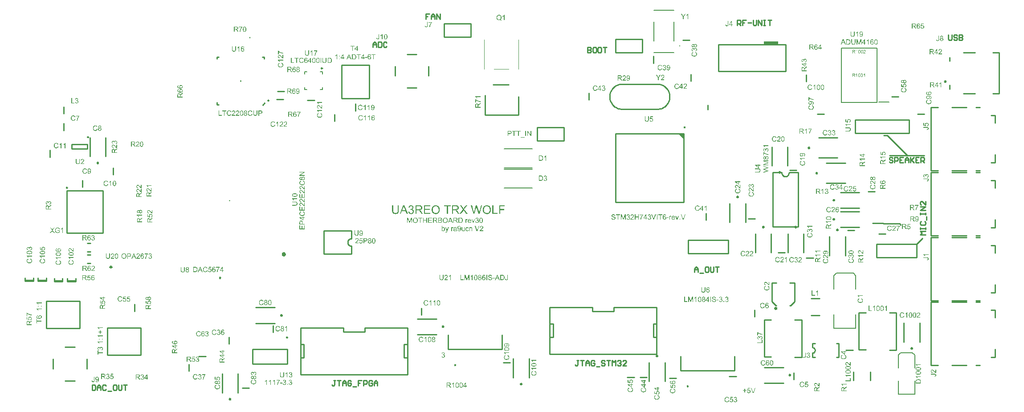
<source format=gto>
G04*
G04 #@! TF.GenerationSoftware,Altium Limited,Altium Designer,21.5.1 (32)*
G04*
G04 Layer_Color=65535*
%FSLAX25Y25*%
%MOIN*%
G70*
G04*
G04 #@! TF.SameCoordinates,54AFFEB1-3E94-4089-A03D-164D74B6EA14*
G04*
G04*
G04 #@! TF.FilePolarity,Positive*
G04*
G01*
G75*
%ADD10C,0.01280*%
%ADD11C,0.00984*%
%ADD12C,0.01000*%
%ADD13C,0.00787*%
%ADD14C,0.00787*%
%ADD15C,0.01575*%
%ADD16C,0.00394*%
%ADD17R,0.10630X0.02362*%
G36*
X-694347Y-137757D02*
X-694359Y-137620D01*
X-694395Y-137487D01*
X-694453Y-137363D01*
X-694532Y-137250D01*
X-694629Y-137153D01*
X-694741Y-137074D01*
X-694866Y-137016D01*
X-694999Y-136980D01*
X-695135Y-136969D01*
X-695272Y-136980D01*
X-695405Y-137016D01*
X-695530Y-137074D01*
X-695642Y-137153D01*
X-695739Y-137250D01*
X-695818Y-137363D01*
X-695876Y-137487D01*
X-695912Y-137620D01*
X-695924Y-137757D01*
X-695912Y-137893D01*
X-695876Y-138026D01*
X-695818Y-138151D01*
X-695739Y-138263D01*
X-695642Y-138360D01*
X-695530Y-138439D01*
X-695405Y-138497D01*
X-695272Y-138533D01*
X-695135Y-138544D01*
X-694999Y-138533D01*
X-694866Y-138497D01*
X-694741Y-138439D01*
X-694629Y-138360D01*
X-694532Y-138263D01*
X-694453Y-138151D01*
X-694395Y-138026D01*
X-694359Y-137893D01*
X-694347Y-137757D01*
D01*
D02*
G37*
G36*
X-573130Y-294980D02*
X-573301Y-294995D01*
X-573467Y-295040D01*
X-573622Y-295112D01*
X-573762Y-295211D01*
X-573884Y-295332D01*
X-573982Y-295472D01*
X-574054Y-295628D01*
X-574099Y-295794D01*
X-574114Y-295965D01*
X-574099Y-296135D01*
X-574054Y-296301D01*
X-573982Y-296457D01*
X-573884Y-296597D01*
X-573762Y-296719D01*
X-573622Y-296817D01*
X-573467Y-296889D01*
X-573301Y-296934D01*
X-573130Y-296949D01*
X-572959Y-296934D01*
X-572793Y-296889D01*
X-572638Y-296817D01*
X-572498Y-296719D01*
X-572376Y-296597D01*
X-572278Y-296457D01*
X-572206Y-296301D01*
X-572161Y-296135D01*
X-572146Y-295965D01*
X-572161Y-295794D01*
X-572206Y-295628D01*
X-572278Y-295472D01*
X-572376Y-295332D01*
X-572498Y-295211D01*
X-572638Y-295112D01*
X-572793Y-295040D01*
X-572959Y-294995D01*
X-573130Y-294980D01*
D01*
D02*
G37*
G36*
X-535630Y-233268D02*
X-535615Y-233439D01*
X-535570Y-233604D01*
X-535498Y-233759D01*
X-535400Y-233900D01*
X-535278Y-234021D01*
X-535138Y-234120D01*
X-534982Y-234192D01*
X-534817Y-234237D01*
X-534646Y-234252D01*
X-534475Y-234237D01*
X-534309Y-234192D01*
X-534154Y-234120D01*
X-534013Y-234021D01*
X-533892Y-233900D01*
X-533793Y-233759D01*
X-533721Y-233604D01*
X-533676Y-233439D01*
X-533662Y-233268D01*
X-533676Y-233097D01*
X-533721Y-232931D01*
X-533793Y-232776D01*
X-533892Y-232635D01*
X-534013Y-232514D01*
X-534154Y-232416D01*
X-534309Y-232343D01*
X-534475Y-232299D01*
X-534646Y-232284D01*
X-534817Y-232299D01*
X-534982Y-232343D01*
X-535138Y-232416D01*
X-535278Y-232514D01*
X-535400Y-232635D01*
X-535498Y-232776D01*
X-535570Y-232931D01*
X-535615Y-233097D01*
X-535630Y-233268D01*
D01*
D02*
G37*
G36*
X-672047Y-118181D02*
X-672218Y-118196D01*
X-672384Y-118240D01*
X-672539Y-118313D01*
X-672680Y-118411D01*
X-672801Y-118532D01*
X-672899Y-118673D01*
X-672972Y-118828D01*
X-673016Y-118994D01*
X-673031Y-119165D01*
X-673016Y-119336D01*
X-672972Y-119502D01*
X-672899Y-119657D01*
X-672801Y-119798D01*
X-672680Y-119919D01*
X-672539Y-120017D01*
X-672384Y-120090D01*
X-672218Y-120134D01*
X-672047Y-120149D01*
X-671876Y-120134D01*
X-671711Y-120090D01*
X-671556Y-120017D01*
X-671415Y-119919D01*
X-671294Y-119798D01*
X-671195Y-119657D01*
X-671123Y-119502D01*
X-671078Y-119336D01*
X-671063Y-119165D01*
X-671078Y-118994D01*
X-671123Y-118828D01*
X-671195Y-118673D01*
X-671294Y-118532D01*
X-671415Y-118411D01*
X-671556Y-118313D01*
X-671711Y-118240D01*
X-671876Y-118196D01*
X-672047Y-118181D01*
D01*
D02*
G37*
G36*
X-679342Y-100707D02*
X-679208Y-100696D01*
X-679079Y-100661D01*
X-678957Y-100604D01*
X-678847Y-100528D01*
X-678752Y-100433D01*
X-678675Y-100323D01*
X-678618Y-100201D01*
X-678584Y-100072D01*
X-678572Y-99938D01*
X-678584Y-99804D01*
X-678618Y-99674D01*
X-678675Y-99553D01*
X-678752Y-99443D01*
X-678847Y-99348D01*
X-678957Y-99271D01*
X-679079Y-99215D01*
X-679208Y-99180D01*
X-679342Y-99168D01*
X-679476Y-99180D01*
X-679606Y-99215D01*
X-679727Y-99271D01*
X-679837Y-99348D01*
X-679932Y-99443D01*
X-680009Y-99553D01*
X-680066Y-99674D01*
X-680100Y-99804D01*
X-680112Y-99938D01*
X-680100Y-100072D01*
X-680066Y-100201D01*
X-680009Y-100323D01*
X-679932Y-100433D01*
X-679837Y-100528D01*
X-679727Y-100604D01*
X-679606Y-100661D01*
X-679476Y-100696D01*
X-679342Y-100707D01*
D01*
D02*
G37*
G36*
X-545148Y-72442D02*
X-545136Y-72579D01*
X-545100Y-72711D01*
X-545043Y-72835D01*
X-544964Y-72947D01*
X-544867Y-73044D01*
X-544755Y-73122D01*
X-544631Y-73180D01*
X-544499Y-73215D01*
X-544363Y-73227D01*
X-544226Y-73215D01*
X-544095Y-73180D01*
X-543970Y-73122D01*
X-543858Y-73044D01*
X-543761Y-72947D01*
X-543683Y-72835D01*
X-543625Y-72711D01*
X-543590Y-72579D01*
X-543578Y-72442D01*
X-543590Y-72306D01*
X-543625Y-72174D01*
X-543683Y-72050D01*
X-543761Y-71938D01*
X-543858Y-71841D01*
X-543970Y-71763D01*
X-544095Y-71705D01*
X-544226Y-71669D01*
X-544363Y-71657D01*
X-544499Y-71669D01*
X-544631Y-71705D01*
X-544755Y-71763D01*
X-544867Y-71841D01*
X-544964Y-71938D01*
X-545043Y-72050D01*
X-545100Y-72174D01*
X-545136Y-72306D01*
X-545148Y-72442D01*
D01*
D02*
G37*
G36*
X-530419Y-250508D02*
X-530286Y-250497D01*
X-530156Y-250462D01*
X-530034Y-250405D01*
X-529924Y-250328D01*
X-529829Y-250232D01*
X-529752Y-250122D01*
X-529695Y-250001D01*
X-529661Y-249870D01*
X-529649Y-249737D01*
X-529661Y-249602D01*
X-529695Y-249472D01*
X-529752Y-249351D01*
X-529829Y-249241D01*
X-529924Y-249145D01*
X-530034Y-249068D01*
X-530156Y-249011D01*
X-530286Y-248977D01*
X-530419Y-248965D01*
X-530553Y-248977D01*
X-530683Y-249011D01*
X-530804Y-249068D01*
X-530914Y-249145D01*
X-531009Y-249241D01*
X-531086Y-249351D01*
X-531143Y-249472D01*
X-531178Y-249602D01*
X-531189Y-249737D01*
X-531178Y-249870D01*
X-531143Y-250001D01*
X-531086Y-250122D01*
X-531009Y-250232D01*
X-530914Y-250328D01*
X-530804Y-250405D01*
X-530683Y-250462D01*
X-530553Y-250497D01*
X-530419Y-250508D01*
D01*
D02*
G37*
G36*
X-414665Y-241634D02*
X-414650Y-241805D01*
X-414606Y-241970D01*
X-414534Y-242126D01*
X-414435Y-242266D01*
X-414314Y-242387D01*
X-414173Y-242486D01*
X-414018Y-242558D01*
X-413852Y-242603D01*
X-413681Y-242618D01*
X-413510Y-242603D01*
X-413344Y-242558D01*
X-413189Y-242486D01*
X-413048Y-242387D01*
X-412927Y-242266D01*
X-412829Y-242126D01*
X-412756Y-241970D01*
X-412712Y-241805D01*
X-412697Y-241634D01*
X-412712Y-241463D01*
X-412756Y-241297D01*
X-412829Y-241142D01*
X-412927Y-241002D01*
X-413048Y-240880D01*
X-413189Y-240782D01*
X-413344Y-240709D01*
X-413510Y-240665D01*
X-413681Y-240650D01*
X-413852Y-240665D01*
X-414018Y-240709D01*
X-414173Y-240782D01*
X-414314Y-240880D01*
X-414435Y-241002D01*
X-414534Y-241142D01*
X-414606Y-241297D01*
X-414650Y-241463D01*
X-414665Y-241634D01*
D01*
D02*
G37*
G36*
X-404631Y-269676D02*
X-404765Y-269688D01*
X-404894Y-269723D01*
X-405016Y-269779D01*
X-405126Y-269857D01*
X-405221Y-269952D01*
X-405298Y-270062D01*
X-405354Y-270183D01*
X-405389Y-270313D01*
X-405401Y-270447D01*
X-405389Y-270581D01*
X-405354Y-270711D01*
X-405298Y-270833D01*
X-405221Y-270942D01*
X-405126Y-271038D01*
X-405016Y-271115D01*
X-404894Y-271172D01*
X-404765Y-271206D01*
X-404631Y-271218D01*
X-404497Y-271206D01*
X-404368Y-271172D01*
X-404246Y-271115D01*
X-404136Y-271038D01*
X-404041Y-270942D01*
X-403964Y-270833D01*
X-403907Y-270711D01*
X-403873Y-270581D01*
X-403861Y-270447D01*
X-403873Y-270313D01*
X-403907Y-270183D01*
X-403964Y-270062D01*
X-404041Y-269952D01*
X-404136Y-269857D01*
X-404246Y-269779D01*
X-404368Y-269723D01*
X-404497Y-269688D01*
X-404631Y-269676D01*
D01*
D02*
G37*
G36*
X-355217Y-283661D02*
X-355387Y-283676D01*
X-355553Y-283721D01*
X-355708Y-283793D01*
X-355849Y-283892D01*
X-355970Y-284013D01*
X-356068Y-284154D01*
X-356141Y-284309D01*
X-356185Y-284475D01*
X-356200Y-284646D01*
X-356185Y-284817D01*
X-356141Y-284982D01*
X-356068Y-285138D01*
X-355970Y-285278D01*
X-355849Y-285400D01*
X-355708Y-285498D01*
X-355553Y-285571D01*
X-355387Y-285615D01*
X-355217Y-285630D01*
X-355046Y-285615D01*
X-354880Y-285571D01*
X-354725Y-285498D01*
X-354584Y-285400D01*
X-354463Y-285278D01*
X-354365Y-285138D01*
X-354292Y-284982D01*
X-354248Y-284817D01*
X-354233Y-284646D01*
X-354248Y-284475D01*
X-354292Y-284309D01*
X-354365Y-284154D01*
X-354463Y-284013D01*
X-354584Y-283892D01*
X-354725Y-283793D01*
X-354880Y-283721D01*
X-355046Y-283676D01*
X-355217Y-283661D01*
D01*
D02*
G37*
G36*
X-253543Y-264567D02*
X-253373Y-264552D01*
X-253207Y-264508D01*
X-253052Y-264435D01*
X-252911Y-264337D01*
X-252790Y-264215D01*
X-252691Y-264075D01*
X-252619Y-263919D01*
X-252574Y-263754D01*
X-252559Y-263583D01*
X-252574Y-263412D01*
X-252619Y-263246D01*
X-252691Y-263091D01*
X-252790Y-262950D01*
X-252911Y-262829D01*
X-253052Y-262730D01*
X-253207Y-262658D01*
X-253373Y-262613D01*
X-253543Y-262598D01*
X-253714Y-262613D01*
X-253880Y-262658D01*
X-254035Y-262730D01*
X-254176Y-262829D01*
X-254297Y-262950D01*
X-254395Y-263091D01*
X-254468Y-263246D01*
X-254512Y-263412D01*
X-254527Y-263583D01*
X-254512Y-263754D01*
X-254468Y-263919D01*
X-254395Y-264075D01*
X-254297Y-264215D01*
X-254176Y-264337D01*
X-254035Y-264435D01*
X-253880Y-264508D01*
X-253714Y-264552D01*
X-253543Y-264567D01*
D01*
D02*
G37*
G36*
X-233461Y-97241D02*
X-237404D01*
X-233461Y-101183D01*
Y-97241D01*
D02*
G37*
G36*
X-232916Y-93299D02*
X-232774Y-93286D01*
X-232635Y-93249D01*
X-232506Y-93189D01*
X-232389Y-93107D01*
X-232288Y-93006D01*
X-232206Y-92889D01*
X-232146Y-92760D01*
X-232109Y-92621D01*
X-232096Y-92479D01*
X-232109Y-92337D01*
X-232146Y-92198D01*
X-232206Y-92069D01*
X-232288Y-91952D01*
X-232389Y-91851D01*
X-232506Y-91769D01*
X-232635Y-91709D01*
X-232774Y-91672D01*
X-232916Y-91659D01*
X-233058Y-91672D01*
X-233196Y-91709D01*
X-233326Y-91769D01*
X-233443Y-91851D01*
X-233544Y-91952D01*
X-233626Y-92069D01*
X-233686Y-92198D01*
X-233723Y-92337D01*
X-233736Y-92479D01*
X-233723Y-92621D01*
X-233686Y-92760D01*
X-233626Y-92889D01*
X-233544Y-93006D01*
X-233443Y-93107D01*
X-233326Y-93189D01*
X-233196Y-93249D01*
X-233058Y-93286D01*
X-232916Y-93299D01*
D01*
D02*
G37*
G36*
X-230615Y-285523D02*
X-230749Y-285535D01*
X-230878Y-285569D01*
X-231000Y-285626D01*
X-231110Y-285703D01*
X-231205Y-285798D01*
X-231282Y-285908D01*
X-231339Y-286030D01*
X-231373Y-286160D01*
X-231385Y-286294D01*
X-231373Y-286428D01*
X-231339Y-286557D01*
X-231282Y-286679D01*
X-231205Y-286789D01*
X-231110Y-286884D01*
X-231000Y-286961D01*
X-230878Y-287018D01*
X-230749Y-287053D01*
X-230615Y-287065D01*
X-230482Y-287053D01*
X-230352Y-287018D01*
X-230230Y-286961D01*
X-230120Y-286884D01*
X-230025Y-286789D01*
X-229948Y-286679D01*
X-229892Y-286557D01*
X-229857Y-286428D01*
X-229845Y-286294D01*
X-229857Y-286160D01*
X-229892Y-286030D01*
X-229948Y-285908D01*
X-230025Y-285798D01*
X-230120Y-285703D01*
X-230230Y-285626D01*
X-230352Y-285569D01*
X-230482Y-285535D01*
X-230615Y-285523D01*
D01*
D02*
G37*
G36*
X-155118Y-277953D02*
X-155103Y-278124D01*
X-155059Y-278289D01*
X-154986Y-278445D01*
X-154888Y-278585D01*
X-154767Y-278706D01*
X-154626Y-278805D01*
X-154471Y-278877D01*
X-154305Y-278922D01*
X-154134Y-278937D01*
X-153963Y-278922D01*
X-153797Y-278877D01*
X-153642Y-278805D01*
X-153501Y-278706D01*
X-153380Y-278585D01*
X-153282Y-278445D01*
X-153209Y-278289D01*
X-153165Y-278124D01*
X-153150Y-277953D01*
X-153165Y-277782D01*
X-153209Y-277616D01*
X-153282Y-277461D01*
X-153380Y-277321D01*
X-153501Y-277199D01*
X-153642Y-277101D01*
X-153797Y-277028D01*
X-153963Y-276984D01*
X-154134Y-276969D01*
X-154305Y-276984D01*
X-154471Y-277028D01*
X-154626Y-277101D01*
X-154767Y-277199D01*
X-154888Y-277321D01*
X-154986Y-277461D01*
X-155059Y-277616D01*
X-155103Y-277782D01*
X-155118Y-277953D01*
D01*
D02*
G37*
G36*
X-164666Y-226767D02*
X-164872Y-226785D01*
X-165070Y-226839D01*
X-165257Y-226926D01*
X-165426Y-227044D01*
X-165571Y-227190D01*
X-165689Y-227359D01*
X-165776Y-227546D01*
X-165830Y-227745D01*
X-165847Y-227951D01*
X-165830Y-228156D01*
X-165776Y-228356D01*
X-165689Y-228543D01*
X-165571Y-228712D01*
X-165426Y-228857D01*
X-165257Y-228976D01*
X-165070Y-229063D01*
X-164872Y-229117D01*
X-164666Y-229135D01*
X-164461Y-229117D01*
X-164263Y-229063D01*
X-164076Y-228976D01*
X-163908Y-228857D01*
X-163762Y-228712D01*
X-163644Y-228543D01*
X-163557Y-228356D01*
X-163504Y-228156D01*
X-163486Y-227951D01*
X-163504Y-227745D01*
X-163557Y-227546D01*
X-163644Y-227359D01*
X-163762Y-227190D01*
X-163908Y-227044D01*
X-164076Y-226926D01*
X-164263Y-226839D01*
X-164461Y-226785D01*
X-164666Y-226767D01*
D01*
D02*
G37*
G36*
X-174016Y-168110D02*
X-173845Y-168095D01*
X-173679Y-168051D01*
X-173524Y-167978D01*
X-173383Y-167880D01*
X-173262Y-167759D01*
X-173164Y-167618D01*
X-173091Y-167463D01*
X-173047Y-167297D01*
X-173032Y-167126D01*
X-173047Y-166955D01*
X-173091Y-166789D01*
X-173164Y-166634D01*
X-173262Y-166493D01*
X-173383Y-166372D01*
X-173524Y-166274D01*
X-173679Y-166201D01*
X-173845Y-166157D01*
X-174016Y-166142D01*
X-174187Y-166157D01*
X-174352Y-166201D01*
X-174507Y-166274D01*
X-174648Y-166372D01*
X-174769Y-166493D01*
X-174868Y-166634D01*
X-174940Y-166789D01*
X-174985Y-166955D01*
X-175000Y-167126D01*
X-174985Y-167297D01*
X-174940Y-167463D01*
X-174868Y-167618D01*
X-174769Y-167759D01*
X-174648Y-167880D01*
X-174507Y-167978D01*
X-174352Y-168051D01*
X-174187Y-168095D01*
X-174016Y-168110D01*
D01*
D02*
G37*
G36*
X-62894Y-256988D02*
X-63065Y-257003D01*
X-63230Y-257048D01*
X-63385Y-257120D01*
X-63526Y-257219D01*
X-63647Y-257340D01*
X-63746Y-257480D01*
X-63818Y-257636D01*
X-63863Y-257802D01*
X-63878Y-257972D01*
X-63863Y-258143D01*
X-63818Y-258309D01*
X-63746Y-258465D01*
X-63647Y-258605D01*
X-63526Y-258726D01*
X-63385Y-258825D01*
X-63230Y-258897D01*
X-63065Y-258942D01*
X-62894Y-258957D01*
X-62723Y-258942D01*
X-62557Y-258897D01*
X-62402Y-258825D01*
X-62261Y-258726D01*
X-62140Y-258605D01*
X-62042Y-258465D01*
X-61969Y-258309D01*
X-61925Y-258143D01*
X-61910Y-257972D01*
X-61925Y-257802D01*
X-61969Y-257636D01*
X-62042Y-257480D01*
X-62140Y-257340D01*
X-62261Y-257219D01*
X-62402Y-257120D01*
X-62557Y-257048D01*
X-62723Y-257003D01*
X-62894Y-256988D01*
D01*
D02*
G37*
G36*
X-118576Y-170269D02*
X-118405Y-170254D01*
X-118239Y-170210D01*
X-118084Y-170137D01*
X-117943Y-170039D01*
X-117822Y-169918D01*
X-117724Y-169777D01*
X-117651Y-169622D01*
X-117607Y-169456D01*
X-117592Y-169285D01*
X-117607Y-169114D01*
X-117651Y-168948D01*
X-117724Y-168793D01*
X-117822Y-168652D01*
X-117943Y-168531D01*
X-118084Y-168433D01*
X-118239Y-168360D01*
X-118405Y-168316D01*
X-118576Y-168301D01*
X-118746Y-168316D01*
X-118912Y-168360D01*
X-119067Y-168433D01*
X-119208Y-168531D01*
X-119329Y-168652D01*
X-119427Y-168793D01*
X-119500Y-168948D01*
X-119544Y-169114D01*
X-119559Y-169285D01*
X-119544Y-169456D01*
X-119500Y-169622D01*
X-119427Y-169777D01*
X-119329Y-169918D01*
X-119208Y-170039D01*
X-119067Y-170137D01*
X-118912Y-170210D01*
X-118746Y-170254D01*
X-118576Y-170269D01*
D01*
D02*
G37*
G36*
X-149803Y-168110D02*
X-149632Y-168095D01*
X-149467Y-168051D01*
X-149311Y-167978D01*
X-149171Y-167880D01*
X-149050Y-167759D01*
X-148951Y-167618D01*
X-148879Y-167463D01*
X-148834Y-167297D01*
X-148819Y-167126D01*
X-148834Y-166955D01*
X-148879Y-166789D01*
X-148951Y-166634D01*
X-149050Y-166493D01*
X-149171Y-166372D01*
X-149311Y-166274D01*
X-149467Y-166201D01*
X-149632Y-166157D01*
X-149803Y-166142D01*
X-149974Y-166157D01*
X-150140Y-166201D01*
X-150295Y-166274D01*
X-150435Y-166372D01*
X-150557Y-166493D01*
X-150655Y-166634D01*
X-150728Y-166789D01*
X-150772Y-166955D01*
X-150787Y-167126D01*
X-150772Y-167297D01*
X-150728Y-167463D01*
X-150655Y-167618D01*
X-150557Y-167759D01*
X-150435Y-167880D01*
X-150295Y-167978D01*
X-150140Y-168051D01*
X-149974Y-168095D01*
X-149803Y-168110D01*
D01*
D02*
G37*
G36*
X-193220Y-145551D02*
X-193050Y-145536D01*
X-192884Y-145492D01*
X-192729Y-145419D01*
X-192588Y-145321D01*
X-192467Y-145200D01*
X-192369Y-145059D01*
X-192296Y-144904D01*
X-192252Y-144738D01*
X-192237Y-144567D01*
X-192252Y-144396D01*
X-192296Y-144230D01*
X-192369Y-144075D01*
X-192467Y-143934D01*
X-192588Y-143813D01*
X-192729Y-143715D01*
X-192884Y-143642D01*
X-193050Y-143598D01*
X-193220Y-143583D01*
X-193391Y-143598D01*
X-193557Y-143642D01*
X-193712Y-143715D01*
X-193853Y-143813D01*
X-193974Y-143934D01*
X-194072Y-144075D01*
X-194145Y-144230D01*
X-194189Y-144396D01*
X-194204Y-144567D01*
X-194189Y-144738D01*
X-194145Y-144904D01*
X-194072Y-145059D01*
X-193974Y-145200D01*
X-193853Y-145321D01*
X-193712Y-145419D01*
X-193557Y-145492D01*
X-193391Y-145536D01*
X-193220Y-145551D01*
D01*
D02*
G37*
G36*
X-161811Y-125197D02*
X-161982Y-125212D01*
X-162148Y-125256D01*
X-162303Y-125329D01*
X-162443Y-125427D01*
X-162565Y-125549D01*
X-162663Y-125689D01*
X-162735Y-125845D01*
X-162780Y-126010D01*
X-162795Y-126181D01*
X-162780Y-126352D01*
X-162735Y-126518D01*
X-162663Y-126673D01*
X-162565Y-126814D01*
X-162443Y-126935D01*
X-162303Y-127033D01*
X-162148Y-127106D01*
X-161982Y-127150D01*
X-161811Y-127165D01*
X-161640Y-127150D01*
X-161475Y-127106D01*
X-161319Y-127033D01*
X-161179Y-126935D01*
X-161057Y-126814D01*
X-160959Y-126673D01*
X-160887Y-126518D01*
X-160842Y-126352D01*
X-160827Y-126181D01*
X-160842Y-126010D01*
X-160887Y-125845D01*
X-160959Y-125689D01*
X-161057Y-125549D01*
X-161179Y-125427D01*
X-161319Y-125329D01*
X-161475Y-125256D01*
X-161640Y-125212D01*
X-161811Y-125197D01*
D01*
D02*
G37*
G36*
X-133071Y-126772D02*
X-133086Y-126601D01*
X-133130Y-126435D01*
X-133203Y-126280D01*
X-133301Y-126139D01*
X-133423Y-126018D01*
X-133563Y-125920D01*
X-133719Y-125847D01*
X-133884Y-125803D01*
X-134055Y-125788D01*
X-134226Y-125803D01*
X-134392Y-125847D01*
X-134547Y-125920D01*
X-134688Y-126018D01*
X-134809Y-126139D01*
X-134907Y-126280D01*
X-134980Y-126435D01*
X-135024Y-126601D01*
X-135039Y-126772D01*
X-135024Y-126943D01*
X-134980Y-127108D01*
X-134907Y-127263D01*
X-134809Y-127404D01*
X-134688Y-127525D01*
X-134547Y-127624D01*
X-134392Y-127696D01*
X-134226Y-127741D01*
X-134055Y-127756D01*
X-133884Y-127741D01*
X-133719Y-127696D01*
X-133563Y-127624D01*
X-133423Y-127525D01*
X-133301Y-127404D01*
X-133203Y-127263D01*
X-133130Y-127108D01*
X-133086Y-126943D01*
X-133071Y-126772D01*
D01*
D02*
G37*
G36*
X-138878Y-107874D02*
X-138893Y-107703D01*
X-138937Y-107537D01*
X-139010Y-107382D01*
X-139108Y-107242D01*
X-139230Y-107121D01*
X-139370Y-107022D01*
X-139526Y-106950D01*
X-139691Y-106905D01*
X-139862Y-106890D01*
X-140033Y-106905D01*
X-140199Y-106950D01*
X-140354Y-107022D01*
X-140495Y-107121D01*
X-140616Y-107242D01*
X-140715Y-107382D01*
X-140787Y-107537D01*
X-140832Y-107703D01*
X-140847Y-107874D01*
X-140832Y-108045D01*
X-140787Y-108211D01*
X-140715Y-108366D01*
X-140616Y-108506D01*
X-140495Y-108628D01*
X-140354Y-108726D01*
X-140199Y-108798D01*
X-140033Y-108843D01*
X-139862Y-108858D01*
X-139691Y-108843D01*
X-139526Y-108798D01*
X-139370Y-108726D01*
X-139230Y-108628D01*
X-139108Y-108506D01*
X-139010Y-108366D01*
X-138937Y-108211D01*
X-138893Y-108045D01*
X-138878Y-107874D01*
D01*
D02*
G37*
G36*
X-120177Y-161319D02*
X-120192Y-161148D01*
X-120237Y-160982D01*
X-120309Y-160827D01*
X-120408Y-160687D01*
X-120529Y-160565D01*
X-120669Y-160467D01*
X-120825Y-160395D01*
X-120991Y-160350D01*
X-121161Y-160335D01*
X-121332Y-160350D01*
X-121498Y-160395D01*
X-121654Y-160467D01*
X-121794Y-160565D01*
X-121915Y-160687D01*
X-122014Y-160827D01*
X-122086Y-160982D01*
X-122131Y-161148D01*
X-122146Y-161319D01*
X-122131Y-161490D01*
X-122086Y-161655D01*
X-122014Y-161811D01*
X-121915Y-161951D01*
X-121794Y-162072D01*
X-121654Y-162171D01*
X-121498Y-162243D01*
X-121332Y-162288D01*
X-121161Y-162303D01*
X-120991Y-162288D01*
X-120825Y-162243D01*
X-120669Y-162171D01*
X-120529Y-162072D01*
X-120408Y-161951D01*
X-120309Y-161811D01*
X-120237Y-161655D01*
X-120192Y-161490D01*
X-120177Y-161319D01*
D01*
D02*
G37*
G36*
Y-147047D02*
X-120192Y-146876D01*
X-120237Y-146711D01*
X-120309Y-146555D01*
X-120408Y-146415D01*
X-120529Y-146294D01*
X-120669Y-146195D01*
X-120825Y-146123D01*
X-120991Y-146078D01*
X-121161Y-146063D01*
X-121332Y-146078D01*
X-121498Y-146123D01*
X-121654Y-146195D01*
X-121794Y-146294D01*
X-121915Y-146415D01*
X-122014Y-146555D01*
X-122086Y-146711D01*
X-122131Y-146876D01*
X-122146Y-147047D01*
X-122131Y-147218D01*
X-122086Y-147384D01*
X-122014Y-147539D01*
X-121915Y-147679D01*
X-121794Y-147801D01*
X-121654Y-147899D01*
X-121498Y-147972D01*
X-121332Y-148016D01*
X-121161Y-148031D01*
X-120991Y-148016D01*
X-120825Y-147972D01*
X-120669Y-147899D01*
X-120529Y-147801D01*
X-120408Y-147679D01*
X-120309Y-147539D01*
X-120237Y-147384D01*
X-120192Y-147218D01*
X-120177Y-147047D01*
D01*
D02*
G37*
G36*
X-37796Y-57285D02*
X-37967Y-57301D01*
X-38132Y-57345D01*
X-38287Y-57417D01*
X-38428Y-57515D01*
X-38549Y-57637D01*
X-38648Y-57777D01*
X-38720Y-57932D01*
X-38765Y-58098D01*
X-38780Y-58268D01*
X-38765Y-58439D01*
X-38720Y-58604D01*
X-38648Y-58759D01*
X-38549Y-58900D01*
X-38428Y-59021D01*
X-38287Y-59119D01*
X-38132Y-59192D01*
X-37967Y-59236D01*
X-37796Y-59251D01*
X-37625Y-59236D01*
X-37459Y-59192D01*
X-37304Y-59119D01*
X-37163Y-59021D01*
X-37042Y-58900D01*
X-36944Y-58759D01*
X-36871Y-58604D01*
X-36827Y-58439D01*
X-36812Y-58268D01*
X-36827Y-58098D01*
X-36871Y-57932D01*
X-36944Y-57777D01*
X-37042Y-57637D01*
X-37163Y-57515D01*
X-37304Y-57417D01*
X-37459Y-57345D01*
X-37625Y-57301D01*
X-37796Y-57285D01*
D01*
D02*
G37*
G36*
X-392665Y-167292D02*
X-392604Y-167297D01*
X-392532Y-167308D01*
X-392454Y-167325D01*
X-392371Y-167347D01*
X-392293Y-167380D01*
X-392282Y-167386D01*
X-392260Y-167397D01*
X-392221Y-167414D01*
X-392177Y-167441D01*
X-392121Y-167475D01*
X-392071Y-167519D01*
X-392021Y-167563D01*
X-391977Y-167619D01*
X-391971Y-167625D01*
X-391960Y-167647D01*
X-391944Y-167675D01*
X-391916Y-167713D01*
X-391894Y-167769D01*
X-391872Y-167824D01*
X-391844Y-167891D01*
X-391827Y-167963D01*
Y-167969D01*
X-391822Y-167991D01*
X-391816Y-168024D01*
X-391811Y-168069D01*
Y-168135D01*
X-391805Y-168213D01*
X-391799Y-168307D01*
Y-168424D01*
Y-170133D01*
X-392271D01*
Y-168446D01*
Y-168440D01*
Y-168435D01*
Y-168396D01*
Y-168346D01*
X-392277Y-168285D01*
X-392282Y-168213D01*
X-392293Y-168141D01*
X-392310Y-168074D01*
X-392327Y-168013D01*
Y-168008D01*
X-392338Y-167991D01*
X-392354Y-167963D01*
X-392371Y-167930D01*
X-392399Y-167896D01*
X-392432Y-167858D01*
X-392477Y-167819D01*
X-392527Y-167786D01*
X-392532Y-167780D01*
X-392549Y-167769D01*
X-392582Y-167758D01*
X-392621Y-167741D01*
X-392665Y-167725D01*
X-392721Y-167708D01*
X-392787Y-167702D01*
X-392854Y-167697D01*
X-392882D01*
X-392904Y-167702D01*
X-392959Y-167708D01*
X-393032Y-167719D01*
X-393109Y-167747D01*
X-393198Y-167780D01*
X-393287Y-167824D01*
X-393370Y-167891D01*
X-393381Y-167902D01*
X-393403Y-167930D01*
X-393420Y-167952D01*
X-393437Y-167980D01*
X-393459Y-168013D01*
X-393476Y-168052D01*
X-393498Y-168096D01*
X-393520Y-168152D01*
X-393537Y-168213D01*
X-393553Y-168280D01*
X-393564Y-168352D01*
X-393576Y-168429D01*
X-393587Y-168524D01*
Y-168618D01*
Y-170133D01*
X-394058D01*
Y-167347D01*
X-393636D01*
Y-167747D01*
X-393631Y-167741D01*
X-393620Y-167725D01*
X-393603Y-167702D01*
X-393581Y-167675D01*
X-393548Y-167641D01*
X-393509Y-167602D01*
X-393464Y-167558D01*
X-393409Y-167514D01*
X-393354Y-167475D01*
X-393287Y-167430D01*
X-393215Y-167392D01*
X-393137Y-167358D01*
X-393048Y-167330D01*
X-392959Y-167308D01*
X-392860Y-167292D01*
X-392754Y-167286D01*
X-392710D01*
X-392665Y-167292D01*
D02*
G37*
G36*
X-406379D02*
X-406318Y-167303D01*
X-406246Y-167325D01*
X-406168Y-167353D01*
X-406080Y-167392D01*
X-405985Y-167441D01*
X-406157Y-167874D01*
X-406163Y-167869D01*
X-406185Y-167858D01*
X-406218Y-167841D01*
X-406263Y-167824D01*
X-406313Y-167808D01*
X-406374Y-167791D01*
X-406435Y-167780D01*
X-406496Y-167774D01*
X-406524D01*
X-406551Y-167780D01*
X-406590Y-167786D01*
X-406629Y-167797D01*
X-406679Y-167813D01*
X-406729Y-167835D01*
X-406773Y-167869D01*
X-406779Y-167874D01*
X-406796Y-167885D01*
X-406812Y-167908D01*
X-406840Y-167935D01*
X-406868Y-167974D01*
X-406895Y-168019D01*
X-406923Y-168069D01*
X-406945Y-168130D01*
X-406951Y-168141D01*
X-406956Y-168174D01*
X-406968Y-168224D01*
X-406984Y-168291D01*
X-407001Y-168374D01*
X-407012Y-168468D01*
X-407018Y-168568D01*
X-407023Y-168679D01*
Y-170133D01*
X-407495D01*
Y-167347D01*
X-407067D01*
Y-167769D01*
X-407062Y-167763D01*
X-407040Y-167725D01*
X-407012Y-167675D01*
X-406968Y-167613D01*
X-406923Y-167552D01*
X-406873Y-167486D01*
X-406823Y-167430D01*
X-406773Y-167386D01*
X-406768Y-167380D01*
X-406751Y-167369D01*
X-406718Y-167353D01*
X-406685Y-167336D01*
X-406640Y-167319D01*
X-406585Y-167303D01*
X-406529Y-167292D01*
X-406468Y-167286D01*
X-406429D01*
X-406379Y-167292D01*
D02*
G37*
G36*
X-395540D02*
X-395507D01*
X-395462Y-167297D01*
X-395357Y-167314D01*
X-395240Y-167341D01*
X-395118Y-167386D01*
X-394996Y-167441D01*
X-394880Y-167519D01*
X-394874D01*
X-394869Y-167530D01*
X-394835Y-167563D01*
X-394785Y-167613D01*
X-394724Y-167686D01*
X-394663Y-167774D01*
X-394602Y-167885D01*
X-394547Y-168013D01*
X-394508Y-168163D01*
X-394969Y-168235D01*
Y-168229D01*
X-394974Y-168224D01*
X-394980Y-168191D01*
X-394996Y-168141D01*
X-395024Y-168080D01*
X-395052Y-168013D01*
X-395096Y-167941D01*
X-395146Y-167874D01*
X-395202Y-167819D01*
X-395207Y-167813D01*
X-395229Y-167797D01*
X-395268Y-167774D01*
X-395313Y-167747D01*
X-395374Y-167719D01*
X-395440Y-167697D01*
X-395518Y-167680D01*
X-395601Y-167675D01*
X-395635D01*
X-395662Y-167680D01*
X-395723Y-167686D01*
X-395807Y-167708D01*
X-395895Y-167736D01*
X-395995Y-167780D01*
X-396090Y-167847D01*
X-396134Y-167885D01*
X-396178Y-167930D01*
Y-167935D01*
X-396189Y-167941D01*
X-396201Y-167958D01*
X-396212Y-167980D01*
X-396228Y-168008D01*
X-396251Y-168041D01*
X-396267Y-168080D01*
X-396289Y-168124D01*
X-396312Y-168180D01*
X-396328Y-168241D01*
X-396351Y-168307D01*
X-396367Y-168379D01*
X-396378Y-168457D01*
X-396389Y-168546D01*
X-396400Y-168640D01*
Y-168740D01*
Y-168746D01*
Y-168762D01*
Y-168796D01*
X-396395Y-168829D01*
Y-168879D01*
X-396389Y-168929D01*
X-396373Y-169051D01*
X-396351Y-169184D01*
X-396312Y-169323D01*
X-396262Y-169445D01*
X-396228Y-169506D01*
X-396189Y-169556D01*
X-396178Y-169567D01*
X-396151Y-169595D01*
X-396101Y-169634D01*
X-396040Y-169678D01*
X-395956Y-169728D01*
X-395862Y-169767D01*
X-395751Y-169795D01*
X-395690Y-169800D01*
X-395629Y-169806D01*
X-395618D01*
X-395585Y-169800D01*
X-395529Y-169795D01*
X-395468Y-169783D01*
X-395396Y-169767D01*
X-395318Y-169734D01*
X-395240Y-169695D01*
X-395168Y-169639D01*
X-395157Y-169634D01*
X-395141Y-169606D01*
X-395107Y-169567D01*
X-395068Y-169506D01*
X-395030Y-169434D01*
X-394985Y-169345D01*
X-394952Y-169234D01*
X-394930Y-169112D01*
X-394463Y-169173D01*
Y-169179D01*
X-394469Y-169195D01*
X-394475Y-169217D01*
X-394480Y-169251D01*
X-394491Y-169295D01*
X-394502Y-169340D01*
X-394541Y-169450D01*
X-394591Y-169567D01*
X-394663Y-169695D01*
X-394752Y-169817D01*
X-394802Y-169872D01*
X-394858Y-169928D01*
X-394863Y-169933D01*
X-394874Y-169939D01*
X-394891Y-169950D01*
X-394913Y-169967D01*
X-394941Y-169989D01*
X-394980Y-170011D01*
X-395024Y-170033D01*
X-395068Y-170061D01*
X-395179Y-170111D01*
X-395313Y-170150D01*
X-395457Y-170183D01*
X-395540Y-170189D01*
X-395623Y-170194D01*
X-395679D01*
X-395718Y-170189D01*
X-395768Y-170183D01*
X-395823Y-170172D01*
X-395884Y-170161D01*
X-395951Y-170150D01*
X-396101Y-170105D01*
X-396173Y-170072D01*
X-396251Y-170039D01*
X-396328Y-169994D01*
X-396400Y-169945D01*
X-396473Y-169889D01*
X-396539Y-169822D01*
X-396545Y-169817D01*
X-396556Y-169806D01*
X-396572Y-169783D01*
X-396595Y-169756D01*
X-396617Y-169717D01*
X-396650Y-169667D01*
X-396678Y-169612D01*
X-396711Y-169550D01*
X-396744Y-169478D01*
X-396772Y-169395D01*
X-396806Y-169312D01*
X-396828Y-169212D01*
X-396850Y-169112D01*
X-396867Y-168995D01*
X-396878Y-168879D01*
X-396883Y-168751D01*
Y-168746D01*
Y-168729D01*
Y-168707D01*
Y-168674D01*
X-396878Y-168635D01*
Y-168590D01*
X-396872Y-168540D01*
X-396867Y-168485D01*
X-396850Y-168363D01*
X-396822Y-168229D01*
X-396789Y-168096D01*
X-396739Y-167963D01*
Y-167958D01*
X-396733Y-167947D01*
X-396722Y-167930D01*
X-396711Y-167908D01*
X-396678Y-167847D01*
X-396628Y-167774D01*
X-396561Y-167691D01*
X-396484Y-167608D01*
X-396389Y-167525D01*
X-396284Y-167458D01*
X-396278D01*
X-396267Y-167453D01*
X-396251Y-167441D01*
X-396228Y-167430D01*
X-396201Y-167419D01*
X-396167Y-167403D01*
X-396084Y-167369D01*
X-395990Y-167341D01*
X-395873Y-167314D01*
X-395751Y-167292D01*
X-395618Y-167286D01*
X-395573D01*
X-395540Y-167292D01*
D02*
G37*
G36*
X-410448Y-170178D02*
Y-170183D01*
X-410453Y-170200D01*
X-410464Y-170222D01*
X-410475Y-170250D01*
X-410492Y-170289D01*
X-410508Y-170333D01*
X-410547Y-170427D01*
X-410586Y-170533D01*
X-410631Y-170638D01*
X-410675Y-170733D01*
X-410697Y-170771D01*
X-410714Y-170810D01*
X-410719Y-170821D01*
X-410736Y-170849D01*
X-410764Y-170888D01*
X-410797Y-170938D01*
X-410842Y-170993D01*
X-410891Y-171049D01*
X-410941Y-171104D01*
X-411002Y-171149D01*
X-411008Y-171154D01*
X-411030Y-171166D01*
X-411063Y-171182D01*
X-411114Y-171204D01*
X-411169Y-171227D01*
X-411236Y-171243D01*
X-411308Y-171254D01*
X-411391Y-171260D01*
X-411413D01*
X-411441Y-171254D01*
X-411480D01*
X-411524Y-171243D01*
X-411574Y-171232D01*
X-411630Y-171221D01*
X-411691Y-171199D01*
X-411741Y-170760D01*
X-411735D01*
X-411713Y-170766D01*
X-411685Y-170771D01*
X-411652Y-170782D01*
X-411563Y-170799D01*
X-411474Y-170805D01*
X-411447D01*
X-411419Y-170799D01*
X-411385D01*
X-411302Y-170782D01*
X-411263Y-170766D01*
X-411225Y-170749D01*
X-411219D01*
X-411208Y-170738D01*
X-411191Y-170727D01*
X-411169Y-170710D01*
X-411119Y-170666D01*
X-411075Y-170605D01*
Y-170599D01*
X-411063Y-170588D01*
X-411052Y-170566D01*
X-411041Y-170533D01*
X-411019Y-170488D01*
X-410997Y-170422D01*
X-410964Y-170344D01*
X-410930Y-170250D01*
Y-170244D01*
X-410919Y-170222D01*
X-410908Y-170183D01*
X-410886Y-170133D01*
X-411940Y-167347D01*
X-411441D01*
X-410858Y-168962D01*
Y-168968D01*
X-410853Y-168973D01*
X-410847Y-168990D01*
X-410842Y-169018D01*
X-410830Y-169045D01*
X-410819Y-169079D01*
X-410792Y-169156D01*
X-410758Y-169251D01*
X-410725Y-169362D01*
X-410692Y-169478D01*
X-410658Y-169606D01*
Y-169600D01*
X-410653Y-169589D01*
X-410647Y-169573D01*
X-410642Y-169550D01*
X-410636Y-169523D01*
X-410625Y-169489D01*
X-410603Y-169406D01*
X-410575Y-169312D01*
X-410536Y-169201D01*
X-410503Y-169090D01*
X-410459Y-168973D01*
X-409859Y-167347D01*
X-409387D01*
X-410448Y-170178D01*
D02*
G37*
G36*
X-387898Y-170133D02*
X-388431D01*
X-389918Y-166293D01*
X-389363D01*
X-388364Y-169084D01*
Y-169090D01*
X-388358Y-169101D01*
X-388353Y-169117D01*
X-388342Y-169140D01*
X-388336Y-169173D01*
X-388325Y-169206D01*
X-388297Y-169290D01*
X-388264Y-169384D01*
X-388231Y-169489D01*
X-388164Y-169711D01*
Y-169706D01*
X-388159Y-169695D01*
X-388153Y-169678D01*
X-388148Y-169656D01*
X-388131Y-169595D01*
X-388103Y-169512D01*
X-388075Y-169417D01*
X-388042Y-169312D01*
X-388003Y-169201D01*
X-387959Y-169084D01*
X-386915Y-166293D01*
X-386399D01*
X-387898Y-170133D01*
D02*
G37*
G36*
X-397483D02*
X-397904D01*
Y-169728D01*
X-397910Y-169734D01*
X-397921Y-169750D01*
X-397938Y-169772D01*
X-397966Y-169800D01*
X-397999Y-169834D01*
X-398038Y-169878D01*
X-398082Y-169917D01*
X-398138Y-169961D01*
X-398199Y-170006D01*
X-398265Y-170044D01*
X-398337Y-170083D01*
X-398415Y-170122D01*
X-398504Y-170150D01*
X-398593Y-170172D01*
X-398693Y-170189D01*
X-398793Y-170194D01*
X-398831D01*
X-398881Y-170189D01*
X-398942Y-170183D01*
X-399014Y-170172D01*
X-399092Y-170155D01*
X-399170Y-170133D01*
X-399253Y-170100D01*
X-399264Y-170094D01*
X-399286Y-170083D01*
X-399325Y-170061D01*
X-399370Y-170033D01*
X-399425Y-170000D01*
X-399475Y-169961D01*
X-399525Y-169917D01*
X-399570Y-169867D01*
X-399575Y-169861D01*
X-399586Y-169839D01*
X-399603Y-169811D01*
X-399625Y-169767D01*
X-399653Y-169717D01*
X-399675Y-169656D01*
X-399697Y-169589D01*
X-399714Y-169517D01*
Y-169512D01*
X-399719Y-169489D01*
X-399725Y-169456D01*
Y-169412D01*
X-399730Y-169345D01*
X-399736Y-169273D01*
X-399742Y-169179D01*
Y-169073D01*
Y-167347D01*
X-399270D01*
Y-168895D01*
Y-168901D01*
Y-168912D01*
Y-168929D01*
Y-168957D01*
Y-169018D01*
X-399264Y-169095D01*
Y-169179D01*
X-399259Y-169262D01*
X-399253Y-169334D01*
X-399242Y-169395D01*
Y-169401D01*
X-399231Y-169423D01*
X-399220Y-169456D01*
X-399203Y-169501D01*
X-399175Y-169545D01*
X-399142Y-169595D01*
X-399103Y-169639D01*
X-399053Y-169684D01*
X-399048Y-169689D01*
X-399026Y-169700D01*
X-398998Y-169717D01*
X-398953Y-169734D01*
X-398903Y-169756D01*
X-398842Y-169772D01*
X-398776Y-169783D01*
X-398698Y-169789D01*
X-398659D01*
X-398620Y-169783D01*
X-398570Y-169778D01*
X-398509Y-169761D01*
X-398443Y-169745D01*
X-398371Y-169717D01*
X-398299Y-169684D01*
X-398287Y-169678D01*
X-398265Y-169661D01*
X-398232Y-169639D01*
X-398193Y-169606D01*
X-398149Y-169562D01*
X-398104Y-169512D01*
X-398065Y-169456D01*
X-398032Y-169389D01*
X-398027Y-169378D01*
X-398021Y-169356D01*
X-398010Y-169312D01*
X-397993Y-169251D01*
X-397977Y-169173D01*
X-397966Y-169079D01*
X-397960Y-168968D01*
X-397954Y-168840D01*
Y-167347D01*
X-397483D01*
Y-170133D01*
D02*
G37*
G36*
X-401579Y-166281D02*
X-401551D01*
X-401512Y-166287D01*
X-401418Y-166304D01*
X-401312Y-166326D01*
X-401196Y-166365D01*
X-401079Y-166415D01*
X-400962Y-166481D01*
X-400957D01*
X-400951Y-166492D01*
X-400935Y-166504D01*
X-400913Y-166520D01*
X-400857Y-166565D01*
X-400785Y-166626D01*
X-400713Y-166709D01*
X-400630Y-166809D01*
X-400557Y-166925D01*
X-400491Y-167059D01*
Y-167064D01*
X-400485Y-167075D01*
X-400474Y-167097D01*
X-400463Y-167125D01*
X-400452Y-167164D01*
X-400435Y-167214D01*
X-400424Y-167269D01*
X-400408Y-167330D01*
X-400391Y-167403D01*
X-400374Y-167486D01*
X-400363Y-167575D01*
X-400352Y-167669D01*
X-400341Y-167774D01*
X-400330Y-167885D01*
X-400324Y-168008D01*
Y-168135D01*
Y-168141D01*
Y-168168D01*
Y-168207D01*
Y-168257D01*
X-400330Y-168318D01*
Y-168391D01*
X-400335Y-168474D01*
X-400347Y-168557D01*
X-400363Y-168746D01*
X-400391Y-168946D01*
X-400430Y-169134D01*
X-400457Y-169228D01*
X-400485Y-169312D01*
Y-169317D01*
X-400491Y-169328D01*
X-400502Y-169351D01*
X-400513Y-169384D01*
X-400530Y-169417D01*
X-400552Y-169462D01*
X-400607Y-169556D01*
X-400674Y-169661D01*
X-400752Y-169772D01*
X-400851Y-169878D01*
X-400962Y-169972D01*
X-400968D01*
X-400979Y-169983D01*
X-400996Y-169994D01*
X-401018Y-170006D01*
X-401051Y-170022D01*
X-401085Y-170044D01*
X-401129Y-170067D01*
X-401173Y-170083D01*
X-401279Y-170128D01*
X-401406Y-170167D01*
X-401545Y-170189D01*
X-401701Y-170200D01*
X-401745D01*
X-401773Y-170194D01*
X-401812D01*
X-401856Y-170189D01*
X-401962Y-170167D01*
X-402078Y-170139D01*
X-402200Y-170094D01*
X-402322Y-170033D01*
X-402383Y-169994D01*
X-402439Y-169950D01*
X-402444Y-169945D01*
X-402450Y-169939D01*
X-402467Y-169922D01*
X-402483Y-169906D01*
X-402505Y-169878D01*
X-402533Y-169845D01*
X-402589Y-169767D01*
X-402644Y-169667D01*
X-402700Y-169545D01*
X-402744Y-169406D01*
X-402777Y-169245D01*
X-402322Y-169206D01*
Y-169212D01*
X-402317Y-169223D01*
Y-169234D01*
X-402311Y-169256D01*
X-402294Y-169317D01*
X-402272Y-169384D01*
X-402245Y-169462D01*
X-402206Y-169539D01*
X-402161Y-169612D01*
X-402106Y-169673D01*
X-402100Y-169678D01*
X-402078Y-169695D01*
X-402039Y-169717D01*
X-401995Y-169739D01*
X-401934Y-169767D01*
X-401862Y-169789D01*
X-401778Y-169806D01*
X-401690Y-169811D01*
X-401651D01*
X-401612Y-169806D01*
X-401562Y-169800D01*
X-401501Y-169789D01*
X-401440Y-169772D01*
X-401373Y-169750D01*
X-401312Y-169717D01*
X-401307Y-169711D01*
X-401284Y-169700D01*
X-401251Y-169678D01*
X-401218Y-169645D01*
X-401173Y-169606D01*
X-401129Y-169562D01*
X-401085Y-169512D01*
X-401040Y-169450D01*
X-401035Y-169445D01*
X-401024Y-169417D01*
X-401001Y-169378D01*
X-400979Y-169328D01*
X-400951Y-169262D01*
X-400924Y-169184D01*
X-400896Y-169095D01*
X-400868Y-168995D01*
Y-168990D01*
X-400863Y-168984D01*
Y-168968D01*
X-400857Y-168946D01*
X-400846Y-168890D01*
X-400829Y-168818D01*
X-400818Y-168729D01*
X-400807Y-168635D01*
X-400802Y-168529D01*
X-400796Y-168418D01*
Y-168413D01*
Y-168396D01*
Y-168368D01*
Y-168324D01*
X-400802Y-168335D01*
X-400824Y-168363D01*
X-400857Y-168402D01*
X-400896Y-168457D01*
X-400951Y-168513D01*
X-401018Y-168574D01*
X-401096Y-168635D01*
X-401185Y-168690D01*
X-401196Y-168696D01*
X-401229Y-168712D01*
X-401279Y-168735D01*
X-401340Y-168757D01*
X-401423Y-168784D01*
X-401512Y-168807D01*
X-401612Y-168823D01*
X-401717Y-168829D01*
X-401762D01*
X-401795Y-168823D01*
X-401839Y-168818D01*
X-401884Y-168812D01*
X-401939Y-168801D01*
X-401995Y-168784D01*
X-402122Y-168746D01*
X-402189Y-168718D01*
X-402256Y-168685D01*
X-402328Y-168646D01*
X-402394Y-168596D01*
X-402461Y-168546D01*
X-402522Y-168485D01*
X-402528Y-168479D01*
X-402539Y-168468D01*
X-402550Y-168451D01*
X-402572Y-168424D01*
X-402600Y-168385D01*
X-402628Y-168346D01*
X-402655Y-168296D01*
X-402683Y-168241D01*
X-402716Y-168180D01*
X-402744Y-168113D01*
X-402772Y-168035D01*
X-402800Y-167958D01*
X-402822Y-167869D01*
X-402833Y-167774D01*
X-402844Y-167680D01*
X-402849Y-167575D01*
Y-167569D01*
Y-167547D01*
Y-167519D01*
X-402844Y-167480D01*
X-402838Y-167430D01*
X-402833Y-167369D01*
X-402822Y-167308D01*
X-402805Y-167236D01*
X-402766Y-167092D01*
X-402739Y-167014D01*
X-402705Y-166931D01*
X-402666Y-166853D01*
X-402616Y-166781D01*
X-402566Y-166703D01*
X-402505Y-166637D01*
X-402500Y-166631D01*
X-402489Y-166620D01*
X-402472Y-166603D01*
X-402444Y-166581D01*
X-402411Y-166553D01*
X-402367Y-166520D01*
X-402322Y-166492D01*
X-402267Y-166454D01*
X-402211Y-166420D01*
X-402145Y-166393D01*
X-401995Y-166331D01*
X-401917Y-166309D01*
X-401828Y-166293D01*
X-401740Y-166281D01*
X-401645Y-166276D01*
X-401606D01*
X-401579Y-166281D01*
D02*
G37*
G36*
X-384768D02*
X-384723Y-166287D01*
X-384668Y-166293D01*
X-384607Y-166304D01*
X-384546Y-166315D01*
X-384401Y-166354D01*
X-384257Y-166409D01*
X-384185Y-166442D01*
X-384113Y-166481D01*
X-384046Y-166531D01*
X-383985Y-166587D01*
X-383980Y-166592D01*
X-383968Y-166598D01*
X-383957Y-166620D01*
X-383935Y-166642D01*
X-383907Y-166670D01*
X-383880Y-166709D01*
X-383852Y-166748D01*
X-383819Y-166798D01*
X-383763Y-166903D01*
X-383708Y-167036D01*
X-383685Y-167103D01*
X-383674Y-167181D01*
X-383663Y-167258D01*
X-383658Y-167341D01*
Y-167353D01*
Y-167380D01*
X-383663Y-167425D01*
X-383669Y-167486D01*
X-383680Y-167552D01*
X-383702Y-167630D01*
X-383724Y-167713D01*
X-383757Y-167797D01*
X-383763Y-167808D01*
X-383774Y-167835D01*
X-383796Y-167880D01*
X-383830Y-167941D01*
X-383874Y-168008D01*
X-383930Y-168091D01*
X-383996Y-168174D01*
X-384074Y-168268D01*
X-384085Y-168280D01*
X-384113Y-168313D01*
X-384140Y-168341D01*
X-384168Y-168368D01*
X-384202Y-168402D01*
X-384246Y-168446D01*
X-384290Y-168490D01*
X-384346Y-168540D01*
X-384401Y-168596D01*
X-384468Y-168657D01*
X-384540Y-168718D01*
X-384618Y-168790D01*
X-384707Y-168862D01*
X-384795Y-168940D01*
X-384801Y-168946D01*
X-384812Y-168957D01*
X-384834Y-168973D01*
X-384862Y-168995D01*
X-384895Y-169029D01*
X-384934Y-169062D01*
X-385023Y-169134D01*
X-385117Y-169217D01*
X-385206Y-169301D01*
X-385284Y-169373D01*
X-385317Y-169401D01*
X-385345Y-169428D01*
X-385350Y-169434D01*
X-385367Y-169450D01*
X-385389Y-169473D01*
X-385417Y-169506D01*
X-385445Y-169545D01*
X-385478Y-169584D01*
X-385545Y-169678D01*
X-383652D01*
Y-170133D01*
X-386199D01*
Y-170128D01*
Y-170105D01*
Y-170072D01*
X-386194Y-170028D01*
X-386188Y-169978D01*
X-386177Y-169922D01*
X-386166Y-169867D01*
X-386144Y-169806D01*
Y-169800D01*
X-386139Y-169795D01*
X-386127Y-169761D01*
X-386105Y-169711D01*
X-386072Y-169645D01*
X-386028Y-169567D01*
X-385972Y-169478D01*
X-385911Y-169389D01*
X-385833Y-169295D01*
Y-169290D01*
X-385822Y-169284D01*
X-385794Y-169251D01*
X-385744Y-169201D01*
X-385672Y-169129D01*
X-385589Y-169045D01*
X-385484Y-168946D01*
X-385356Y-168834D01*
X-385217Y-168718D01*
X-385212Y-168712D01*
X-385189Y-168696D01*
X-385156Y-168668D01*
X-385117Y-168635D01*
X-385067Y-168590D01*
X-385006Y-168540D01*
X-384945Y-168485D01*
X-384873Y-168424D01*
X-384734Y-168291D01*
X-384596Y-168157D01*
X-384529Y-168091D01*
X-384468Y-168024D01*
X-384412Y-167963D01*
X-384368Y-167902D01*
Y-167896D01*
X-384357Y-167891D01*
X-384346Y-167874D01*
X-384335Y-167852D01*
X-384296Y-167791D01*
X-384251Y-167719D01*
X-384213Y-167630D01*
X-384174Y-167536D01*
X-384152Y-167430D01*
X-384140Y-167330D01*
Y-167325D01*
Y-167319D01*
X-384146Y-167286D01*
X-384152Y-167230D01*
X-384168Y-167169D01*
X-384190Y-167092D01*
X-384229Y-167014D01*
X-384279Y-166936D01*
X-384346Y-166859D01*
X-384357Y-166848D01*
X-384385Y-166825D01*
X-384423Y-166798D01*
X-384485Y-166759D01*
X-384562Y-166726D01*
X-384651Y-166692D01*
X-384756Y-166670D01*
X-384873Y-166664D01*
X-384906D01*
X-384929Y-166670D01*
X-384995Y-166675D01*
X-385073Y-166692D01*
X-385156Y-166714D01*
X-385250Y-166753D01*
X-385339Y-166803D01*
X-385422Y-166870D01*
X-385434Y-166881D01*
X-385456Y-166909D01*
X-385489Y-166953D01*
X-385522Y-167020D01*
X-385561Y-167097D01*
X-385595Y-167197D01*
X-385617Y-167308D01*
X-385628Y-167436D01*
X-386111Y-167386D01*
Y-167380D01*
X-386105Y-167364D01*
Y-167336D01*
X-386100Y-167297D01*
X-386088Y-167253D01*
X-386077Y-167203D01*
X-386061Y-167142D01*
X-386044Y-167081D01*
X-386000Y-166947D01*
X-385933Y-166814D01*
X-385894Y-166748D01*
X-385844Y-166681D01*
X-385794Y-166620D01*
X-385739Y-166565D01*
X-385733Y-166559D01*
X-385722Y-166553D01*
X-385706Y-166537D01*
X-385678Y-166520D01*
X-385645Y-166498D01*
X-385606Y-166476D01*
X-385561Y-166448D01*
X-385506Y-166420D01*
X-385445Y-166393D01*
X-385378Y-166365D01*
X-385306Y-166342D01*
X-385228Y-166320D01*
X-385145Y-166304D01*
X-385056Y-166287D01*
X-384962Y-166281D01*
X-384862Y-166276D01*
X-384806D01*
X-384768Y-166281D01*
D02*
G37*
G36*
X-404403Y-167292D02*
X-404320Y-167297D01*
X-404226Y-167308D01*
X-404132Y-167325D01*
X-404037Y-167347D01*
X-403948Y-167375D01*
X-403937Y-167380D01*
X-403910Y-167392D01*
X-403871Y-167408D01*
X-403821Y-167430D01*
X-403765Y-167464D01*
X-403710Y-167497D01*
X-403660Y-167541D01*
X-403615Y-167586D01*
X-403610Y-167591D01*
X-403599Y-167608D01*
X-403582Y-167636D01*
X-403560Y-167669D01*
X-403532Y-167719D01*
X-403510Y-167769D01*
X-403488Y-167830D01*
X-403471Y-167902D01*
Y-167908D01*
X-403466Y-167924D01*
X-403460Y-167958D01*
X-403454Y-168002D01*
Y-168063D01*
X-403449Y-168135D01*
X-403443Y-168229D01*
Y-168335D01*
Y-168968D01*
Y-168973D01*
Y-168995D01*
Y-169029D01*
Y-169073D01*
Y-169123D01*
Y-169184D01*
X-403438Y-169317D01*
Y-169456D01*
X-403432Y-169595D01*
X-403427Y-169656D01*
Y-169711D01*
X-403421Y-169761D01*
X-403416Y-169800D01*
Y-169806D01*
X-403410Y-169828D01*
X-403405Y-169861D01*
X-403388Y-169906D01*
X-403377Y-169956D01*
X-403355Y-170011D01*
X-403327Y-170072D01*
X-403299Y-170133D01*
X-403793D01*
X-403799Y-170128D01*
X-403804Y-170105D01*
X-403815Y-170078D01*
X-403832Y-170033D01*
X-403849Y-169983D01*
X-403860Y-169922D01*
X-403871Y-169856D01*
X-403882Y-169783D01*
X-403887D01*
X-403893Y-169795D01*
X-403926Y-169822D01*
X-403976Y-169861D01*
X-404043Y-169911D01*
X-404126Y-169961D01*
X-404209Y-170017D01*
X-404298Y-170067D01*
X-404392Y-170105D01*
X-404403Y-170111D01*
X-404437Y-170116D01*
X-404487Y-170133D01*
X-404548Y-170150D01*
X-404626Y-170167D01*
X-404714Y-170178D01*
X-404814Y-170189D01*
X-404914Y-170194D01*
X-404958D01*
X-404992Y-170189D01*
X-405031D01*
X-405075Y-170183D01*
X-405175Y-170167D01*
X-405286Y-170139D01*
X-405408Y-170100D01*
X-405519Y-170044D01*
X-405619Y-169972D01*
X-405630Y-169961D01*
X-405658Y-169933D01*
X-405697Y-169883D01*
X-405741Y-169817D01*
X-405786Y-169734D01*
X-405824Y-169639D01*
X-405852Y-169523D01*
X-405858Y-169467D01*
X-405863Y-169401D01*
Y-169389D01*
Y-169367D01*
X-405858Y-169328D01*
X-405852Y-169279D01*
X-405841Y-169217D01*
X-405824Y-169156D01*
X-405802Y-169090D01*
X-405774Y-169029D01*
X-405769Y-169023D01*
X-405758Y-169001D01*
X-405735Y-168968D01*
X-405708Y-168929D01*
X-405675Y-168884D01*
X-405630Y-168840D01*
X-405586Y-168796D01*
X-405530Y-168757D01*
X-405525Y-168751D01*
X-405502Y-168740D01*
X-405475Y-168718D01*
X-405430Y-168696D01*
X-405380Y-168674D01*
X-405319Y-168646D01*
X-405258Y-168624D01*
X-405186Y-168601D01*
X-405181D01*
X-405158Y-168596D01*
X-405125Y-168585D01*
X-405081Y-168579D01*
X-405025Y-168568D01*
X-404953Y-168557D01*
X-404870Y-168540D01*
X-404770Y-168529D01*
X-404764D01*
X-404742Y-168524D01*
X-404714D01*
X-404675Y-168518D01*
X-404631Y-168513D01*
X-404576Y-168501D01*
X-404515Y-168496D01*
X-404448Y-168485D01*
X-404315Y-168457D01*
X-404170Y-168429D01*
X-404043Y-168396D01*
X-403982Y-168379D01*
X-403926Y-168363D01*
Y-168357D01*
Y-168346D01*
X-403921Y-168313D01*
Y-168274D01*
Y-168252D01*
Y-168241D01*
Y-168235D01*
Y-168229D01*
Y-168196D01*
X-403926Y-168141D01*
X-403937Y-168080D01*
X-403954Y-168013D01*
X-403982Y-167947D01*
X-404015Y-167885D01*
X-404059Y-167835D01*
X-404065Y-167830D01*
X-404093Y-167808D01*
X-404137Y-167786D01*
X-404193Y-167752D01*
X-404270Y-167725D01*
X-404359Y-167697D01*
X-404470Y-167680D01*
X-404598Y-167675D01*
X-404653D01*
X-404709Y-167680D01*
X-404786Y-167691D01*
X-404864Y-167702D01*
X-404947Y-167725D01*
X-405025Y-167752D01*
X-405092Y-167791D01*
X-405097Y-167797D01*
X-405120Y-167813D01*
X-405147Y-167841D01*
X-405181Y-167885D01*
X-405214Y-167941D01*
X-405253Y-168013D01*
X-405286Y-168102D01*
X-405319Y-168202D01*
X-405780Y-168141D01*
Y-168135D01*
X-405774Y-168130D01*
Y-168113D01*
X-405769Y-168091D01*
X-405752Y-168041D01*
X-405730Y-167969D01*
X-405702Y-167896D01*
X-405669Y-167819D01*
X-405624Y-167741D01*
X-405575Y-167669D01*
X-405569Y-167663D01*
X-405547Y-167641D01*
X-405513Y-167608D01*
X-405469Y-167563D01*
X-405408Y-167519D01*
X-405336Y-167475D01*
X-405253Y-167425D01*
X-405158Y-167386D01*
X-405153D01*
X-405147Y-167380D01*
X-405131Y-167375D01*
X-405108Y-167369D01*
X-405053Y-167353D01*
X-404975Y-167336D01*
X-404886Y-167319D01*
X-404775Y-167303D01*
X-404659Y-167292D01*
X-404526Y-167286D01*
X-404465D01*
X-404403Y-167292D01*
D02*
G37*
G36*
X-414194Y-167663D02*
X-414188Y-167658D01*
X-414183Y-167647D01*
X-414166Y-167630D01*
X-414138Y-167602D01*
X-414111Y-167575D01*
X-414077Y-167541D01*
X-414033Y-167508D01*
X-413988Y-167475D01*
X-413877Y-167403D01*
X-413750Y-167347D01*
X-413678Y-167319D01*
X-413600Y-167303D01*
X-413517Y-167292D01*
X-413433Y-167286D01*
X-413389D01*
X-413339Y-167292D01*
X-413278Y-167297D01*
X-413206Y-167314D01*
X-413123Y-167330D01*
X-413034Y-167358D01*
X-412951Y-167392D01*
X-412939Y-167397D01*
X-412912Y-167408D01*
X-412867Y-167436D01*
X-412817Y-167469D01*
X-412756Y-167508D01*
X-412695Y-167558D01*
X-412629Y-167619D01*
X-412573Y-167686D01*
X-412568Y-167691D01*
X-412551Y-167719D01*
X-412523Y-167758D01*
X-412490Y-167808D01*
X-412451Y-167874D01*
X-412412Y-167952D01*
X-412373Y-168041D01*
X-412340Y-168135D01*
Y-168141D01*
X-412334Y-168146D01*
X-412329Y-168163D01*
X-412323Y-168180D01*
X-412312Y-168235D01*
X-412296Y-168307D01*
X-412279Y-168391D01*
X-412262Y-168485D01*
X-412257Y-168590D01*
X-412251Y-168701D01*
Y-168707D01*
Y-168735D01*
Y-168768D01*
X-412257Y-168818D01*
X-412262Y-168879D01*
X-412268Y-168946D01*
X-412279Y-169023D01*
X-412296Y-169106D01*
X-412340Y-169284D01*
X-412368Y-169378D01*
X-412401Y-169467D01*
X-412440Y-169562D01*
X-412490Y-169645D01*
X-412545Y-169728D01*
X-412606Y-169806D01*
X-412612Y-169811D01*
X-412623Y-169822D01*
X-412640Y-169839D01*
X-412668Y-169867D01*
X-412706Y-169895D01*
X-412745Y-169928D01*
X-412790Y-169961D01*
X-412845Y-170000D01*
X-412906Y-170033D01*
X-412967Y-170072D01*
X-413117Y-170133D01*
X-413195Y-170161D01*
X-413278Y-170178D01*
X-413367Y-170189D01*
X-413456Y-170194D01*
X-413478D01*
X-413506Y-170189D01*
X-413539D01*
X-413578Y-170183D01*
X-413628Y-170172D01*
X-413739Y-170144D01*
X-413800Y-170122D01*
X-413861Y-170094D01*
X-413927Y-170061D01*
X-413988Y-170022D01*
X-414055Y-169972D01*
X-414116Y-169917D01*
X-414172Y-169856D01*
X-414227Y-169783D01*
Y-170133D01*
X-414666D01*
Y-166293D01*
X-414194D01*
Y-167663D01*
D02*
G37*
G36*
X-395657Y-161135D02*
X-395596Y-161146D01*
X-395524Y-161168D01*
X-395446Y-161196D01*
X-395358Y-161235D01*
X-395263Y-161285D01*
X-395435Y-161717D01*
X-395441Y-161712D01*
X-395463Y-161701D01*
X-395496Y-161684D01*
X-395541Y-161668D01*
X-395591Y-161651D01*
X-395652Y-161634D01*
X-395713Y-161623D01*
X-395774Y-161618D01*
X-395802D01*
X-395829Y-161623D01*
X-395868Y-161629D01*
X-395907Y-161640D01*
X-395957Y-161656D01*
X-396007Y-161679D01*
X-396051Y-161712D01*
X-396057Y-161717D01*
X-396074Y-161729D01*
X-396090Y-161751D01*
X-396118Y-161779D01*
X-396146Y-161817D01*
X-396174Y-161862D01*
X-396201Y-161912D01*
X-396223Y-161973D01*
X-396229Y-161984D01*
X-396234Y-162017D01*
X-396246Y-162067D01*
X-396262Y-162134D01*
X-396279Y-162217D01*
X-396290Y-162311D01*
X-396296Y-162411D01*
X-396301Y-162522D01*
Y-163976D01*
X-396773D01*
Y-161190D01*
X-396345D01*
Y-161612D01*
X-396340Y-161607D01*
X-396318Y-161568D01*
X-396290Y-161518D01*
X-396246Y-161457D01*
X-396201Y-161396D01*
X-396151Y-161329D01*
X-396101Y-161274D01*
X-396051Y-161229D01*
X-396046Y-161224D01*
X-396029Y-161213D01*
X-395996Y-161196D01*
X-395963Y-161179D01*
X-395918Y-161162D01*
X-395863Y-161146D01*
X-395807Y-161135D01*
X-395746Y-161129D01*
X-395707D01*
X-395657Y-161135D01*
D02*
G37*
G36*
X-425583Y-163976D02*
X-426093D01*
Y-162167D01*
X-428080D01*
Y-163976D01*
X-428591D01*
Y-160136D01*
X-428080D01*
Y-161712D01*
X-426093D01*
Y-160136D01*
X-425583D01*
Y-163976D01*
D02*
G37*
G36*
X-388120Y-160125D02*
X-388048Y-160136D01*
X-387960Y-160152D01*
X-387860Y-160180D01*
X-387760Y-160213D01*
X-387660Y-160258D01*
X-387654D01*
X-387649Y-160263D01*
X-387615Y-160280D01*
X-387565Y-160313D01*
X-387510Y-160352D01*
X-387443Y-160408D01*
X-387377Y-160469D01*
X-387310Y-160541D01*
X-387255Y-160624D01*
X-387249Y-160635D01*
X-387232Y-160663D01*
X-387210Y-160713D01*
X-387182Y-160774D01*
X-387155Y-160846D01*
X-387133Y-160929D01*
X-387116Y-161024D01*
X-387110Y-161118D01*
Y-161129D01*
Y-161162D01*
X-387116Y-161207D01*
X-387127Y-161268D01*
X-387144Y-161340D01*
X-387171Y-161418D01*
X-387205Y-161495D01*
X-387249Y-161573D01*
X-387255Y-161584D01*
X-387271Y-161607D01*
X-387305Y-161645D01*
X-387349Y-161690D01*
X-387404Y-161740D01*
X-387471Y-161795D01*
X-387549Y-161845D01*
X-387643Y-161895D01*
X-387638D01*
X-387627Y-161901D01*
X-387610Y-161906D01*
X-387588Y-161912D01*
X-387527Y-161934D01*
X-387449Y-161967D01*
X-387360Y-162012D01*
X-387271Y-162067D01*
X-387188Y-162139D01*
X-387110Y-162223D01*
X-387105Y-162234D01*
X-387083Y-162267D01*
X-387049Y-162322D01*
X-387016Y-162395D01*
X-386983Y-162483D01*
X-386949Y-162589D01*
X-386927Y-162711D01*
X-386922Y-162844D01*
Y-162850D01*
Y-162866D01*
Y-162894D01*
X-386927Y-162927D01*
X-386933Y-162972D01*
X-386944Y-163022D01*
X-386955Y-163077D01*
X-386966Y-163138D01*
X-387010Y-163271D01*
X-387044Y-163344D01*
X-387077Y-163410D01*
X-387121Y-163482D01*
X-387171Y-163555D01*
X-387227Y-163627D01*
X-387294Y-163693D01*
X-387299Y-163699D01*
X-387310Y-163710D01*
X-387332Y-163727D01*
X-387360Y-163749D01*
X-387393Y-163777D01*
X-387438Y-163804D01*
X-387488Y-163838D01*
X-387549Y-163865D01*
X-387610Y-163899D01*
X-387682Y-163932D01*
X-387754Y-163960D01*
X-387837Y-163988D01*
X-387926Y-164010D01*
X-388020Y-164026D01*
X-388115Y-164037D01*
X-388220Y-164043D01*
X-388270D01*
X-388304Y-164037D01*
X-388348Y-164032D01*
X-388398Y-164026D01*
X-388453Y-164015D01*
X-388514Y-164004D01*
X-388648Y-163971D01*
X-388786Y-163915D01*
X-388859Y-163882D01*
X-388925Y-163843D01*
X-388992Y-163793D01*
X-389058Y-163743D01*
X-389064Y-163738D01*
X-389075Y-163727D01*
X-389092Y-163710D01*
X-389108Y-163688D01*
X-389136Y-163660D01*
X-389164Y-163621D01*
X-389197Y-163582D01*
X-389230Y-163532D01*
X-389264Y-163477D01*
X-389297Y-163421D01*
X-389358Y-163288D01*
X-389408Y-163133D01*
X-389425Y-163049D01*
X-389436Y-162961D01*
X-388964Y-162900D01*
Y-162905D01*
X-388959Y-162916D01*
X-388953Y-162938D01*
X-388947Y-162966D01*
X-388942Y-163000D01*
X-388931Y-163038D01*
X-388903Y-163122D01*
X-388864Y-163222D01*
X-388814Y-163316D01*
X-388759Y-163405D01*
X-388692Y-163482D01*
X-388681Y-163488D01*
X-388659Y-163510D01*
X-388614Y-163538D01*
X-388559Y-163566D01*
X-388492Y-163599D01*
X-388409Y-163627D01*
X-388315Y-163649D01*
X-388215Y-163654D01*
X-388181D01*
X-388159Y-163649D01*
X-388098Y-163643D01*
X-388020Y-163627D01*
X-387932Y-163599D01*
X-387837Y-163560D01*
X-387743Y-163505D01*
X-387654Y-163427D01*
X-387643Y-163416D01*
X-387615Y-163382D01*
X-387582Y-163333D01*
X-387538Y-163266D01*
X-387493Y-163183D01*
X-387460Y-163088D01*
X-387432Y-162977D01*
X-387421Y-162855D01*
Y-162850D01*
Y-162839D01*
Y-162822D01*
X-387427Y-162800D01*
X-387432Y-162739D01*
X-387449Y-162667D01*
X-387471Y-162578D01*
X-387510Y-162489D01*
X-387565Y-162400D01*
X-387638Y-162317D01*
X-387649Y-162306D01*
X-387676Y-162284D01*
X-387721Y-162250D01*
X-387782Y-162212D01*
X-387860Y-162173D01*
X-387954Y-162139D01*
X-388059Y-162117D01*
X-388176Y-162106D01*
X-388226D01*
X-388265Y-162112D01*
X-388315Y-162117D01*
X-388370Y-162128D01*
X-388437Y-162139D01*
X-388509Y-162156D01*
X-388453Y-161740D01*
X-388426D01*
X-388404Y-161745D01*
X-388331D01*
X-388270Y-161734D01*
X-388198Y-161723D01*
X-388115Y-161706D01*
X-388020Y-161679D01*
X-387932Y-161640D01*
X-387837Y-161590D01*
X-387832D01*
X-387826Y-161584D01*
X-387799Y-161562D01*
X-387760Y-161523D01*
X-387715Y-161473D01*
X-387671Y-161401D01*
X-387632Y-161318D01*
X-387604Y-161224D01*
X-387593Y-161168D01*
Y-161107D01*
Y-161101D01*
Y-161096D01*
Y-161063D01*
X-387604Y-161018D01*
X-387615Y-160957D01*
X-387638Y-160891D01*
X-387665Y-160818D01*
X-387710Y-160746D01*
X-387771Y-160680D01*
X-387776Y-160674D01*
X-387804Y-160652D01*
X-387843Y-160624D01*
X-387893Y-160591D01*
X-387960Y-160563D01*
X-388037Y-160535D01*
X-388126Y-160513D01*
X-388226Y-160508D01*
X-388270D01*
X-388320Y-160519D01*
X-388387Y-160530D01*
X-388459Y-160552D01*
X-388531Y-160580D01*
X-388609Y-160624D01*
X-388681Y-160680D01*
X-388686Y-160685D01*
X-388709Y-160713D01*
X-388742Y-160752D01*
X-388781Y-160807D01*
X-388820Y-160880D01*
X-388859Y-160968D01*
X-388892Y-161074D01*
X-388914Y-161196D01*
X-389386Y-161113D01*
Y-161107D01*
X-389380Y-161090D01*
X-389375Y-161068D01*
X-389369Y-161035D01*
X-389358Y-160996D01*
X-389341Y-160952D01*
X-389308Y-160846D01*
X-389253Y-160724D01*
X-389186Y-160602D01*
X-389103Y-160485D01*
X-388997Y-160380D01*
X-388992Y-160374D01*
X-388981Y-160369D01*
X-388964Y-160358D01*
X-388942Y-160341D01*
X-388914Y-160319D01*
X-388875Y-160297D01*
X-388836Y-160275D01*
X-388786Y-160247D01*
X-388675Y-160202D01*
X-388548Y-160158D01*
X-388398Y-160130D01*
X-388320Y-160119D01*
X-388181D01*
X-388120Y-160125D01*
D02*
G37*
G36*
X-390790Y-163976D02*
X-391240D01*
X-392288Y-161190D01*
X-391789D01*
X-391190Y-162861D01*
Y-162866D01*
X-391184Y-162872D01*
X-391178Y-162889D01*
X-391173Y-162905D01*
X-391156Y-162961D01*
X-391134Y-163033D01*
X-391106Y-163116D01*
X-391073Y-163210D01*
X-391045Y-163316D01*
X-391012Y-163421D01*
X-391006Y-163410D01*
X-391001Y-163382D01*
X-390984Y-163338D01*
X-390968Y-163271D01*
X-390940Y-163199D01*
X-390912Y-163105D01*
X-390873Y-163005D01*
X-390834Y-162894D01*
X-390218Y-161190D01*
X-389730D01*
X-390790Y-163976D01*
D02*
G37*
G36*
X-436888D02*
X-437377D01*
Y-160763D01*
X-438498Y-163976D01*
X-438953D01*
X-440063Y-160707D01*
Y-163976D01*
X-440551D01*
Y-160136D01*
X-439791D01*
X-438881Y-162861D01*
Y-162866D01*
X-438875Y-162878D01*
X-438870Y-162894D01*
X-438859Y-162922D01*
X-438836Y-162988D01*
X-438809Y-163072D01*
X-438781Y-163166D01*
X-438748Y-163260D01*
X-438720Y-163349D01*
X-438698Y-163427D01*
X-438692Y-163416D01*
X-438687Y-163388D01*
X-438670Y-163338D01*
X-438648Y-163271D01*
X-438620Y-163183D01*
X-438581Y-163077D01*
X-438542Y-162955D01*
X-438492Y-162811D01*
X-437571Y-160136D01*
X-436888D01*
Y-163976D01*
D02*
G37*
G36*
X-400497Y-160141D02*
X-400386Y-160147D01*
X-400275Y-160158D01*
X-400164Y-160175D01*
X-400070Y-160191D01*
X-400064D01*
X-400053Y-160197D01*
X-400036D01*
X-400014Y-160208D01*
X-399953Y-160225D01*
X-399875Y-160252D01*
X-399786Y-160291D01*
X-399692Y-160341D01*
X-399598Y-160397D01*
X-399509Y-160469D01*
X-399503Y-160474D01*
X-399498Y-160480D01*
X-399481Y-160496D01*
X-399459Y-160513D01*
X-399404Y-160569D01*
X-399337Y-160646D01*
X-399265Y-160741D01*
X-399187Y-160852D01*
X-399115Y-160979D01*
X-399054Y-161124D01*
Y-161129D01*
X-399048Y-161140D01*
X-399037Y-161162D01*
X-399032Y-161196D01*
X-399015Y-161235D01*
X-399004Y-161279D01*
X-398993Y-161329D01*
X-398976Y-161390D01*
X-398960Y-161451D01*
X-398949Y-161523D01*
X-398921Y-161679D01*
X-398904Y-161851D01*
X-398899Y-162039D01*
Y-162045D01*
Y-162056D01*
Y-162084D01*
Y-162112D01*
X-398904Y-162150D01*
Y-162195D01*
X-398910Y-162300D01*
X-398926Y-162422D01*
X-398943Y-162550D01*
X-398971Y-162683D01*
X-399004Y-162816D01*
Y-162822D01*
X-399009Y-162833D01*
X-399015Y-162850D01*
X-399021Y-162872D01*
X-399043Y-162933D01*
X-399076Y-163011D01*
X-399109Y-163100D01*
X-399154Y-163188D01*
X-399209Y-163283D01*
X-399265Y-163371D01*
X-399270Y-163382D01*
X-399293Y-163410D01*
X-399326Y-163449D01*
X-399370Y-163499D01*
X-399420Y-163555D01*
X-399481Y-163610D01*
X-399542Y-163671D01*
X-399615Y-163721D01*
X-399626Y-163727D01*
X-399648Y-163743D01*
X-399687Y-163766D01*
X-399742Y-163793D01*
X-399809Y-163827D01*
X-399886Y-163854D01*
X-399975Y-163888D01*
X-400075Y-163915D01*
X-400086D01*
X-400103Y-163921D01*
X-400119Y-163926D01*
X-400175Y-163932D01*
X-400253Y-163943D01*
X-400342Y-163954D01*
X-400447Y-163965D01*
X-400563Y-163971D01*
X-400691Y-163976D01*
X-402073D01*
Y-160136D01*
X-400597D01*
X-400497Y-160141D01*
D02*
G37*
G36*
X-404115D02*
X-404066D01*
X-403949Y-160147D01*
X-403827Y-160163D01*
X-403694Y-160180D01*
X-403572Y-160208D01*
X-403511Y-160225D01*
X-403461Y-160241D01*
X-403455D01*
X-403449Y-160247D01*
X-403416Y-160263D01*
X-403366Y-160286D01*
X-403305Y-160325D01*
X-403239Y-160374D01*
X-403166Y-160441D01*
X-403100Y-160519D01*
X-403033Y-160608D01*
Y-160613D01*
X-403028Y-160619D01*
X-403006Y-160652D01*
X-402983Y-160707D01*
X-402950Y-160780D01*
X-402922Y-160863D01*
X-402894Y-160963D01*
X-402878Y-161068D01*
X-402872Y-161185D01*
Y-161190D01*
Y-161201D01*
Y-161224D01*
X-402878Y-161251D01*
Y-161290D01*
X-402883Y-161329D01*
X-402906Y-161423D01*
X-402939Y-161534D01*
X-402983Y-161651D01*
X-403050Y-161767D01*
X-403094Y-161823D01*
X-403139Y-161879D01*
X-403144Y-161884D01*
X-403150Y-161890D01*
X-403166Y-161906D01*
X-403189Y-161923D01*
X-403216Y-161945D01*
X-403250Y-161967D01*
X-403294Y-161995D01*
X-403338Y-162028D01*
X-403394Y-162056D01*
X-403455Y-162084D01*
X-403522Y-162117D01*
X-403594Y-162145D01*
X-403677Y-162167D01*
X-403760Y-162195D01*
X-403855Y-162212D01*
X-403955Y-162228D01*
X-403943Y-162234D01*
X-403921Y-162245D01*
X-403888Y-162267D01*
X-403844Y-162289D01*
X-403744Y-162350D01*
X-403694Y-162389D01*
X-403649Y-162422D01*
X-403638Y-162434D01*
X-403611Y-162461D01*
X-403566Y-162506D01*
X-403511Y-162561D01*
X-403449Y-162639D01*
X-403377Y-162722D01*
X-403305Y-162822D01*
X-403228Y-162933D01*
X-402567Y-163976D01*
X-403200D01*
X-403705Y-163177D01*
Y-163172D01*
X-403716Y-163161D01*
X-403727Y-163144D01*
X-403744Y-163122D01*
X-403783Y-163061D01*
X-403832Y-162983D01*
X-403894Y-162900D01*
X-403955Y-162811D01*
X-404016Y-162728D01*
X-404071Y-162650D01*
X-404077Y-162644D01*
X-404093Y-162622D01*
X-404121Y-162589D01*
X-404160Y-162550D01*
X-404243Y-162467D01*
X-404288Y-162428D01*
X-404332Y-162395D01*
X-404338Y-162389D01*
X-404349Y-162383D01*
X-404371Y-162372D01*
X-404404Y-162356D01*
X-404437Y-162339D01*
X-404476Y-162322D01*
X-404565Y-162295D01*
X-404571D01*
X-404582Y-162289D01*
X-404604D01*
X-404632Y-162284D01*
X-404670Y-162278D01*
X-404715D01*
X-404776Y-162273D01*
X-405431D01*
Y-163976D01*
X-405941D01*
Y-160136D01*
X-404160D01*
X-404115Y-160141D01*
D02*
G37*
G36*
X-406358Y-163976D02*
X-406935D01*
X-407384Y-162811D01*
X-408994D01*
X-409410Y-163976D01*
X-409949D01*
X-408483Y-160136D01*
X-407928D01*
X-406358Y-163976D01*
D02*
G37*
G36*
X-415754Y-160141D02*
X-415709D01*
X-415610Y-160152D01*
X-415499Y-160163D01*
X-415382Y-160186D01*
X-415266Y-160213D01*
X-415160Y-160252D01*
X-415155D01*
X-415149Y-160258D01*
X-415116Y-160275D01*
X-415066Y-160302D01*
X-415010Y-160341D01*
X-414944Y-160391D01*
X-414871Y-160452D01*
X-414805Y-160530D01*
X-414744Y-160613D01*
X-414738Y-160624D01*
X-414722Y-160658D01*
X-414694Y-160702D01*
X-414666Y-160768D01*
X-414638Y-160846D01*
X-414611Y-160929D01*
X-414594Y-161024D01*
X-414588Y-161118D01*
Y-161129D01*
Y-161157D01*
X-414594Y-161207D01*
X-414605Y-161268D01*
X-414622Y-161340D01*
X-414649Y-161418D01*
X-414683Y-161495D01*
X-414727Y-161579D01*
X-414733Y-161590D01*
X-414749Y-161612D01*
X-414783Y-161656D01*
X-414827Y-161701D01*
X-414883Y-161756D01*
X-414949Y-161817D01*
X-415032Y-161873D01*
X-415127Y-161928D01*
X-415121D01*
X-415110Y-161934D01*
X-415093Y-161940D01*
X-415071Y-161951D01*
X-415005Y-161973D01*
X-414927Y-162012D01*
X-414844Y-162062D01*
X-414749Y-162123D01*
X-414666Y-162195D01*
X-414588Y-162284D01*
X-414583Y-162295D01*
X-414561Y-162328D01*
X-414527Y-162378D01*
X-414494Y-162445D01*
X-414461Y-162533D01*
X-414427Y-162628D01*
X-414405Y-162739D01*
X-414400Y-162861D01*
Y-162866D01*
Y-162872D01*
Y-162905D01*
X-414405Y-162961D01*
X-414416Y-163027D01*
X-414427Y-163105D01*
X-414450Y-163188D01*
X-414477Y-163277D01*
X-414516Y-163366D01*
X-414522Y-163377D01*
X-414538Y-163405D01*
X-414561Y-163444D01*
X-414594Y-163499D01*
X-414638Y-163555D01*
X-414683Y-163616D01*
X-414738Y-163677D01*
X-414799Y-163727D01*
X-414805Y-163732D01*
X-414827Y-163749D01*
X-414866Y-163771D01*
X-414916Y-163793D01*
X-414977Y-163827D01*
X-415049Y-163860D01*
X-415127Y-163888D01*
X-415221Y-163915D01*
X-415232D01*
X-415266Y-163926D01*
X-415321Y-163932D01*
X-415393Y-163943D01*
X-415482Y-163954D01*
X-415587Y-163965D01*
X-415704Y-163971D01*
X-415837Y-163976D01*
X-417302D01*
Y-160136D01*
X-415793D01*
X-415754Y-160141D01*
D02*
G37*
G36*
X-419322D02*
X-419273D01*
X-419156Y-160147D01*
X-419034Y-160163D01*
X-418901Y-160180D01*
X-418779Y-160208D01*
X-418718Y-160225D01*
X-418668Y-160241D01*
X-418662D01*
X-418656Y-160247D01*
X-418623Y-160263D01*
X-418573Y-160286D01*
X-418512Y-160325D01*
X-418446Y-160374D01*
X-418373Y-160441D01*
X-418307Y-160519D01*
X-418240Y-160608D01*
Y-160613D01*
X-418235Y-160619D01*
X-418213Y-160652D01*
X-418190Y-160707D01*
X-418157Y-160780D01*
X-418129Y-160863D01*
X-418102Y-160963D01*
X-418085Y-161068D01*
X-418079Y-161185D01*
Y-161190D01*
Y-161201D01*
Y-161224D01*
X-418085Y-161251D01*
Y-161290D01*
X-418090Y-161329D01*
X-418113Y-161423D01*
X-418146Y-161534D01*
X-418190Y-161651D01*
X-418257Y-161767D01*
X-418301Y-161823D01*
X-418346Y-161879D01*
X-418351Y-161884D01*
X-418357Y-161890D01*
X-418373Y-161906D01*
X-418396Y-161923D01*
X-418423Y-161945D01*
X-418457Y-161967D01*
X-418501Y-161995D01*
X-418545Y-162028D01*
X-418601Y-162056D01*
X-418662Y-162084D01*
X-418729Y-162117D01*
X-418801Y-162145D01*
X-418884Y-162167D01*
X-418967Y-162195D01*
X-419062Y-162212D01*
X-419162Y-162228D01*
X-419150Y-162234D01*
X-419128Y-162245D01*
X-419095Y-162267D01*
X-419051Y-162289D01*
X-418951Y-162350D01*
X-418901Y-162389D01*
X-418856Y-162422D01*
X-418845Y-162434D01*
X-418818Y-162461D01*
X-418773Y-162506D01*
X-418718Y-162561D01*
X-418656Y-162639D01*
X-418584Y-162722D01*
X-418512Y-162822D01*
X-418434Y-162933D01*
X-417774Y-163976D01*
X-418407D01*
X-418912Y-163177D01*
Y-163172D01*
X-418923Y-163161D01*
X-418934Y-163144D01*
X-418951Y-163122D01*
X-418990Y-163061D01*
X-419039Y-162983D01*
X-419101Y-162900D01*
X-419162Y-162811D01*
X-419223Y-162728D01*
X-419278Y-162650D01*
X-419284Y-162644D01*
X-419300Y-162622D01*
X-419328Y-162589D01*
X-419367Y-162550D01*
X-419450Y-162467D01*
X-419495Y-162428D01*
X-419539Y-162395D01*
X-419545Y-162389D01*
X-419556Y-162383D01*
X-419578Y-162372D01*
X-419611Y-162356D01*
X-419644Y-162339D01*
X-419683Y-162322D01*
X-419772Y-162295D01*
X-419778D01*
X-419789Y-162289D01*
X-419811D01*
X-419839Y-162284D01*
X-419877Y-162278D01*
X-419922D01*
X-419983Y-162273D01*
X-420638D01*
Y-163976D01*
X-421148D01*
Y-160136D01*
X-419367D01*
X-419322Y-160141D01*
D02*
G37*
G36*
X-421948Y-160591D02*
X-424218D01*
Y-161762D01*
X-422092D01*
Y-162217D01*
X-424218D01*
Y-163521D01*
X-421859D01*
Y-163976D01*
X-424728D01*
Y-160136D01*
X-421948D01*
Y-160591D01*
D02*
G37*
G36*
X-429135D02*
X-430400D01*
Y-163976D01*
X-430911D01*
Y-160591D01*
X-432176D01*
Y-160136D01*
X-429135D01*
Y-160591D01*
D02*
G37*
G36*
X-393748Y-161135D02*
X-393704Y-161140D01*
X-393648Y-161151D01*
X-393587Y-161162D01*
X-393515Y-161179D01*
X-393448Y-161196D01*
X-393371Y-161224D01*
X-393299Y-161251D01*
X-393221Y-161290D01*
X-393143Y-161335D01*
X-393066Y-161384D01*
X-392993Y-161446D01*
X-392927Y-161512D01*
X-392921Y-161518D01*
X-392910Y-161529D01*
X-392893Y-161551D01*
X-392871Y-161584D01*
X-392844Y-161623D01*
X-392816Y-161668D01*
X-392782Y-161723D01*
X-392749Y-161790D01*
X-392716Y-161862D01*
X-392683Y-161940D01*
X-392655Y-162028D01*
X-392627Y-162123D01*
X-392605Y-162228D01*
X-392588Y-162339D01*
X-392577Y-162456D01*
X-392571Y-162583D01*
Y-162589D01*
Y-162611D01*
Y-162650D01*
X-392577Y-162705D01*
X-394658D01*
Y-162711D01*
Y-162728D01*
X-394653Y-162750D01*
Y-162783D01*
X-394647Y-162822D01*
X-394636Y-162866D01*
X-394619Y-162966D01*
X-394586Y-163077D01*
X-394542Y-163199D01*
X-394481Y-163310D01*
X-394403Y-163410D01*
X-394397D01*
X-394392Y-163421D01*
X-394359Y-163449D01*
X-394309Y-163488D01*
X-394242Y-163527D01*
X-394153Y-163571D01*
X-394053Y-163610D01*
X-393942Y-163638D01*
X-393881Y-163643D01*
X-393815Y-163649D01*
X-393770D01*
X-393720Y-163643D01*
X-393659Y-163632D01*
X-393593Y-163616D01*
X-393515Y-163593D01*
X-393443Y-163560D01*
X-393371Y-163516D01*
X-393365Y-163510D01*
X-393337Y-163488D01*
X-393304Y-163455D01*
X-393265Y-163410D01*
X-393221Y-163349D01*
X-393171Y-163271D01*
X-393121Y-163183D01*
X-393077Y-163077D01*
X-392588Y-163138D01*
Y-163144D01*
X-392594Y-163155D01*
X-392599Y-163177D01*
X-392610Y-163210D01*
X-392627Y-163244D01*
X-392644Y-163288D01*
X-392688Y-163382D01*
X-392744Y-163488D01*
X-392821Y-163599D01*
X-392910Y-163704D01*
X-393021Y-163804D01*
X-393027D01*
X-393038Y-163815D01*
X-393054Y-163827D01*
X-393077Y-163843D01*
X-393110Y-163860D01*
X-393143Y-163876D01*
X-393188Y-163899D01*
X-393237Y-163921D01*
X-393293Y-163943D01*
X-393349Y-163965D01*
X-393487Y-163999D01*
X-393643Y-164026D01*
X-393815Y-164037D01*
X-393876D01*
X-393915Y-164032D01*
X-393965Y-164026D01*
X-394026Y-164015D01*
X-394092Y-164004D01*
X-394164Y-163993D01*
X-394320Y-163949D01*
X-394403Y-163915D01*
X-394481Y-163882D01*
X-394564Y-163838D01*
X-394642Y-163788D01*
X-394714Y-163732D01*
X-394786Y-163666D01*
X-394792Y-163660D01*
X-394803Y-163649D01*
X-394819Y-163627D01*
X-394842Y-163593D01*
X-394869Y-163555D01*
X-394897Y-163510D01*
X-394930Y-163455D01*
X-394964Y-163394D01*
X-394997Y-163321D01*
X-395030Y-163244D01*
X-395058Y-163155D01*
X-395086Y-163061D01*
X-395108Y-162961D01*
X-395125Y-162850D01*
X-395136Y-162733D01*
X-395141Y-162611D01*
Y-162606D01*
Y-162578D01*
Y-162545D01*
X-395136Y-162495D01*
X-395130Y-162434D01*
X-395125Y-162367D01*
X-395113Y-162289D01*
X-395097Y-162212D01*
X-395052Y-162034D01*
X-395025Y-161945D01*
X-394991Y-161851D01*
X-394947Y-161762D01*
X-394897Y-161679D01*
X-394842Y-161595D01*
X-394780Y-161518D01*
X-394775Y-161512D01*
X-394764Y-161501D01*
X-394742Y-161484D01*
X-394714Y-161457D01*
X-394681Y-161429D01*
X-394636Y-161396D01*
X-394586Y-161357D01*
X-394525Y-161323D01*
X-394464Y-161285D01*
X-394392Y-161251D01*
X-394314Y-161218D01*
X-394231Y-161190D01*
X-394142Y-161162D01*
X-394048Y-161146D01*
X-393948Y-161135D01*
X-393843Y-161129D01*
X-393787D01*
X-393748Y-161135D01*
D02*
G37*
G36*
X-385090Y-160125D02*
X-385018Y-160136D01*
X-384935Y-160152D01*
X-384846Y-160175D01*
X-384752Y-160202D01*
X-384663Y-160247D01*
X-384657D01*
X-384652Y-160252D01*
X-384624Y-160269D01*
X-384579Y-160297D01*
X-384524Y-160336D01*
X-384463Y-160391D01*
X-384396Y-160452D01*
X-384335Y-160524D01*
X-384274Y-160608D01*
X-384269Y-160619D01*
X-384246Y-160646D01*
X-384224Y-160696D01*
X-384186Y-160768D01*
X-384152Y-160852D01*
X-384108Y-160946D01*
X-384069Y-161057D01*
X-384036Y-161179D01*
Y-161185D01*
X-384030Y-161196D01*
X-384025Y-161213D01*
X-384019Y-161240D01*
X-384013Y-161274D01*
X-384008Y-161312D01*
X-383997Y-161362D01*
X-383991Y-161418D01*
X-383980Y-161479D01*
X-383975Y-161546D01*
X-383969Y-161623D01*
X-383958Y-161701D01*
X-383952Y-161790D01*
Y-161879D01*
X-383947Y-161978D01*
Y-162084D01*
Y-162089D01*
Y-162112D01*
Y-162150D01*
Y-162195D01*
X-383952Y-162256D01*
Y-162322D01*
X-383958Y-162395D01*
X-383963Y-162472D01*
X-383980Y-162650D01*
X-384008Y-162833D01*
X-384041Y-163011D01*
X-384063Y-163094D01*
X-384091Y-163177D01*
Y-163183D01*
X-384097Y-163194D01*
X-384108Y-163216D01*
X-384119Y-163244D01*
X-384130Y-163283D01*
X-384152Y-163321D01*
X-384197Y-163416D01*
X-384252Y-163516D01*
X-384324Y-163627D01*
X-384407Y-163727D01*
X-384507Y-163821D01*
X-384513D01*
X-384519Y-163832D01*
X-384535Y-163843D01*
X-384557Y-163854D01*
X-384585Y-163871D01*
X-384613Y-163893D01*
X-384696Y-163932D01*
X-384796Y-163971D01*
X-384912Y-164010D01*
X-385051Y-164032D01*
X-385201Y-164043D01*
X-385257D01*
X-385296Y-164037D01*
X-385340Y-164032D01*
X-385395Y-164021D01*
X-385456Y-164010D01*
X-385523Y-163993D01*
X-385590Y-163971D01*
X-385662Y-163949D01*
X-385734Y-163915D01*
X-385806Y-163876D01*
X-385878Y-163832D01*
X-385950Y-163777D01*
X-386017Y-163716D01*
X-386078Y-163649D01*
X-386084Y-163643D01*
X-386095Y-163627D01*
X-386111Y-163599D01*
X-386139Y-163555D01*
X-386167Y-163505D01*
X-386195Y-163438D01*
X-386233Y-163360D01*
X-386267Y-163271D01*
X-386300Y-163172D01*
X-386333Y-163055D01*
X-386367Y-162927D01*
X-386394Y-162783D01*
X-386422Y-162628D01*
X-386439Y-162461D01*
X-386450Y-162278D01*
X-386455Y-162084D01*
Y-162078D01*
Y-162056D01*
Y-162017D01*
Y-161973D01*
X-386450Y-161912D01*
Y-161845D01*
X-386444Y-161773D01*
X-386439Y-161690D01*
X-386422Y-161518D01*
X-386394Y-161335D01*
X-386361Y-161151D01*
X-386339Y-161068D01*
X-386317Y-160985D01*
Y-160979D01*
X-386311Y-160968D01*
X-386300Y-160946D01*
X-386289Y-160918D01*
X-386278Y-160880D01*
X-386256Y-160841D01*
X-386211Y-160746D01*
X-386156Y-160646D01*
X-386084Y-160541D01*
X-386000Y-160435D01*
X-385900Y-160347D01*
X-385895D01*
X-385889Y-160336D01*
X-385873Y-160325D01*
X-385851Y-160313D01*
X-385823Y-160291D01*
X-385789Y-160275D01*
X-385706Y-160230D01*
X-385606Y-160191D01*
X-385490Y-160152D01*
X-385351Y-160130D01*
X-385201Y-160119D01*
X-385151D01*
X-385090Y-160125D01*
D02*
G37*
G36*
X-411930Y-160075D02*
X-411880D01*
X-411830Y-160080D01*
X-411763Y-160091D01*
X-411697Y-160102D01*
X-411552Y-160130D01*
X-411386Y-160175D01*
X-411225Y-160241D01*
X-411142Y-160280D01*
X-411059Y-160325D01*
X-411053Y-160330D01*
X-411042Y-160336D01*
X-411020Y-160352D01*
X-410986Y-160369D01*
X-410953Y-160397D01*
X-410909Y-160430D01*
X-410814Y-160508D01*
X-410714Y-160608D01*
X-410604Y-160730D01*
X-410498Y-160874D01*
X-410409Y-161035D01*
Y-161040D01*
X-410398Y-161057D01*
X-410387Y-161079D01*
X-410376Y-161113D01*
X-410354Y-161157D01*
X-410337Y-161207D01*
X-410315Y-161268D01*
X-410293Y-161335D01*
X-410276Y-161407D01*
X-410254Y-161484D01*
X-410232Y-161573D01*
X-410215Y-161662D01*
X-410193Y-161856D01*
X-410182Y-162067D01*
Y-162073D01*
Y-162095D01*
Y-162123D01*
X-410187Y-162167D01*
Y-162217D01*
X-410193Y-162278D01*
X-410204Y-162345D01*
X-410209Y-162417D01*
X-410237Y-162578D01*
X-410282Y-162755D01*
X-410343Y-162933D01*
X-410376Y-163022D01*
X-410420Y-163111D01*
Y-163116D01*
X-410431Y-163133D01*
X-410442Y-163155D01*
X-410465Y-163188D01*
X-410487Y-163227D01*
X-410515Y-163266D01*
X-410592Y-163371D01*
X-410687Y-163482D01*
X-410798Y-163599D01*
X-410931Y-163710D01*
X-411086Y-163810D01*
X-411092D01*
X-411103Y-163821D01*
X-411131Y-163832D01*
X-411164Y-163849D01*
X-411203Y-163865D01*
X-411247Y-163882D01*
X-411303Y-163904D01*
X-411364Y-163926D01*
X-411430Y-163949D01*
X-411503Y-163971D01*
X-411663Y-164004D01*
X-411836Y-164032D01*
X-412019Y-164043D01*
X-412074D01*
X-412108Y-164037D01*
X-412157D01*
X-412213Y-164026D01*
X-412274Y-164021D01*
X-412346Y-164010D01*
X-412496Y-163976D01*
X-412657Y-163932D01*
X-412823Y-163865D01*
X-412907Y-163827D01*
X-412990Y-163782D01*
X-412995Y-163777D01*
X-413007Y-163771D01*
X-413029Y-163754D01*
X-413062Y-163732D01*
X-413095Y-163710D01*
X-413134Y-163677D01*
X-413229Y-163593D01*
X-413334Y-163494D01*
X-413445Y-163371D01*
X-413545Y-163233D01*
X-413639Y-163072D01*
Y-163066D01*
X-413650Y-163049D01*
X-413661Y-163027D01*
X-413673Y-162994D01*
X-413689Y-162950D01*
X-413706Y-162900D01*
X-413728Y-162844D01*
X-413745Y-162783D01*
X-413767Y-162711D01*
X-413789Y-162639D01*
X-413823Y-162472D01*
X-413845Y-162300D01*
X-413856Y-162112D01*
Y-162106D01*
Y-162101D01*
Y-162067D01*
X-413850Y-162017D01*
Y-161951D01*
X-413839Y-161873D01*
X-413828Y-161779D01*
X-413811Y-161673D01*
X-413789Y-161562D01*
X-413767Y-161446D01*
X-413734Y-161323D01*
X-413689Y-161201D01*
X-413639Y-161074D01*
X-413584Y-160952D01*
X-413512Y-160829D01*
X-413434Y-160719D01*
X-413345Y-160613D01*
X-413340Y-160608D01*
X-413323Y-160591D01*
X-413290Y-160563D01*
X-413251Y-160530D01*
X-413201Y-160485D01*
X-413140Y-160441D01*
X-413068Y-160391D01*
X-412984Y-160341D01*
X-412896Y-160291D01*
X-412796Y-160241D01*
X-412685Y-160197D01*
X-412568Y-160152D01*
X-412440Y-160119D01*
X-412307Y-160091D01*
X-412169Y-160075D01*
X-412019Y-160069D01*
X-411969D01*
X-411930Y-160075D01*
D02*
G37*
G36*
X-434291D02*
X-434241D01*
X-434191Y-160080D01*
X-434124Y-160091D01*
X-434058Y-160102D01*
X-433914Y-160130D01*
X-433747Y-160175D01*
X-433586Y-160241D01*
X-433503Y-160280D01*
X-433420Y-160325D01*
X-433414Y-160330D01*
X-433403Y-160336D01*
X-433381Y-160352D01*
X-433347Y-160369D01*
X-433314Y-160397D01*
X-433270Y-160430D01*
X-433175Y-160508D01*
X-433075Y-160608D01*
X-432964Y-160730D01*
X-432859Y-160874D01*
X-432770Y-161035D01*
Y-161040D01*
X-432759Y-161057D01*
X-432748Y-161079D01*
X-432737Y-161113D01*
X-432715Y-161157D01*
X-432698Y-161207D01*
X-432676Y-161268D01*
X-432654Y-161335D01*
X-432637Y-161407D01*
X-432615Y-161484D01*
X-432593Y-161573D01*
X-432576Y-161662D01*
X-432554Y-161856D01*
X-432543Y-162067D01*
Y-162073D01*
Y-162095D01*
Y-162123D01*
X-432548Y-162167D01*
Y-162217D01*
X-432554Y-162278D01*
X-432565Y-162345D01*
X-432570Y-162417D01*
X-432598Y-162578D01*
X-432643Y-162755D01*
X-432704Y-162933D01*
X-432737Y-163022D01*
X-432781Y-163111D01*
Y-163116D01*
X-432792Y-163133D01*
X-432803Y-163155D01*
X-432826Y-163188D01*
X-432848Y-163227D01*
X-432876Y-163266D01*
X-432953Y-163371D01*
X-433048Y-163482D01*
X-433159Y-163599D01*
X-433292Y-163710D01*
X-433447Y-163810D01*
X-433453D01*
X-433464Y-163821D01*
X-433492Y-163832D01*
X-433525Y-163849D01*
X-433564Y-163865D01*
X-433608Y-163882D01*
X-433664Y-163904D01*
X-433725Y-163926D01*
X-433791Y-163949D01*
X-433863Y-163971D01*
X-434024Y-164004D01*
X-434197Y-164032D01*
X-434380Y-164043D01*
X-434435D01*
X-434469Y-164037D01*
X-434518D01*
X-434574Y-164026D01*
X-434635Y-164021D01*
X-434707Y-164010D01*
X-434857Y-163976D01*
X-435018Y-163932D01*
X-435184Y-163865D01*
X-435268Y-163827D01*
X-435351Y-163782D01*
X-435357Y-163777D01*
X-435368Y-163771D01*
X-435390Y-163754D01*
X-435423Y-163732D01*
X-435456Y-163710D01*
X-435495Y-163677D01*
X-435590Y-163593D01*
X-435695Y-163494D01*
X-435806Y-163371D01*
X-435906Y-163233D01*
X-436000Y-163072D01*
Y-163066D01*
X-436011Y-163049D01*
X-436023Y-163027D01*
X-436034Y-162994D01*
X-436050Y-162950D01*
X-436067Y-162900D01*
X-436089Y-162844D01*
X-436106Y-162783D01*
X-436128Y-162711D01*
X-436150Y-162639D01*
X-436183Y-162472D01*
X-436206Y-162300D01*
X-436217Y-162112D01*
Y-162106D01*
Y-162101D01*
Y-162067D01*
X-436211Y-162017D01*
Y-161951D01*
X-436200Y-161873D01*
X-436189Y-161779D01*
X-436172Y-161673D01*
X-436150Y-161562D01*
X-436128Y-161446D01*
X-436095Y-161323D01*
X-436050Y-161201D01*
X-436000Y-161074D01*
X-435945Y-160952D01*
X-435873Y-160829D01*
X-435795Y-160719D01*
X-435706Y-160613D01*
X-435701Y-160608D01*
X-435684Y-160591D01*
X-435651Y-160563D01*
X-435612Y-160530D01*
X-435562Y-160485D01*
X-435501Y-160441D01*
X-435429Y-160391D01*
X-435345Y-160341D01*
X-435257Y-160291D01*
X-435157Y-160241D01*
X-435046Y-160197D01*
X-434929Y-160152D01*
X-434801Y-160119D01*
X-434668Y-160091D01*
X-434529Y-160075D01*
X-434380Y-160069D01*
X-434330D01*
X-434291Y-160075D01*
D02*
G37*
G36*
X-187686Y-289256D02*
X-186643D01*
Y-289694D01*
X-187686D01*
Y-290749D01*
X-188130D01*
Y-289694D01*
X-189173D01*
Y-289256D01*
X-188130D01*
Y-288212D01*
X-187686D01*
Y-289256D01*
D02*
G37*
G36*
X-181309Y-291370D02*
X-181842D01*
X-183329Y-287530D01*
X-182774D01*
X-181775Y-290321D01*
Y-290327D01*
X-181770Y-290338D01*
X-181764Y-290355D01*
X-181753Y-290377D01*
X-181747Y-290410D01*
X-181736Y-290444D01*
X-181709Y-290527D01*
X-181675Y-290621D01*
X-181642Y-290727D01*
X-181575Y-290949D01*
Y-290943D01*
X-181570Y-290932D01*
X-181564Y-290915D01*
X-181559Y-290893D01*
X-181542Y-290832D01*
X-181514Y-290749D01*
X-181487Y-290654D01*
X-181453Y-290549D01*
X-181414Y-290438D01*
X-181370Y-290321D01*
X-180327Y-287530D01*
X-179811D01*
X-181309Y-291370D01*
D02*
G37*
G36*
X-183745Y-288029D02*
X-185283D01*
X-185488Y-289067D01*
X-185483Y-289062D01*
X-185471Y-289056D01*
X-185455Y-289045D01*
X-185427Y-289028D01*
X-185394Y-289012D01*
X-185355Y-288989D01*
X-185266Y-288945D01*
X-185155Y-288901D01*
X-185033Y-288862D01*
X-184900Y-288834D01*
X-184833Y-288823D01*
X-184711D01*
X-184678Y-288828D01*
X-184633Y-288834D01*
X-184583Y-288840D01*
X-184528Y-288851D01*
X-184467Y-288867D01*
X-184334Y-288906D01*
X-184262Y-288934D01*
X-184189Y-288973D01*
X-184117Y-289012D01*
X-184045Y-289056D01*
X-183978Y-289112D01*
X-183912Y-289173D01*
X-183906Y-289178D01*
X-183895Y-289189D01*
X-183879Y-289206D01*
X-183856Y-289234D01*
X-183829Y-289272D01*
X-183801Y-289311D01*
X-183768Y-289361D01*
X-183734Y-289417D01*
X-183707Y-289478D01*
X-183673Y-289545D01*
X-183645Y-289622D01*
X-183618Y-289700D01*
X-183596Y-289783D01*
X-183579Y-289878D01*
X-183568Y-289972D01*
X-183562Y-290072D01*
Y-290077D01*
Y-290094D01*
Y-290122D01*
X-183568Y-290160D01*
X-183573Y-290205D01*
X-183579Y-290255D01*
X-183590Y-290316D01*
X-183601Y-290377D01*
X-183634Y-290521D01*
X-183690Y-290671D01*
X-183723Y-290749D01*
X-183768Y-290821D01*
X-183812Y-290899D01*
X-183868Y-290971D01*
X-183873Y-290976D01*
X-183884Y-290993D01*
X-183906Y-291015D01*
X-183934Y-291043D01*
X-183973Y-291076D01*
X-184017Y-291121D01*
X-184073Y-291160D01*
X-184134Y-291204D01*
X-184201Y-291248D01*
X-184278Y-291287D01*
X-184362Y-291326D01*
X-184450Y-291365D01*
X-184545Y-291393D01*
X-184650Y-291415D01*
X-184761Y-291431D01*
X-184878Y-291437D01*
X-184928D01*
X-184966Y-291431D01*
X-185011Y-291426D01*
X-185061Y-291420D01*
X-185122Y-291415D01*
X-185183Y-291398D01*
X-185322Y-291365D01*
X-185460Y-291315D01*
X-185532Y-291282D01*
X-185605Y-291243D01*
X-185671Y-291198D01*
X-185738Y-291148D01*
X-185743Y-291143D01*
X-185755Y-291137D01*
X-185766Y-291115D01*
X-185788Y-291093D01*
X-185816Y-291065D01*
X-185843Y-291032D01*
X-185877Y-290987D01*
X-185904Y-290937D01*
X-185938Y-290888D01*
X-185971Y-290827D01*
X-186032Y-290693D01*
X-186082Y-290538D01*
X-186099Y-290455D01*
X-186110Y-290366D01*
X-185616Y-290327D01*
Y-290333D01*
Y-290344D01*
X-185610Y-290360D01*
X-185605Y-290388D01*
X-185588Y-290449D01*
X-185566Y-290532D01*
X-185532Y-290616D01*
X-185488Y-290710D01*
X-185433Y-290793D01*
X-185366Y-290871D01*
X-185355Y-290877D01*
X-185333Y-290899D01*
X-185288Y-290926D01*
X-185227Y-290960D01*
X-185161Y-290993D01*
X-185077Y-291021D01*
X-184983Y-291043D01*
X-184878Y-291049D01*
X-184844D01*
X-184822Y-291043D01*
X-184756Y-291037D01*
X-184678Y-291015D01*
X-184583Y-290987D01*
X-184489Y-290943D01*
X-184389Y-290877D01*
X-184345Y-290838D01*
X-184300Y-290793D01*
X-184295Y-290788D01*
X-184289Y-290782D01*
X-184278Y-290766D01*
X-184262Y-290749D01*
X-184223Y-290688D01*
X-184178Y-290610D01*
X-184140Y-290516D01*
X-184101Y-290399D01*
X-184073Y-290260D01*
X-184062Y-290188D01*
Y-290111D01*
Y-290105D01*
Y-290094D01*
Y-290072D01*
X-184067Y-290044D01*
Y-290011D01*
X-184073Y-289972D01*
X-184090Y-289883D01*
X-184117Y-289778D01*
X-184156Y-289672D01*
X-184212Y-289572D01*
X-184289Y-289478D01*
Y-289472D01*
X-184300Y-289467D01*
X-184328Y-289439D01*
X-184378Y-289400D01*
X-184445Y-289356D01*
X-184534Y-289317D01*
X-184633Y-289278D01*
X-184750Y-289250D01*
X-184817Y-289239D01*
X-184922D01*
X-184966Y-289245D01*
X-185022Y-289250D01*
X-185089Y-289267D01*
X-185155Y-289284D01*
X-185227Y-289311D01*
X-185299Y-289345D01*
X-185305Y-289350D01*
X-185327Y-289361D01*
X-185361Y-289389D01*
X-185405Y-289417D01*
X-185449Y-289456D01*
X-185494Y-289506D01*
X-185544Y-289556D01*
X-185582Y-289617D01*
X-186027Y-289556D01*
X-185655Y-287580D01*
X-183745D01*
Y-288029D01*
D02*
G37*
G36*
X-397779Y-153926D02*
X-395384Y-157283D01*
X-396429D01*
X-398048Y-155008D01*
X-398057Y-154999D01*
X-398076Y-154971D01*
X-398094Y-154934D01*
X-398131Y-154888D01*
X-398214Y-154758D01*
X-398307Y-154620D01*
X-398316Y-154629D01*
X-398344Y-154666D01*
X-398381Y-154721D01*
X-398427Y-154795D01*
X-398529Y-154943D01*
X-398575Y-155008D01*
X-398612Y-155063D01*
X-400231Y-157283D01*
X-401248D01*
X-398779Y-153972D01*
X-400961Y-150882D01*
X-399953D01*
X-398788Y-152529D01*
Y-152538D01*
X-398769Y-152548D01*
X-398751Y-152575D01*
X-398723Y-152612D01*
X-398668Y-152705D01*
X-398584Y-152816D01*
X-398501Y-152945D01*
X-398418Y-153075D01*
X-398344Y-153195D01*
X-398279Y-153306D01*
X-398270Y-153287D01*
X-398242Y-153251D01*
X-398196Y-153176D01*
X-398131Y-153084D01*
X-398057Y-152982D01*
X-397965Y-152853D01*
X-397872Y-152723D01*
X-397761Y-152585D01*
X-396484Y-150882D01*
X-395560D01*
X-397779Y-153926D01*
D02*
G37*
G36*
X-437480Y-150864D02*
X-437360Y-150882D01*
X-437212Y-150910D01*
X-437046Y-150956D01*
X-436879Y-151012D01*
X-436713Y-151086D01*
X-436703D01*
X-436694Y-151095D01*
X-436639Y-151123D01*
X-436555Y-151179D01*
X-436463Y-151243D01*
X-436352Y-151336D01*
X-436241Y-151437D01*
X-436130Y-151558D01*
X-436037Y-151697D01*
X-436028Y-151715D01*
X-436000Y-151761D01*
X-435963Y-151845D01*
X-435917Y-151946D01*
X-435871Y-152067D01*
X-435834Y-152205D01*
X-435806Y-152363D01*
X-435797Y-152520D01*
Y-152538D01*
Y-152594D01*
X-435806Y-152668D01*
X-435825Y-152769D01*
X-435852Y-152890D01*
X-435899Y-153019D01*
X-435954Y-153149D01*
X-436028Y-153278D01*
X-436037Y-153297D01*
X-436065Y-153334D01*
X-436121Y-153399D01*
X-436195Y-153472D01*
X-436287Y-153556D01*
X-436398Y-153648D01*
X-436528Y-153732D01*
X-436685Y-153815D01*
X-436676D01*
X-436657Y-153824D01*
X-436629Y-153833D01*
X-436592Y-153842D01*
X-436491Y-153879D01*
X-436361Y-153935D01*
X-436213Y-154009D01*
X-436065Y-154102D01*
X-435926Y-154222D01*
X-435797Y-154360D01*
X-435788Y-154379D01*
X-435751Y-154435D01*
X-435695Y-154527D01*
X-435640Y-154647D01*
X-435584Y-154795D01*
X-435529Y-154971D01*
X-435492Y-155175D01*
X-435483Y-155396D01*
Y-155406D01*
Y-155433D01*
Y-155480D01*
X-435492Y-155535D01*
X-435501Y-155609D01*
X-435520Y-155693D01*
X-435538Y-155785D01*
X-435557Y-155887D01*
X-435631Y-156109D01*
X-435686Y-156229D01*
X-435742Y-156340D01*
X-435815Y-156460D01*
X-435899Y-156580D01*
X-435991Y-156701D01*
X-436102Y-156812D01*
X-436111Y-156821D01*
X-436130Y-156840D01*
X-436167Y-156867D01*
X-436213Y-156904D01*
X-436269Y-156950D01*
X-436343Y-156997D01*
X-436426Y-157052D01*
X-436528Y-157098D01*
X-436629Y-157154D01*
X-436750Y-157210D01*
X-436870Y-157256D01*
X-437009Y-157302D01*
X-437157Y-157339D01*
X-437314Y-157367D01*
X-437471Y-157385D01*
X-437647Y-157395D01*
X-437730D01*
X-437786Y-157385D01*
X-437860Y-157376D01*
X-437943Y-157367D01*
X-438035Y-157348D01*
X-438137Y-157330D01*
X-438359Y-157274D01*
X-438590Y-157182D01*
X-438711Y-157126D01*
X-438822Y-157062D01*
X-438933Y-156978D01*
X-439044Y-156895D01*
X-439053Y-156886D01*
X-439072Y-156867D01*
X-439099Y-156840D01*
X-439127Y-156802D01*
X-439173Y-156756D01*
X-439220Y-156692D01*
X-439275Y-156627D01*
X-439330Y-156544D01*
X-439386Y-156451D01*
X-439441Y-156359D01*
X-439543Y-156137D01*
X-439627Y-155877D01*
X-439654Y-155739D01*
X-439673Y-155591D01*
X-438886Y-155489D01*
Y-155498D01*
X-438877Y-155517D01*
X-438868Y-155554D01*
X-438859Y-155600D01*
X-438849Y-155656D01*
X-438831Y-155720D01*
X-438785Y-155859D01*
X-438720Y-156026D01*
X-438637Y-156183D01*
X-438544Y-156331D01*
X-438433Y-156460D01*
X-438415Y-156470D01*
X-438378Y-156507D01*
X-438304Y-156553D01*
X-438211Y-156599D01*
X-438100Y-156655D01*
X-437961Y-156701D01*
X-437804Y-156738D01*
X-437638Y-156747D01*
X-437582D01*
X-437545Y-156738D01*
X-437443Y-156728D01*
X-437314Y-156701D01*
X-437166Y-156655D01*
X-437009Y-156590D01*
X-436852Y-156497D01*
X-436703Y-156368D01*
X-436685Y-156349D01*
X-436639Y-156294D01*
X-436583Y-156210D01*
X-436509Y-156099D01*
X-436435Y-155961D01*
X-436380Y-155804D01*
X-436334Y-155619D01*
X-436315Y-155415D01*
Y-155406D01*
Y-155387D01*
Y-155359D01*
X-436324Y-155323D01*
X-436334Y-155221D01*
X-436361Y-155101D01*
X-436398Y-154953D01*
X-436463Y-154805D01*
X-436555Y-154657D01*
X-436676Y-154518D01*
X-436694Y-154499D01*
X-436740Y-154462D01*
X-436814Y-154407D01*
X-436916Y-154342D01*
X-437046Y-154277D01*
X-437203Y-154222D01*
X-437379Y-154185D01*
X-437573Y-154166D01*
X-437656D01*
X-437721Y-154175D01*
X-437804Y-154185D01*
X-437897Y-154203D01*
X-438008Y-154222D01*
X-438128Y-154250D01*
X-438035Y-153556D01*
X-437989D01*
X-437952Y-153565D01*
X-437832D01*
X-437730Y-153547D01*
X-437610Y-153528D01*
X-437471Y-153500D01*
X-437314Y-153454D01*
X-437166Y-153389D01*
X-437009Y-153306D01*
X-437000D01*
X-436990Y-153297D01*
X-436944Y-153260D01*
X-436879Y-153195D01*
X-436805Y-153112D01*
X-436731Y-152991D01*
X-436666Y-152853D01*
X-436620Y-152696D01*
X-436602Y-152603D01*
Y-152501D01*
Y-152492D01*
Y-152483D01*
Y-152427D01*
X-436620Y-152353D01*
X-436639Y-152252D01*
X-436676Y-152140D01*
X-436722Y-152020D01*
X-436796Y-151900D01*
X-436898Y-151789D01*
X-436907Y-151780D01*
X-436953Y-151743D01*
X-437018Y-151697D01*
X-437101Y-151641D01*
X-437212Y-151595D01*
X-437342Y-151549D01*
X-437490Y-151512D01*
X-437656Y-151502D01*
X-437730D01*
X-437814Y-151521D01*
X-437924Y-151539D01*
X-438045Y-151576D01*
X-438165Y-151622D01*
X-438295Y-151697D01*
X-438415Y-151789D01*
X-438424Y-151798D01*
X-438461Y-151845D01*
X-438517Y-151909D01*
X-438581Y-152002D01*
X-438646Y-152122D01*
X-438711Y-152270D01*
X-438766Y-152446D01*
X-438803Y-152649D01*
X-439590Y-152510D01*
Y-152501D01*
X-439580Y-152473D01*
X-439571Y-152436D01*
X-439562Y-152381D01*
X-439543Y-152316D01*
X-439515Y-152242D01*
X-439460Y-152067D01*
X-439367Y-151863D01*
X-439256Y-151660D01*
X-439118Y-151465D01*
X-438942Y-151289D01*
X-438933Y-151280D01*
X-438914Y-151271D01*
X-438886Y-151252D01*
X-438849Y-151225D01*
X-438803Y-151188D01*
X-438738Y-151151D01*
X-438674Y-151114D01*
X-438590Y-151067D01*
X-438406Y-150994D01*
X-438193Y-150919D01*
X-437943Y-150873D01*
X-437814Y-150855D01*
X-437582D01*
X-437480Y-150864D01*
D02*
G37*
G36*
X-386245Y-157283D02*
X-387077D01*
X-388419Y-152409D01*
Y-152400D01*
X-388428Y-152381D01*
X-388437Y-152353D01*
X-388446Y-152307D01*
X-388474Y-152205D01*
X-388502Y-152085D01*
X-388539Y-151955D01*
X-388576Y-151835D01*
X-388603Y-151734D01*
X-388613Y-151687D01*
X-388622Y-151660D01*
Y-151669D01*
X-388631Y-151678D01*
X-388640Y-151734D01*
X-388659Y-151817D01*
X-388687Y-151918D01*
X-388715Y-152030D01*
X-388752Y-152159D01*
X-388779Y-152288D01*
X-388816Y-152409D01*
X-390167Y-157283D01*
X-391055D01*
X-392729Y-150882D01*
X-391850D01*
X-390897Y-155082D01*
Y-155091D01*
X-390888Y-155110D01*
X-390879Y-155147D01*
X-390870Y-155193D01*
X-390861Y-155258D01*
X-390842Y-155323D01*
X-390824Y-155406D01*
X-390805Y-155498D01*
X-390759Y-155693D01*
X-390712Y-155914D01*
X-390666Y-156155D01*
X-390620Y-156395D01*
Y-156386D01*
X-390611Y-156349D01*
X-390592Y-156303D01*
X-390583Y-156229D01*
X-390564Y-156155D01*
X-390537Y-156062D01*
X-390491Y-155859D01*
X-390435Y-155656D01*
X-390417Y-155554D01*
X-390389Y-155461D01*
X-390370Y-155378D01*
X-390352Y-155304D01*
X-390333Y-155248D01*
X-390324Y-155211D01*
X-389112Y-150882D01*
X-388086D01*
X-387179Y-154129D01*
Y-154139D01*
X-387160Y-154185D01*
X-387142Y-154250D01*
X-387123Y-154333D01*
X-387096Y-154444D01*
X-387059Y-154564D01*
X-387022Y-154703D01*
X-386985Y-154860D01*
X-386939Y-155036D01*
X-386901Y-155211D01*
X-386818Y-155591D01*
X-386735Y-155989D01*
X-386670Y-156395D01*
Y-156386D01*
X-386661Y-156368D01*
Y-156331D01*
X-386643Y-156284D01*
X-386633Y-156229D01*
X-386615Y-156164D01*
X-386606Y-156081D01*
X-386578Y-155989D01*
X-386531Y-155785D01*
X-386476Y-155544D01*
X-386420Y-155286D01*
X-386347Y-154999D01*
X-385348Y-150882D01*
X-384487D01*
X-386245Y-157283D01*
D02*
G37*
G36*
X-446740Y-154583D02*
Y-154592D01*
Y-154629D01*
Y-154675D01*
Y-154740D01*
X-446749Y-154823D01*
Y-154915D01*
X-446758Y-155026D01*
X-446768Y-155138D01*
X-446795Y-155387D01*
X-446832Y-155646D01*
X-446888Y-155896D01*
X-446925Y-156016D01*
X-446962Y-156127D01*
Y-156137D01*
X-446971Y-156155D01*
X-446989Y-156183D01*
X-447008Y-156220D01*
X-447063Y-156322D01*
X-447147Y-156451D01*
X-447258Y-156599D01*
X-447387Y-156747D01*
X-447554Y-156904D01*
X-447757Y-157043D01*
X-447766D01*
X-447785Y-157062D01*
X-447813Y-157071D01*
X-447859Y-157098D01*
X-447915Y-157126D01*
X-447989Y-157154D01*
X-448063Y-157182D01*
X-448155Y-157219D01*
X-448257Y-157256D01*
X-448368Y-157283D01*
X-448488Y-157311D01*
X-448627Y-157339D01*
X-448766Y-157358D01*
X-448913Y-157376D01*
X-449247Y-157395D01*
X-449330D01*
X-449395Y-157385D01*
X-449469D01*
X-449561Y-157376D01*
X-449663Y-157367D01*
X-449764Y-157358D01*
X-449996Y-157320D01*
X-450246Y-157265D01*
X-450486Y-157191D01*
X-450717Y-157089D01*
X-450727D01*
X-450745Y-157071D01*
X-450773Y-157052D01*
X-450810Y-157034D01*
X-450912Y-156960D01*
X-451032Y-156858D01*
X-451170Y-156728D01*
X-451300Y-156580D01*
X-451430Y-156395D01*
X-451531Y-156192D01*
Y-156183D01*
X-451541Y-156164D01*
X-451550Y-156127D01*
X-451568Y-156081D01*
X-451587Y-156026D01*
X-451605Y-155951D01*
X-451633Y-155868D01*
X-451651Y-155766D01*
X-451670Y-155656D01*
X-451698Y-155535D01*
X-451716Y-155406D01*
X-451735Y-155267D01*
X-451753Y-155110D01*
X-451762Y-154943D01*
X-451772Y-154768D01*
Y-154583D01*
Y-150882D01*
X-450921D01*
Y-154583D01*
Y-154592D01*
Y-154620D01*
Y-154666D01*
Y-154721D01*
X-450912Y-154786D01*
Y-154869D01*
X-450902Y-155045D01*
X-450884Y-155248D01*
X-450856Y-155452D01*
X-450819Y-155646D01*
X-450801Y-155729D01*
X-450773Y-155813D01*
X-450764Y-155831D01*
X-450745Y-155877D01*
X-450699Y-155942D01*
X-450643Y-156035D01*
X-450578Y-156127D01*
X-450486Y-156229D01*
X-450375Y-156331D01*
X-450246Y-156414D01*
X-450227Y-156423D01*
X-450181Y-156451D01*
X-450098Y-156479D01*
X-449987Y-156516D01*
X-449857Y-156562D01*
X-449690Y-156590D01*
X-449515Y-156617D01*
X-449321Y-156627D01*
X-449228D01*
X-449172Y-156617D01*
X-449089D01*
X-449006Y-156608D01*
X-448803Y-156571D01*
X-448581Y-156525D01*
X-448368Y-156451D01*
X-448164Y-156349D01*
X-448072Y-156284D01*
X-447989Y-156210D01*
X-447979Y-156201D01*
X-447970Y-156192D01*
X-447952Y-156164D01*
X-447924Y-156127D01*
X-447896Y-156072D01*
X-447859Y-156016D01*
X-447822Y-155933D01*
X-447785Y-155850D01*
X-447748Y-155748D01*
X-447720Y-155628D01*
X-447683Y-155489D01*
X-447655Y-155341D01*
X-447628Y-155175D01*
X-447609Y-154999D01*
X-447591Y-154795D01*
Y-154583D01*
Y-150882D01*
X-446740D01*
Y-154583D01*
D02*
G37*
G36*
X-367393Y-151641D02*
X-370871D01*
Y-153621D01*
X-367865D01*
Y-154379D01*
X-370871D01*
Y-157283D01*
X-371722D01*
Y-150882D01*
X-367393D01*
Y-151641D01*
D02*
G37*
G36*
X-375922Y-156525D02*
X-372767D01*
Y-157283D01*
X-376773D01*
Y-150882D01*
X-375922D01*
Y-156525D01*
D02*
G37*
G36*
X-403996Y-150892D02*
X-403912D01*
X-403718Y-150901D01*
X-403514Y-150929D01*
X-403293Y-150956D01*
X-403089Y-151003D01*
X-402987Y-151031D01*
X-402904Y-151058D01*
X-402895D01*
X-402885Y-151067D01*
X-402830Y-151095D01*
X-402747Y-151132D01*
X-402645Y-151197D01*
X-402534Y-151280D01*
X-402414Y-151391D01*
X-402303Y-151521D01*
X-402192Y-151669D01*
Y-151678D01*
X-402182Y-151687D01*
X-402145Y-151743D01*
X-402108Y-151835D01*
X-402053Y-151955D01*
X-402007Y-152094D01*
X-401961Y-152261D01*
X-401933Y-152436D01*
X-401924Y-152631D01*
Y-152640D01*
Y-152658D01*
Y-152696D01*
X-401933Y-152742D01*
Y-152806D01*
X-401942Y-152871D01*
X-401979Y-153029D01*
X-402035Y-153214D01*
X-402108Y-153408D01*
X-402219Y-153602D01*
X-402293Y-153694D01*
X-402367Y-153787D01*
X-402377Y-153796D01*
X-402386Y-153805D01*
X-402414Y-153833D01*
X-402451Y-153861D01*
X-402497Y-153898D01*
X-402553Y-153935D01*
X-402627Y-153981D01*
X-402701Y-154037D01*
X-402793Y-154083D01*
X-402895Y-154129D01*
X-403006Y-154185D01*
X-403126Y-154231D01*
X-403265Y-154268D01*
X-403404Y-154314D01*
X-403561Y-154342D01*
X-403727Y-154370D01*
X-403709Y-154379D01*
X-403672Y-154397D01*
X-403616Y-154435D01*
X-403542Y-154472D01*
X-403376Y-154573D01*
X-403293Y-154638D01*
X-403219Y-154693D01*
X-403200Y-154712D01*
X-403154Y-154758D01*
X-403080Y-154832D01*
X-402987Y-154925D01*
X-402885Y-155054D01*
X-402765Y-155193D01*
X-402645Y-155359D01*
X-402516Y-155544D01*
X-401415Y-157283D01*
X-402469D01*
X-403311Y-155951D01*
Y-155942D01*
X-403330Y-155924D01*
X-403348Y-155896D01*
X-403376Y-155859D01*
X-403441Y-155757D01*
X-403524Y-155628D01*
X-403625Y-155489D01*
X-403727Y-155341D01*
X-403829Y-155202D01*
X-403922Y-155073D01*
X-403931Y-155063D01*
X-403959Y-155026D01*
X-404005Y-154971D01*
X-404070Y-154906D01*
X-404208Y-154768D01*
X-404282Y-154703D01*
X-404356Y-154647D01*
X-404365Y-154638D01*
X-404384Y-154629D01*
X-404421Y-154610D01*
X-404476Y-154583D01*
X-404532Y-154555D01*
X-404597Y-154527D01*
X-404745Y-154481D01*
X-404754D01*
X-404773Y-154472D01*
X-404810D01*
X-404856Y-154462D01*
X-404920Y-154453D01*
X-404994D01*
X-405096Y-154444D01*
X-406188D01*
Y-157283D01*
X-407039D01*
Y-150882D01*
X-404070D01*
X-403996Y-150892D01*
D02*
G37*
G36*
X-407927Y-151641D02*
X-410036D01*
Y-157283D01*
X-410887D01*
Y-151641D01*
X-412996D01*
Y-150882D01*
X-407927D01*
Y-151641D01*
D02*
G37*
G36*
X-423282D02*
X-427065D01*
Y-153593D01*
X-423522D01*
Y-154351D01*
X-427065D01*
Y-156525D01*
X-423134D01*
Y-157283D01*
X-427916D01*
Y-150882D01*
X-423282D01*
Y-151641D01*
D02*
G37*
G36*
X-431329Y-150892D02*
X-431246D01*
X-431052Y-150901D01*
X-430848Y-150929D01*
X-430626Y-150956D01*
X-430423Y-151003D01*
X-430321Y-151031D01*
X-430238Y-151058D01*
X-430229D01*
X-430219Y-151067D01*
X-430164Y-151095D01*
X-430081Y-151132D01*
X-429979Y-151197D01*
X-429868Y-151280D01*
X-429747Y-151391D01*
X-429636Y-151521D01*
X-429526Y-151669D01*
Y-151678D01*
X-429516Y-151687D01*
X-429479Y-151743D01*
X-429442Y-151835D01*
X-429387Y-151955D01*
X-429341Y-152094D01*
X-429294Y-152261D01*
X-429267Y-152436D01*
X-429257Y-152631D01*
Y-152640D01*
Y-152658D01*
Y-152696D01*
X-429267Y-152742D01*
Y-152806D01*
X-429276Y-152871D01*
X-429313Y-153029D01*
X-429368Y-153214D01*
X-429442Y-153408D01*
X-429553Y-153602D01*
X-429627Y-153694D01*
X-429701Y-153787D01*
X-429710Y-153796D01*
X-429720Y-153805D01*
X-429747Y-153833D01*
X-429784Y-153861D01*
X-429831Y-153898D01*
X-429886Y-153935D01*
X-429960Y-153981D01*
X-430034Y-154037D01*
X-430127Y-154083D01*
X-430229Y-154129D01*
X-430339Y-154185D01*
X-430460Y-154231D01*
X-430598Y-154268D01*
X-430737Y-154314D01*
X-430895Y-154342D01*
X-431061Y-154370D01*
X-431042Y-154379D01*
X-431005Y-154397D01*
X-430950Y-154435D01*
X-430876Y-154472D01*
X-430710Y-154573D01*
X-430626Y-154638D01*
X-430552Y-154693D01*
X-430534Y-154712D01*
X-430487Y-154758D01*
X-430413Y-154832D01*
X-430321Y-154925D01*
X-430219Y-155054D01*
X-430099Y-155193D01*
X-429979Y-155359D01*
X-429849Y-155544D01*
X-428749Y-157283D01*
X-429803D01*
X-430645Y-155951D01*
Y-155942D01*
X-430663Y-155924D01*
X-430682Y-155896D01*
X-430710Y-155859D01*
X-430774Y-155757D01*
X-430858Y-155628D01*
X-430959Y-155489D01*
X-431061Y-155341D01*
X-431163Y-155202D01*
X-431255Y-155073D01*
X-431264Y-155063D01*
X-431292Y-155026D01*
X-431339Y-154971D01*
X-431403Y-154906D01*
X-431542Y-154768D01*
X-431616Y-154703D01*
X-431690Y-154647D01*
X-431699Y-154638D01*
X-431718Y-154629D01*
X-431755Y-154610D01*
X-431810Y-154583D01*
X-431866Y-154555D01*
X-431930Y-154527D01*
X-432079Y-154481D01*
X-432088D01*
X-432106Y-154472D01*
X-432143D01*
X-432190Y-154462D01*
X-432254Y-154453D01*
X-432328D01*
X-432430Y-154444D01*
X-433522D01*
Y-157283D01*
X-434373D01*
Y-150882D01*
X-431403D01*
X-431329Y-150892D01*
D02*
G37*
G36*
X-440043Y-157283D02*
X-441005D01*
X-441754Y-155341D01*
X-444437D01*
X-445130Y-157283D01*
X-446028D01*
X-443585Y-150882D01*
X-442661D01*
X-440043Y-157283D01*
D02*
G37*
G36*
X-380741Y-150781D02*
X-380658D01*
X-380574Y-150790D01*
X-380464Y-150809D01*
X-380352Y-150827D01*
X-380112Y-150873D01*
X-379835Y-150947D01*
X-379566Y-151058D01*
X-379428Y-151123D01*
X-379289Y-151197D01*
X-379279Y-151206D01*
X-379261Y-151216D01*
X-379224Y-151243D01*
X-379169Y-151271D01*
X-379113Y-151317D01*
X-379039Y-151373D01*
X-378882Y-151502D01*
X-378715Y-151669D01*
X-378530Y-151872D01*
X-378355Y-152113D01*
X-378206Y-152381D01*
Y-152390D01*
X-378188Y-152418D01*
X-378169Y-152455D01*
X-378151Y-152510D01*
X-378114Y-152585D01*
X-378086Y-152668D01*
X-378049Y-152769D01*
X-378012Y-152881D01*
X-377984Y-153001D01*
X-377947Y-153130D01*
X-377910Y-153278D01*
X-377883Y-153426D01*
X-377846Y-153750D01*
X-377827Y-154102D01*
Y-154111D01*
Y-154148D01*
Y-154194D01*
X-377836Y-154268D01*
Y-154351D01*
X-377846Y-154453D01*
X-377864Y-154564D01*
X-377873Y-154684D01*
X-377920Y-154953D01*
X-377994Y-155248D01*
X-378096Y-155544D01*
X-378151Y-155693D01*
X-378225Y-155841D01*
Y-155850D01*
X-378243Y-155877D01*
X-378262Y-155914D01*
X-378299Y-155970D01*
X-378336Y-156035D01*
X-378382Y-156099D01*
X-378512Y-156275D01*
X-378669Y-156460D01*
X-378854Y-156655D01*
X-379076Y-156840D01*
X-379335Y-157006D01*
X-379344D01*
X-379363Y-157025D01*
X-379409Y-157043D01*
X-379465Y-157071D01*
X-379529Y-157098D01*
X-379603Y-157126D01*
X-379696Y-157163D01*
X-379798Y-157200D01*
X-379908Y-157237D01*
X-380029Y-157274D01*
X-380297Y-157330D01*
X-380584Y-157376D01*
X-380889Y-157395D01*
X-380981D01*
X-381037Y-157385D01*
X-381120D01*
X-381213Y-157367D01*
X-381314Y-157358D01*
X-381435Y-157339D01*
X-381684Y-157283D01*
X-381953Y-157210D01*
X-382230Y-157098D01*
X-382369Y-157034D01*
X-382508Y-156960D01*
X-382517Y-156950D01*
X-382536Y-156941D01*
X-382573Y-156913D01*
X-382628Y-156877D01*
X-382683Y-156840D01*
X-382748Y-156784D01*
X-382906Y-156645D01*
X-383081Y-156479D01*
X-383266Y-156275D01*
X-383433Y-156044D01*
X-383590Y-155776D01*
Y-155766D01*
X-383609Y-155739D01*
X-383627Y-155702D01*
X-383646Y-155646D01*
X-383673Y-155572D01*
X-383701Y-155489D01*
X-383738Y-155396D01*
X-383766Y-155295D01*
X-383803Y-155175D01*
X-383840Y-155054D01*
X-383895Y-154777D01*
X-383932Y-154490D01*
X-383951Y-154175D01*
Y-154166D01*
Y-154157D01*
Y-154102D01*
X-383942Y-154018D01*
Y-153907D01*
X-383923Y-153778D01*
X-383905Y-153621D01*
X-383877Y-153445D01*
X-383840Y-153260D01*
X-383803Y-153066D01*
X-383747Y-152862D01*
X-383673Y-152658D01*
X-383590Y-152446D01*
X-383498Y-152242D01*
X-383377Y-152039D01*
X-383248Y-151854D01*
X-383100Y-151678D01*
X-383090Y-151669D01*
X-383063Y-151641D01*
X-383007Y-151595D01*
X-382943Y-151539D01*
X-382859Y-151465D01*
X-382757Y-151391D01*
X-382637Y-151308D01*
X-382499Y-151225D01*
X-382350Y-151142D01*
X-382184Y-151058D01*
X-381999Y-150984D01*
X-381805Y-150910D01*
X-381592Y-150855D01*
X-381370Y-150809D01*
X-381139Y-150781D01*
X-380889Y-150771D01*
X-380806D01*
X-380741Y-150781D01*
D02*
G37*
G36*
X-419008D02*
X-418925D01*
X-418842Y-150790D01*
X-418731Y-150809D01*
X-418620Y-150827D01*
X-418379Y-150873D01*
X-418102Y-150947D01*
X-417834Y-151058D01*
X-417695Y-151123D01*
X-417556Y-151197D01*
X-417547Y-151206D01*
X-417528Y-151216D01*
X-417491Y-151243D01*
X-417436Y-151271D01*
X-417380Y-151317D01*
X-417306Y-151373D01*
X-417149Y-151502D01*
X-416983Y-151669D01*
X-416797Y-151872D01*
X-416622Y-152113D01*
X-416474Y-152381D01*
Y-152390D01*
X-416455Y-152418D01*
X-416437Y-152455D01*
X-416418Y-152510D01*
X-416381Y-152585D01*
X-416354Y-152668D01*
X-416317Y-152769D01*
X-416280Y-152881D01*
X-416252Y-153001D01*
X-416215Y-153130D01*
X-416178Y-153278D01*
X-416150Y-153426D01*
X-416113Y-153750D01*
X-416094Y-154102D01*
Y-154111D01*
Y-154148D01*
Y-154194D01*
X-416104Y-154268D01*
Y-154351D01*
X-416113Y-154453D01*
X-416131Y-154564D01*
X-416141Y-154684D01*
X-416187Y-154953D01*
X-416261Y-155248D01*
X-416363Y-155544D01*
X-416418Y-155693D01*
X-416492Y-155841D01*
Y-155850D01*
X-416511Y-155877D01*
X-416529Y-155914D01*
X-416566Y-155970D01*
X-416603Y-156035D01*
X-416649Y-156099D01*
X-416779Y-156275D01*
X-416936Y-156460D01*
X-417121Y-156655D01*
X-417343Y-156840D01*
X-417602Y-157006D01*
X-417612D01*
X-417630Y-157025D01*
X-417676Y-157043D01*
X-417732Y-157071D01*
X-417797Y-157098D01*
X-417871Y-157126D01*
X-417963Y-157163D01*
X-418065Y-157200D01*
X-418176Y-157237D01*
X-418296Y-157274D01*
X-418564Y-157330D01*
X-418851Y-157376D01*
X-419156Y-157395D01*
X-419249D01*
X-419304Y-157385D01*
X-419387D01*
X-419480Y-157367D01*
X-419582Y-157358D01*
X-419702Y-157339D01*
X-419952Y-157283D01*
X-420220Y-157210D01*
X-420498Y-157098D01*
X-420636Y-157034D01*
X-420775Y-156960D01*
X-420784Y-156950D01*
X-420803Y-156941D01*
X-420840Y-156913D01*
X-420895Y-156877D01*
X-420951Y-156840D01*
X-421016Y-156784D01*
X-421173Y-156645D01*
X-421348Y-156479D01*
X-421533Y-156275D01*
X-421700Y-156044D01*
X-421857Y-155776D01*
Y-155766D01*
X-421876Y-155739D01*
X-421894Y-155702D01*
X-421913Y-155646D01*
X-421941Y-155572D01*
X-421968Y-155489D01*
X-422005Y-155396D01*
X-422033Y-155295D01*
X-422070Y-155175D01*
X-422107Y-155054D01*
X-422162Y-154777D01*
X-422199Y-154490D01*
X-422218Y-154175D01*
Y-154166D01*
Y-154157D01*
Y-154102D01*
X-422209Y-154018D01*
Y-153907D01*
X-422190Y-153778D01*
X-422172Y-153621D01*
X-422144Y-153445D01*
X-422107Y-153260D01*
X-422070Y-153066D01*
X-422015Y-152862D01*
X-421941Y-152658D01*
X-421857Y-152446D01*
X-421765Y-152242D01*
X-421644Y-152039D01*
X-421515Y-151854D01*
X-421367Y-151678D01*
X-421358Y-151669D01*
X-421330Y-151641D01*
X-421275Y-151595D01*
X-421210Y-151539D01*
X-421127Y-151465D01*
X-421025Y-151391D01*
X-420904Y-151308D01*
X-420766Y-151225D01*
X-420618Y-151142D01*
X-420451Y-151058D01*
X-420266Y-150984D01*
X-420072Y-150910D01*
X-419859Y-150855D01*
X-419637Y-150809D01*
X-419406Y-150781D01*
X-419156Y-150771D01*
X-419073D01*
X-419008Y-150781D01*
D02*
G37*
G36*
X-396399Y-285974D02*
X-395877D01*
Y-286407D01*
X-396399D01*
Y-287328D01*
X-396871D01*
Y-286407D01*
X-398541D01*
Y-285974D01*
X-396782Y-283488D01*
X-396399D01*
Y-285974D01*
D02*
G37*
G36*
X-405562Y-287328D02*
X-406034D01*
Y-284326D01*
X-406039Y-284331D01*
X-406067Y-284354D01*
X-406101Y-284387D01*
X-406156Y-284426D01*
X-406217Y-284476D01*
X-406295Y-284531D01*
X-406384Y-284592D01*
X-406484Y-284653D01*
X-406489D01*
X-406495Y-284659D01*
X-406528Y-284681D01*
X-406583Y-284709D01*
X-406650Y-284742D01*
X-406728Y-284781D01*
X-406811Y-284820D01*
X-406894Y-284859D01*
X-406977Y-284892D01*
Y-284437D01*
X-406972D01*
X-406961Y-284426D01*
X-406939Y-284420D01*
X-406911Y-284403D01*
X-406878Y-284387D01*
X-406839Y-284365D01*
X-406744Y-284309D01*
X-406633Y-284248D01*
X-406522Y-284170D01*
X-406406Y-284082D01*
X-406289Y-283987D01*
X-406284Y-283982D01*
X-406278Y-283976D01*
X-406261Y-283960D01*
X-406239Y-283943D01*
X-406189Y-283887D01*
X-406123Y-283821D01*
X-406056Y-283743D01*
X-405984Y-283654D01*
X-405923Y-283565D01*
X-405867Y-283471D01*
X-405562D01*
Y-287328D01*
D02*
G37*
G36*
X-409186Y-283493D02*
X-409136D01*
X-409020Y-283499D01*
X-408898Y-283516D01*
X-408765Y-283532D01*
X-408642Y-283560D01*
X-408581Y-283577D01*
X-408531Y-283593D01*
X-408526D01*
X-408520Y-283599D01*
X-408487Y-283615D01*
X-408437Y-283638D01*
X-408376Y-283677D01*
X-408310Y-283726D01*
X-408237Y-283793D01*
X-408171Y-283871D01*
X-408104Y-283960D01*
Y-283965D01*
X-408099Y-283971D01*
X-408076Y-284004D01*
X-408054Y-284059D01*
X-408021Y-284132D01*
X-407993Y-284215D01*
X-407965Y-284315D01*
X-407949Y-284420D01*
X-407943Y-284537D01*
Y-284542D01*
Y-284553D01*
Y-284576D01*
X-407949Y-284603D01*
Y-284642D01*
X-407954Y-284681D01*
X-407976Y-284775D01*
X-408010Y-284886D01*
X-408054Y-285003D01*
X-408121Y-285120D01*
X-408165Y-285175D01*
X-408210Y-285230D01*
X-408215Y-285236D01*
X-408221Y-285242D01*
X-408237Y-285258D01*
X-408259Y-285275D01*
X-408287Y-285297D01*
X-408321Y-285319D01*
X-408365Y-285347D01*
X-408409Y-285380D01*
X-408465Y-285408D01*
X-408526Y-285436D01*
X-408593Y-285469D01*
X-408665Y-285497D01*
X-408748Y-285519D01*
X-408831Y-285547D01*
X-408925Y-285563D01*
X-409025Y-285580D01*
X-409014Y-285586D01*
X-408992Y-285597D01*
X-408959Y-285619D01*
X-408914Y-285641D01*
X-408814Y-285702D01*
X-408765Y-285741D01*
X-408720Y-285774D01*
X-408709Y-285786D01*
X-408681Y-285813D01*
X-408637Y-285858D01*
X-408581Y-285913D01*
X-408520Y-285991D01*
X-408448Y-286074D01*
X-408376Y-286174D01*
X-408298Y-286285D01*
X-407638Y-287328D01*
X-408271D01*
X-408776Y-286529D01*
Y-286524D01*
X-408787Y-286512D01*
X-408798Y-286496D01*
X-408814Y-286474D01*
X-408853Y-286413D01*
X-408903Y-286335D01*
X-408964Y-286252D01*
X-409025Y-286163D01*
X-409087Y-286080D01*
X-409142Y-286002D01*
X-409148Y-285996D01*
X-409164Y-285974D01*
X-409192Y-285941D01*
X-409231Y-285902D01*
X-409314Y-285819D01*
X-409358Y-285780D01*
X-409403Y-285747D01*
X-409408Y-285741D01*
X-409419Y-285736D01*
X-409442Y-285724D01*
X-409475Y-285708D01*
X-409508Y-285691D01*
X-409547Y-285675D01*
X-409636Y-285647D01*
X-409641D01*
X-409653Y-285641D01*
X-409675D01*
X-409702Y-285636D01*
X-409741Y-285630D01*
X-409786D01*
X-409847Y-285625D01*
X-410502D01*
Y-287328D01*
X-411012D01*
Y-283488D01*
X-409231D01*
X-409186Y-283493D01*
D02*
G37*
G36*
X-400001Y-283477D02*
X-399929Y-283488D01*
X-399846Y-283504D01*
X-399757Y-283527D01*
X-399663Y-283554D01*
X-399574Y-283599D01*
X-399568D01*
X-399563Y-283604D01*
X-399535Y-283621D01*
X-399490Y-283649D01*
X-399435Y-283688D01*
X-399374Y-283743D01*
X-399307Y-283804D01*
X-399246Y-283876D01*
X-399185Y-283960D01*
X-399180Y-283971D01*
X-399158Y-283998D01*
X-399135Y-284048D01*
X-399096Y-284120D01*
X-399063Y-284204D01*
X-399019Y-284298D01*
X-398980Y-284409D01*
X-398947Y-284531D01*
Y-284537D01*
X-398941Y-284548D01*
X-398936Y-284564D01*
X-398930Y-284592D01*
X-398924Y-284626D01*
X-398919Y-284664D01*
X-398908Y-284714D01*
X-398902Y-284770D01*
X-398891Y-284831D01*
X-398886Y-284897D01*
X-398880Y-284975D01*
X-398869Y-285053D01*
X-398863Y-285142D01*
Y-285230D01*
X-398858Y-285330D01*
Y-285436D01*
Y-285441D01*
Y-285464D01*
Y-285502D01*
Y-285547D01*
X-398863Y-285608D01*
Y-285675D01*
X-398869Y-285747D01*
X-398874Y-285824D01*
X-398891Y-286002D01*
X-398919Y-286185D01*
X-398952Y-286363D01*
X-398974Y-286446D01*
X-399002Y-286529D01*
Y-286535D01*
X-399008Y-286546D01*
X-399019Y-286568D01*
X-399030Y-286596D01*
X-399041Y-286635D01*
X-399063Y-286673D01*
X-399108Y-286768D01*
X-399163Y-286868D01*
X-399235Y-286979D01*
X-399318Y-287079D01*
X-399418Y-287173D01*
X-399424D01*
X-399429Y-287184D01*
X-399446Y-287195D01*
X-399468Y-287206D01*
X-399496Y-287223D01*
X-399524Y-287245D01*
X-399607Y-287284D01*
X-399707Y-287323D01*
X-399823Y-287362D01*
X-399962Y-287384D01*
X-400112Y-287395D01*
X-400168D01*
X-400206Y-287389D01*
X-400251Y-287384D01*
X-400306Y-287373D01*
X-400367Y-287362D01*
X-400434Y-287345D01*
X-400501Y-287323D01*
X-400573Y-287301D01*
X-400645Y-287267D01*
X-400717Y-287228D01*
X-400789Y-287184D01*
X-400861Y-287129D01*
X-400928Y-287068D01*
X-400989Y-287001D01*
X-400994Y-286995D01*
X-401006Y-286979D01*
X-401022Y-286951D01*
X-401050Y-286907D01*
X-401078Y-286857D01*
X-401105Y-286790D01*
X-401144Y-286712D01*
X-401178Y-286624D01*
X-401211Y-286524D01*
X-401244Y-286407D01*
X-401278Y-286279D01*
X-401305Y-286135D01*
X-401333Y-285980D01*
X-401350Y-285813D01*
X-401361Y-285630D01*
X-401366Y-285436D01*
Y-285430D01*
Y-285408D01*
Y-285369D01*
Y-285325D01*
X-401361Y-285264D01*
Y-285197D01*
X-401355Y-285125D01*
X-401350Y-285042D01*
X-401333Y-284870D01*
X-401305Y-284687D01*
X-401272Y-284503D01*
X-401250Y-284420D01*
X-401228Y-284337D01*
Y-284331D01*
X-401222Y-284320D01*
X-401211Y-284298D01*
X-401200Y-284270D01*
X-401189Y-284231D01*
X-401167Y-284193D01*
X-401122Y-284098D01*
X-401067Y-283998D01*
X-400994Y-283893D01*
X-400911Y-283787D01*
X-400811Y-283699D01*
X-400806D01*
X-400800Y-283688D01*
X-400784Y-283677D01*
X-400762Y-283665D01*
X-400734Y-283643D01*
X-400700Y-283627D01*
X-400617Y-283582D01*
X-400517Y-283543D01*
X-400401Y-283504D01*
X-400262Y-283482D01*
X-400112Y-283471D01*
X-400062D01*
X-400001Y-283477D01*
D02*
G37*
G36*
X-402987D02*
X-402915Y-283488D01*
X-402832Y-283504D01*
X-402743Y-283527D01*
X-402648Y-283554D01*
X-402560Y-283599D01*
X-402554D01*
X-402549Y-283604D01*
X-402521Y-283621D01*
X-402476Y-283649D01*
X-402421Y-283688D01*
X-402360Y-283743D01*
X-402293Y-283804D01*
X-402232Y-283876D01*
X-402171Y-283960D01*
X-402166Y-283971D01*
X-402143Y-283998D01*
X-402121Y-284048D01*
X-402082Y-284120D01*
X-402049Y-284204D01*
X-402005Y-284298D01*
X-401966Y-284409D01*
X-401932Y-284531D01*
Y-284537D01*
X-401927Y-284548D01*
X-401921Y-284564D01*
X-401916Y-284592D01*
X-401910Y-284626D01*
X-401905Y-284664D01*
X-401894Y-284714D01*
X-401888Y-284770D01*
X-401877Y-284831D01*
X-401871Y-284897D01*
X-401866Y-284975D01*
X-401855Y-285053D01*
X-401849Y-285142D01*
Y-285230D01*
X-401844Y-285330D01*
Y-285436D01*
Y-285441D01*
Y-285464D01*
Y-285502D01*
Y-285547D01*
X-401849Y-285608D01*
Y-285675D01*
X-401855Y-285747D01*
X-401860Y-285824D01*
X-401877Y-286002D01*
X-401905Y-286185D01*
X-401938Y-286363D01*
X-401960Y-286446D01*
X-401988Y-286529D01*
Y-286535D01*
X-401994Y-286546D01*
X-402005Y-286568D01*
X-402016Y-286596D01*
X-402027Y-286635D01*
X-402049Y-286673D01*
X-402093Y-286768D01*
X-402149Y-286868D01*
X-402221Y-286979D01*
X-402304Y-287079D01*
X-402404Y-287173D01*
X-402410D01*
X-402415Y-287184D01*
X-402432Y-287195D01*
X-402454Y-287206D01*
X-402482Y-287223D01*
X-402510Y-287245D01*
X-402593Y-287284D01*
X-402693Y-287323D01*
X-402809Y-287362D01*
X-402948Y-287384D01*
X-403098Y-287395D01*
X-403154D01*
X-403192Y-287389D01*
X-403237Y-287384D01*
X-403292Y-287373D01*
X-403353Y-287362D01*
X-403420Y-287345D01*
X-403486Y-287323D01*
X-403559Y-287301D01*
X-403631Y-287267D01*
X-403703Y-287228D01*
X-403775Y-287184D01*
X-403847Y-287129D01*
X-403914Y-287068D01*
X-403975Y-287001D01*
X-403980Y-286995D01*
X-403992Y-286979D01*
X-404008Y-286951D01*
X-404036Y-286907D01*
X-404064Y-286857D01*
X-404091Y-286790D01*
X-404130Y-286712D01*
X-404164Y-286624D01*
X-404197Y-286524D01*
X-404230Y-286407D01*
X-404263Y-286279D01*
X-404291Y-286135D01*
X-404319Y-285980D01*
X-404336Y-285813D01*
X-404347Y-285630D01*
X-404352Y-285436D01*
Y-285430D01*
Y-285408D01*
Y-285369D01*
Y-285325D01*
X-404347Y-285264D01*
Y-285197D01*
X-404341Y-285125D01*
X-404336Y-285042D01*
X-404319Y-284870D01*
X-404291Y-284687D01*
X-404258Y-284503D01*
X-404236Y-284420D01*
X-404213Y-284337D01*
Y-284331D01*
X-404208Y-284320D01*
X-404197Y-284298D01*
X-404186Y-284270D01*
X-404175Y-284231D01*
X-404152Y-284193D01*
X-404108Y-284098D01*
X-404053Y-283998D01*
X-403980Y-283893D01*
X-403897Y-283787D01*
X-403797Y-283699D01*
X-403792D01*
X-403786Y-283688D01*
X-403769Y-283677D01*
X-403747Y-283665D01*
X-403720Y-283643D01*
X-403686Y-283627D01*
X-403603Y-283582D01*
X-403503Y-283543D01*
X-403387Y-283504D01*
X-403248Y-283482D01*
X-403098Y-283471D01*
X-403048D01*
X-402987Y-283477D01*
D02*
G37*
G36*
X-413426Y-260937D02*
X-413354Y-260948D01*
X-413265Y-260965D01*
X-413165Y-260993D01*
X-413065Y-261026D01*
X-412965Y-261070D01*
X-412960D01*
X-412954Y-261076D01*
X-412921Y-261093D01*
X-412871Y-261126D01*
X-412816Y-261165D01*
X-412749Y-261220D01*
X-412682Y-261281D01*
X-412616Y-261354D01*
X-412560Y-261437D01*
X-412555Y-261448D01*
X-412538Y-261476D01*
X-412516Y-261526D01*
X-412488Y-261587D01*
X-412460Y-261659D01*
X-412438Y-261742D01*
X-412421Y-261836D01*
X-412416Y-261931D01*
Y-261942D01*
Y-261975D01*
X-412421Y-262020D01*
X-412432Y-262081D01*
X-412449Y-262153D01*
X-412477Y-262230D01*
X-412510Y-262308D01*
X-412555Y-262386D01*
X-412560Y-262397D01*
X-412577Y-262419D01*
X-412610Y-262458D01*
X-412654Y-262502D01*
X-412710Y-262552D01*
X-412777Y-262608D01*
X-412854Y-262658D01*
X-412949Y-262708D01*
X-412943D01*
X-412932Y-262713D01*
X-412915Y-262719D01*
X-412893Y-262724D01*
X-412832Y-262747D01*
X-412754Y-262780D01*
X-412666Y-262824D01*
X-412577Y-262880D01*
X-412494Y-262952D01*
X-412416Y-263035D01*
X-412410Y-263046D01*
X-412388Y-263080D01*
X-412355Y-263135D01*
X-412322Y-263207D01*
X-412288Y-263296D01*
X-412255Y-263402D01*
X-412233Y-263524D01*
X-412227Y-263657D01*
Y-263662D01*
Y-263679D01*
Y-263707D01*
X-412233Y-263740D01*
X-412238Y-263785D01*
X-412249Y-263834D01*
X-412260Y-263890D01*
X-412272Y-263951D01*
X-412316Y-264084D01*
X-412349Y-264156D01*
X-412383Y-264223D01*
X-412427Y-264295D01*
X-412477Y-264367D01*
X-412532Y-264439D01*
X-412599Y-264506D01*
X-412605Y-264511D01*
X-412616Y-264523D01*
X-412638Y-264539D01*
X-412666Y-264562D01*
X-412699Y-264589D01*
X-412743Y-264617D01*
X-412793Y-264650D01*
X-412854Y-264678D01*
X-412915Y-264711D01*
X-412988Y-264745D01*
X-413060Y-264772D01*
X-413143Y-264800D01*
X-413232Y-264822D01*
X-413326Y-264839D01*
X-413420Y-264850D01*
X-413526Y-264856D01*
X-413576D01*
X-413609Y-264850D01*
X-413654Y-264844D01*
X-413703Y-264839D01*
X-413759Y-264828D01*
X-413820Y-264817D01*
X-413953Y-264784D01*
X-414092Y-264728D01*
X-414164Y-264695D01*
X-414231Y-264656D01*
X-414297Y-264606D01*
X-414364Y-264556D01*
X-414369Y-264550D01*
X-414381Y-264539D01*
X-414397Y-264523D01*
X-414414Y-264500D01*
X-414442Y-264473D01*
X-414469Y-264434D01*
X-414503Y-264395D01*
X-414536Y-264345D01*
X-414569Y-264289D01*
X-414603Y-264234D01*
X-414664Y-264101D01*
X-414714Y-263945D01*
X-414730Y-263862D01*
X-414741Y-263773D01*
X-414270Y-263712D01*
Y-263718D01*
X-414264Y-263729D01*
X-414258Y-263751D01*
X-414253Y-263779D01*
X-414247Y-263812D01*
X-414236Y-263851D01*
X-414209Y-263934D01*
X-414170Y-264034D01*
X-414120Y-264129D01*
X-414064Y-264217D01*
X-413998Y-264295D01*
X-413986Y-264301D01*
X-413964Y-264323D01*
X-413920Y-264351D01*
X-413864Y-264378D01*
X-413798Y-264412D01*
X-413715Y-264439D01*
X-413620Y-264462D01*
X-413520Y-264467D01*
X-413487D01*
X-413465Y-264462D01*
X-413404Y-264456D01*
X-413326Y-264439D01*
X-413237Y-264412D01*
X-413143Y-264373D01*
X-413049Y-264317D01*
X-412960Y-264240D01*
X-412949Y-264229D01*
X-412921Y-264195D01*
X-412888Y-264145D01*
X-412843Y-264079D01*
X-412799Y-263995D01*
X-412766Y-263901D01*
X-412738Y-263790D01*
X-412727Y-263668D01*
Y-263662D01*
Y-263651D01*
Y-263635D01*
X-412732Y-263612D01*
X-412738Y-263551D01*
X-412754Y-263479D01*
X-412777Y-263390D01*
X-412816Y-263302D01*
X-412871Y-263213D01*
X-412943Y-263130D01*
X-412954Y-263119D01*
X-412982Y-263096D01*
X-413026Y-263063D01*
X-413087Y-263024D01*
X-413165Y-262985D01*
X-413260Y-262952D01*
X-413365Y-262930D01*
X-413482Y-262919D01*
X-413531D01*
X-413570Y-262924D01*
X-413620Y-262930D01*
X-413676Y-262941D01*
X-413742Y-262952D01*
X-413814Y-262969D01*
X-413759Y-262552D01*
X-413731D01*
X-413709Y-262558D01*
X-413637D01*
X-413576Y-262547D01*
X-413504Y-262536D01*
X-413420Y-262519D01*
X-413326Y-262491D01*
X-413237Y-262453D01*
X-413143Y-262403D01*
X-413137D01*
X-413132Y-262397D01*
X-413104Y-262375D01*
X-413065Y-262336D01*
X-413021Y-262286D01*
X-412976Y-262214D01*
X-412938Y-262131D01*
X-412910Y-262036D01*
X-412899Y-261981D01*
Y-261920D01*
Y-261914D01*
Y-261909D01*
Y-261875D01*
X-412910Y-261831D01*
X-412921Y-261770D01*
X-412943Y-261703D01*
X-412971Y-261631D01*
X-413015Y-261559D01*
X-413076Y-261492D01*
X-413082Y-261487D01*
X-413110Y-261465D01*
X-413148Y-261437D01*
X-413198Y-261403D01*
X-413265Y-261376D01*
X-413343Y-261348D01*
X-413432Y-261326D01*
X-413531Y-261320D01*
X-413576D01*
X-413626Y-261331D01*
X-413692Y-261343D01*
X-413764Y-261365D01*
X-413837Y-261392D01*
X-413914Y-261437D01*
X-413986Y-261492D01*
X-413992Y-261498D01*
X-414014Y-261526D01*
X-414048Y-261564D01*
X-414086Y-261620D01*
X-414125Y-261692D01*
X-414164Y-261781D01*
X-414197Y-261886D01*
X-414220Y-262009D01*
X-414691Y-261925D01*
Y-261920D01*
X-414686Y-261903D01*
X-414680Y-261881D01*
X-414675Y-261847D01*
X-414664Y-261809D01*
X-414647Y-261764D01*
X-414614Y-261659D01*
X-414558Y-261537D01*
X-414492Y-261415D01*
X-414408Y-261298D01*
X-414303Y-261193D01*
X-414297Y-261187D01*
X-414286Y-261181D01*
X-414270Y-261170D01*
X-414247Y-261154D01*
X-414220Y-261132D01*
X-414181Y-261109D01*
X-414142Y-261087D01*
X-414092Y-261059D01*
X-413981Y-261015D01*
X-413853Y-260971D01*
X-413703Y-260943D01*
X-413626Y-260932D01*
X-413487D01*
X-413426Y-260937D01*
D02*
G37*
G36*
X-70002Y-230991D02*
X-69952Y-230997D01*
X-69891Y-231002D01*
X-69830Y-231008D01*
X-69758Y-231024D01*
X-69608Y-231058D01*
X-69441Y-231108D01*
X-69358Y-231141D01*
X-69280Y-231180D01*
X-69203Y-231230D01*
X-69125Y-231280D01*
X-69120Y-231285D01*
X-69108Y-231291D01*
X-69086Y-231307D01*
X-69059Y-231335D01*
X-69031Y-231363D01*
X-68992Y-231402D01*
X-68953Y-231446D01*
X-68909Y-231491D01*
X-68864Y-231546D01*
X-68820Y-231613D01*
X-68770Y-231679D01*
X-68726Y-231751D01*
X-68687Y-231835D01*
X-68642Y-231918D01*
X-68609Y-232007D01*
X-68576Y-232107D01*
X-69075Y-232223D01*
Y-232218D01*
X-69081Y-232207D01*
X-69092Y-232184D01*
X-69103Y-232157D01*
X-69114Y-232123D01*
X-69131Y-232079D01*
X-69175Y-231990D01*
X-69231Y-231890D01*
X-69297Y-231790D01*
X-69380Y-231696D01*
X-69469Y-231613D01*
X-69480Y-231602D01*
X-69514Y-231579D01*
X-69569Y-231552D01*
X-69641Y-231513D01*
X-69736Y-231480D01*
X-69841Y-231446D01*
X-69969Y-231424D01*
X-70108Y-231418D01*
X-70152D01*
X-70180Y-231424D01*
X-70218D01*
X-70263Y-231430D01*
X-70368Y-231446D01*
X-70485Y-231468D01*
X-70607Y-231507D01*
X-70735Y-231563D01*
X-70851Y-231635D01*
X-70857D01*
X-70862Y-231646D01*
X-70901Y-231674D01*
X-70951Y-231718D01*
X-71012Y-231785D01*
X-71084Y-231868D01*
X-71151Y-231962D01*
X-71212Y-232079D01*
X-71267Y-232207D01*
Y-232212D01*
X-71273Y-232223D01*
X-71279Y-232240D01*
X-71284Y-232268D01*
X-71295Y-232301D01*
X-71306Y-232340D01*
X-71323Y-232434D01*
X-71345Y-232545D01*
X-71367Y-232667D01*
X-71378Y-232800D01*
X-71384Y-232945D01*
Y-232950D01*
Y-232967D01*
Y-232995D01*
Y-233028D01*
X-71378Y-233067D01*
Y-233117D01*
X-71373Y-233172D01*
X-71367Y-233233D01*
X-71351Y-233366D01*
X-71323Y-233511D01*
X-71290Y-233655D01*
X-71245Y-233799D01*
Y-233805D01*
X-71240Y-233816D01*
X-71229Y-233833D01*
X-71218Y-233860D01*
X-71184Y-233927D01*
X-71134Y-234005D01*
X-71073Y-234093D01*
X-70995Y-234188D01*
X-70907Y-234271D01*
X-70801Y-234349D01*
X-70796D01*
X-70785Y-234354D01*
X-70768Y-234366D01*
X-70746Y-234377D01*
X-70718Y-234388D01*
X-70685Y-234404D01*
X-70607Y-234438D01*
X-70507Y-234471D01*
X-70396Y-234499D01*
X-70274Y-234521D01*
X-70146Y-234526D01*
X-70108D01*
X-70074Y-234521D01*
X-70035D01*
X-69997Y-234515D01*
X-69897Y-234493D01*
X-69780Y-234465D01*
X-69664Y-234421D01*
X-69541Y-234360D01*
X-69480Y-234327D01*
X-69425Y-234282D01*
X-69419Y-234277D01*
X-69414Y-234271D01*
X-69397Y-234255D01*
X-69375Y-234238D01*
X-69353Y-234210D01*
X-69325Y-234177D01*
X-69292Y-234143D01*
X-69264Y-234099D01*
X-69231Y-234049D01*
X-69192Y-233994D01*
X-69158Y-233938D01*
X-69125Y-233872D01*
X-69097Y-233799D01*
X-69070Y-233722D01*
X-69042Y-233638D01*
X-69020Y-233550D01*
X-68509Y-233677D01*
Y-233683D01*
X-68515Y-233705D01*
X-68526Y-233738D01*
X-68542Y-233783D01*
X-68559Y-233833D01*
X-68581Y-233894D01*
X-68609Y-233960D01*
X-68642Y-234033D01*
X-68720Y-234188D01*
X-68820Y-234343D01*
X-68881Y-234421D01*
X-68942Y-234499D01*
X-69009Y-234565D01*
X-69086Y-234632D01*
X-69092Y-234637D01*
X-69103Y-234648D01*
X-69131Y-234660D01*
X-69158Y-234682D01*
X-69203Y-234710D01*
X-69247Y-234737D01*
X-69308Y-234765D01*
X-69369Y-234793D01*
X-69441Y-234826D01*
X-69519Y-234854D01*
X-69602Y-234882D01*
X-69691Y-234909D01*
X-69786Y-234932D01*
X-69885Y-234943D01*
X-69991Y-234954D01*
X-70102Y-234959D01*
X-70163D01*
X-70207Y-234954D01*
X-70257D01*
X-70318Y-234948D01*
X-70385Y-234937D01*
X-70463Y-234926D01*
X-70624Y-234898D01*
X-70790Y-234854D01*
X-70957Y-234793D01*
X-71034Y-234754D01*
X-71112Y-234710D01*
X-71118Y-234704D01*
X-71129Y-234699D01*
X-71151Y-234682D01*
X-71173Y-234660D01*
X-71206Y-234637D01*
X-71245Y-234604D01*
X-71290Y-234565D01*
X-71334Y-234521D01*
X-71378Y-234471D01*
X-71428Y-234421D01*
X-71528Y-234293D01*
X-71623Y-234143D01*
X-71706Y-233977D01*
Y-233971D01*
X-71717Y-233955D01*
X-71723Y-233927D01*
X-71739Y-233894D01*
X-71750Y-233849D01*
X-71767Y-233794D01*
X-71789Y-233733D01*
X-71806Y-233666D01*
X-71822Y-233594D01*
X-71845Y-233511D01*
X-71872Y-233339D01*
X-71895Y-233144D01*
X-71906Y-232945D01*
Y-232939D01*
Y-232917D01*
Y-232884D01*
X-71900Y-232845D01*
Y-232789D01*
X-71895Y-232734D01*
X-71889Y-232662D01*
X-71878Y-232590D01*
X-71850Y-232429D01*
X-71811Y-232251D01*
X-71756Y-232073D01*
X-71678Y-231901D01*
X-71673Y-231896D01*
X-71667Y-231879D01*
X-71656Y-231857D01*
X-71634Y-231829D01*
X-71611Y-231790D01*
X-71584Y-231746D01*
X-71512Y-231646D01*
X-71417Y-231535D01*
X-71306Y-231424D01*
X-71179Y-231313D01*
X-71029Y-231219D01*
X-71023Y-231213D01*
X-71007Y-231207D01*
X-70984Y-231196D01*
X-70957Y-231180D01*
X-70912Y-231163D01*
X-70868Y-231147D01*
X-70812Y-231124D01*
X-70751Y-231102D01*
X-70685Y-231080D01*
X-70613Y-231058D01*
X-70457Y-231024D01*
X-70280Y-230997D01*
X-70096Y-230985D01*
X-70041D01*
X-70002Y-230991D01*
D02*
G37*
G36*
X-57753Y-231041D02*
X-57709Y-231047D01*
X-57653Y-231052D01*
X-57592Y-231063D01*
X-57531Y-231074D01*
X-57387Y-231113D01*
X-57243Y-231169D01*
X-57170Y-231202D01*
X-57098Y-231241D01*
X-57032Y-231291D01*
X-56971Y-231346D01*
X-56965Y-231352D01*
X-56954Y-231357D01*
X-56943Y-231380D01*
X-56921Y-231402D01*
X-56893Y-231430D01*
X-56865Y-231468D01*
X-56837Y-231507D01*
X-56804Y-231557D01*
X-56749Y-231663D01*
X-56693Y-231796D01*
X-56671Y-231862D01*
X-56660Y-231940D01*
X-56649Y-232018D01*
X-56643Y-232101D01*
Y-232112D01*
Y-232140D01*
X-56649Y-232184D01*
X-56654Y-232245D01*
X-56665Y-232312D01*
X-56688Y-232390D01*
X-56710Y-232473D01*
X-56743Y-232556D01*
X-56749Y-232567D01*
X-56760Y-232595D01*
X-56782Y-232639D01*
X-56815Y-232700D01*
X-56860Y-232767D01*
X-56915Y-232850D01*
X-56982Y-232934D01*
X-57059Y-233028D01*
X-57070Y-233039D01*
X-57098Y-233072D01*
X-57126Y-233100D01*
X-57154Y-233128D01*
X-57187Y-233161D01*
X-57231Y-233206D01*
X-57276Y-233250D01*
X-57331Y-233300D01*
X-57387Y-233355D01*
X-57454Y-233416D01*
X-57526Y-233477D01*
X-57603Y-233550D01*
X-57692Y-233622D01*
X-57781Y-233699D01*
X-57787Y-233705D01*
X-57798Y-233716D01*
X-57820Y-233733D01*
X-57847Y-233755D01*
X-57881Y-233788D01*
X-57920Y-233822D01*
X-58008Y-233894D01*
X-58103Y-233977D01*
X-58192Y-234060D01*
X-58269Y-234132D01*
X-58303Y-234160D01*
X-58330Y-234188D01*
X-58336Y-234193D01*
X-58353Y-234210D01*
X-58375Y-234232D01*
X-58403Y-234266D01*
X-58430Y-234304D01*
X-58464Y-234343D01*
X-58530Y-234438D01*
X-56638D01*
Y-234893D01*
X-59185D01*
Y-234887D01*
Y-234865D01*
Y-234832D01*
X-59180Y-234787D01*
X-59174Y-234737D01*
X-59163Y-234682D01*
X-59152Y-234626D01*
X-59130Y-234565D01*
Y-234560D01*
X-59124Y-234554D01*
X-59113Y-234521D01*
X-59091Y-234471D01*
X-59057Y-234404D01*
X-59013Y-234327D01*
X-58957Y-234238D01*
X-58896Y-234149D01*
X-58819Y-234055D01*
Y-234049D01*
X-58808Y-234044D01*
X-58780Y-234010D01*
X-58730Y-233960D01*
X-58658Y-233888D01*
X-58575Y-233805D01*
X-58469Y-233705D01*
X-58341Y-233594D01*
X-58203Y-233477D01*
X-58197Y-233472D01*
X-58175Y-233455D01*
X-58142Y-233428D01*
X-58103Y-233394D01*
X-58053Y-233350D01*
X-57992Y-233300D01*
X-57931Y-233244D01*
X-57859Y-233183D01*
X-57720Y-233050D01*
X-57581Y-232917D01*
X-57515Y-232850D01*
X-57454Y-232784D01*
X-57398Y-232723D01*
X-57354Y-232662D01*
Y-232656D01*
X-57342Y-232650D01*
X-57331Y-232634D01*
X-57320Y-232612D01*
X-57281Y-232551D01*
X-57237Y-232478D01*
X-57198Y-232390D01*
X-57159Y-232295D01*
X-57137Y-232190D01*
X-57126Y-232090D01*
Y-232084D01*
Y-232079D01*
X-57132Y-232046D01*
X-57137Y-231990D01*
X-57154Y-231929D01*
X-57176Y-231851D01*
X-57215Y-231774D01*
X-57265Y-231696D01*
X-57331Y-231618D01*
X-57342Y-231607D01*
X-57370Y-231585D01*
X-57409Y-231557D01*
X-57470Y-231518D01*
X-57548Y-231485D01*
X-57637Y-231452D01*
X-57742Y-231430D01*
X-57859Y-231424D01*
X-57892D01*
X-57914Y-231430D01*
X-57981Y-231435D01*
X-58058Y-231452D01*
X-58142Y-231474D01*
X-58236Y-231513D01*
X-58325Y-231563D01*
X-58408Y-231629D01*
X-58419Y-231640D01*
X-58441Y-231668D01*
X-58475Y-231713D01*
X-58508Y-231779D01*
X-58547Y-231857D01*
X-58580Y-231957D01*
X-58602Y-232068D01*
X-58613Y-232195D01*
X-59096Y-232146D01*
Y-232140D01*
X-59091Y-232123D01*
Y-232096D01*
X-59085Y-232057D01*
X-59074Y-232012D01*
X-59063Y-231962D01*
X-59046Y-231901D01*
X-59030Y-231840D01*
X-58985Y-231707D01*
X-58919Y-231574D01*
X-58880Y-231507D01*
X-58830Y-231441D01*
X-58780Y-231380D01*
X-58724Y-231324D01*
X-58719Y-231318D01*
X-58708Y-231313D01*
X-58691Y-231296D01*
X-58663Y-231280D01*
X-58630Y-231258D01*
X-58591Y-231235D01*
X-58547Y-231207D01*
X-58491Y-231180D01*
X-58430Y-231152D01*
X-58364Y-231124D01*
X-58292Y-231102D01*
X-58214Y-231080D01*
X-58131Y-231063D01*
X-58042Y-231047D01*
X-57947Y-231041D01*
X-57847Y-231035D01*
X-57792D01*
X-57753Y-231041D01*
D02*
G37*
G36*
X-66300Y-234893D02*
X-66772D01*
Y-231890D01*
X-66777Y-231896D01*
X-66805Y-231918D01*
X-66839Y-231951D01*
X-66894Y-231990D01*
X-66955Y-232040D01*
X-67033Y-232096D01*
X-67122Y-232157D01*
X-67221Y-232218D01*
X-67227D01*
X-67233Y-232223D01*
X-67266Y-232245D01*
X-67321Y-232273D01*
X-67388Y-232306D01*
X-67466Y-232345D01*
X-67549Y-232384D01*
X-67632Y-232423D01*
X-67715Y-232456D01*
Y-232001D01*
X-67710D01*
X-67699Y-231990D01*
X-67677Y-231984D01*
X-67649Y-231968D01*
X-67615Y-231951D01*
X-67577Y-231929D01*
X-67482Y-231873D01*
X-67371Y-231813D01*
X-67260Y-231735D01*
X-67144Y-231646D01*
X-67027Y-231552D01*
X-67022Y-231546D01*
X-67016Y-231540D01*
X-67000Y-231524D01*
X-66977Y-231507D01*
X-66927Y-231452D01*
X-66861Y-231385D01*
X-66794Y-231307D01*
X-66722Y-231219D01*
X-66661Y-231130D01*
X-66605Y-231035D01*
X-66300D01*
Y-234893D01*
D02*
G37*
G36*
X-60739Y-231041D02*
X-60667Y-231052D01*
X-60584Y-231069D01*
X-60495Y-231091D01*
X-60400Y-231119D01*
X-60312Y-231163D01*
X-60306D01*
X-60301Y-231169D01*
X-60273Y-231185D01*
X-60229Y-231213D01*
X-60173Y-231252D01*
X-60112Y-231307D01*
X-60045Y-231368D01*
X-59984Y-231441D01*
X-59923Y-231524D01*
X-59918Y-231535D01*
X-59895Y-231563D01*
X-59873Y-231613D01*
X-59834Y-231685D01*
X-59801Y-231768D01*
X-59757Y-231862D01*
X-59718Y-231973D01*
X-59685Y-232096D01*
Y-232101D01*
X-59679Y-232112D01*
X-59674Y-232129D01*
X-59668Y-232157D01*
X-59662Y-232190D01*
X-59657Y-232229D01*
X-59646Y-232279D01*
X-59640Y-232334D01*
X-59629Y-232395D01*
X-59623Y-232462D01*
X-59618Y-232540D01*
X-59607Y-232617D01*
X-59601Y-232706D01*
Y-232795D01*
X-59596Y-232895D01*
Y-233000D01*
Y-233006D01*
Y-233028D01*
Y-233067D01*
Y-233111D01*
X-59601Y-233172D01*
Y-233239D01*
X-59607Y-233311D01*
X-59612Y-233389D01*
X-59629Y-233566D01*
X-59657Y-233749D01*
X-59690Y-233927D01*
X-59712Y-234010D01*
X-59740Y-234093D01*
Y-234099D01*
X-59746Y-234110D01*
X-59757Y-234132D01*
X-59768Y-234160D01*
X-59779Y-234199D01*
X-59801Y-234238D01*
X-59846Y-234332D01*
X-59901Y-234432D01*
X-59973Y-234543D01*
X-60056Y-234643D01*
X-60156Y-234737D01*
X-60162D01*
X-60167Y-234748D01*
X-60184Y-234759D01*
X-60206Y-234771D01*
X-60234Y-234787D01*
X-60262Y-234809D01*
X-60345Y-234848D01*
X-60445Y-234887D01*
X-60562Y-234926D01*
X-60700Y-234948D01*
X-60850Y-234959D01*
X-60906D01*
X-60944Y-234954D01*
X-60989Y-234948D01*
X-61044Y-234937D01*
X-61105Y-234926D01*
X-61172Y-234909D01*
X-61239Y-234887D01*
X-61311Y-234865D01*
X-61383Y-234832D01*
X-61455Y-234793D01*
X-61527Y-234748D01*
X-61599Y-234693D01*
X-61666Y-234632D01*
X-61727Y-234565D01*
X-61733Y-234560D01*
X-61744Y-234543D01*
X-61760Y-234515D01*
X-61788Y-234471D01*
X-61816Y-234421D01*
X-61844Y-234354D01*
X-61882Y-234277D01*
X-61916Y-234188D01*
X-61949Y-234088D01*
X-61982Y-233971D01*
X-62016Y-233844D01*
X-62043Y-233699D01*
X-62071Y-233544D01*
X-62088Y-233378D01*
X-62099Y-233194D01*
X-62104Y-233000D01*
Y-232995D01*
Y-232972D01*
Y-232934D01*
Y-232889D01*
X-62099Y-232828D01*
Y-232762D01*
X-62093Y-232689D01*
X-62088Y-232606D01*
X-62071Y-232434D01*
X-62043Y-232251D01*
X-62010Y-232068D01*
X-61988Y-231984D01*
X-61966Y-231901D01*
Y-231896D01*
X-61960Y-231885D01*
X-61949Y-231862D01*
X-61938Y-231835D01*
X-61927Y-231796D01*
X-61905Y-231757D01*
X-61860Y-231663D01*
X-61805Y-231563D01*
X-61733Y-231457D01*
X-61649Y-231352D01*
X-61549Y-231263D01*
X-61544D01*
X-61538Y-231252D01*
X-61522Y-231241D01*
X-61499Y-231230D01*
X-61472Y-231207D01*
X-61438Y-231191D01*
X-61355Y-231147D01*
X-61255Y-231108D01*
X-61139Y-231069D01*
X-61000Y-231047D01*
X-60850Y-231035D01*
X-60800D01*
X-60739Y-231041D01*
D02*
G37*
G36*
X-63725D02*
X-63653Y-231052D01*
X-63570Y-231069D01*
X-63481Y-231091D01*
X-63386Y-231119D01*
X-63298Y-231163D01*
X-63292D01*
X-63287Y-231169D01*
X-63259Y-231185D01*
X-63214Y-231213D01*
X-63159Y-231252D01*
X-63098Y-231307D01*
X-63031Y-231368D01*
X-62970Y-231441D01*
X-62909Y-231524D01*
X-62904Y-231535D01*
X-62881Y-231563D01*
X-62859Y-231613D01*
X-62820Y-231685D01*
X-62787Y-231768D01*
X-62743Y-231862D01*
X-62704Y-231973D01*
X-62670Y-232096D01*
Y-232101D01*
X-62665Y-232112D01*
X-62659Y-232129D01*
X-62654Y-232157D01*
X-62648Y-232190D01*
X-62643Y-232229D01*
X-62632Y-232279D01*
X-62626Y-232334D01*
X-62615Y-232395D01*
X-62609Y-232462D01*
X-62604Y-232540D01*
X-62593Y-232617D01*
X-62587Y-232706D01*
Y-232795D01*
X-62582Y-232895D01*
Y-233000D01*
Y-233006D01*
Y-233028D01*
Y-233067D01*
Y-233111D01*
X-62587Y-233172D01*
Y-233239D01*
X-62593Y-233311D01*
X-62598Y-233389D01*
X-62615Y-233566D01*
X-62643Y-233749D01*
X-62676Y-233927D01*
X-62698Y-234010D01*
X-62726Y-234093D01*
Y-234099D01*
X-62731Y-234110D01*
X-62743Y-234132D01*
X-62754Y-234160D01*
X-62765Y-234199D01*
X-62787Y-234238D01*
X-62831Y-234332D01*
X-62887Y-234432D01*
X-62959Y-234543D01*
X-63042Y-234643D01*
X-63142Y-234737D01*
X-63148D01*
X-63153Y-234748D01*
X-63170Y-234759D01*
X-63192Y-234771D01*
X-63220Y-234787D01*
X-63248Y-234809D01*
X-63331Y-234848D01*
X-63431Y-234887D01*
X-63547Y-234926D01*
X-63686Y-234948D01*
X-63836Y-234959D01*
X-63892D01*
X-63930Y-234954D01*
X-63975Y-234948D01*
X-64030Y-234937D01*
X-64091Y-234926D01*
X-64158Y-234909D01*
X-64224Y-234887D01*
X-64297Y-234865D01*
X-64369Y-234832D01*
X-64441Y-234793D01*
X-64513Y-234748D01*
X-64585Y-234693D01*
X-64652Y-234632D01*
X-64713Y-234565D01*
X-64718Y-234560D01*
X-64729Y-234543D01*
X-64746Y-234515D01*
X-64774Y-234471D01*
X-64802Y-234421D01*
X-64829Y-234354D01*
X-64868Y-234277D01*
X-64902Y-234188D01*
X-64935Y-234088D01*
X-64968Y-233971D01*
X-65001Y-233844D01*
X-65029Y-233699D01*
X-65057Y-233544D01*
X-65074Y-233378D01*
X-65085Y-233194D01*
X-65090Y-233000D01*
Y-232995D01*
Y-232972D01*
Y-232934D01*
Y-232889D01*
X-65085Y-232828D01*
Y-232762D01*
X-65079Y-232689D01*
X-65074Y-232606D01*
X-65057Y-232434D01*
X-65029Y-232251D01*
X-64996Y-232068D01*
X-64974Y-231984D01*
X-64951Y-231901D01*
Y-231896D01*
X-64946Y-231885D01*
X-64935Y-231862D01*
X-64924Y-231835D01*
X-64913Y-231796D01*
X-64890Y-231757D01*
X-64846Y-231663D01*
X-64791Y-231563D01*
X-64718Y-231457D01*
X-64635Y-231352D01*
X-64535Y-231263D01*
X-64530D01*
X-64524Y-231252D01*
X-64508Y-231241D01*
X-64485Y-231230D01*
X-64458Y-231207D01*
X-64424Y-231191D01*
X-64341Y-231147D01*
X-64241Y-231108D01*
X-64125Y-231069D01*
X-63986Y-231047D01*
X-63836Y-231035D01*
X-63786D01*
X-63725Y-231041D01*
D02*
G37*
G36*
X-108636Y-270815D02*
X-108642D01*
X-108664D01*
X-108697D01*
X-108742Y-270809D01*
X-108792Y-270804D01*
X-108847Y-270793D01*
X-108903Y-270782D01*
X-108964Y-270760D01*
X-108969D01*
X-108975Y-270754D01*
X-109008Y-270743D01*
X-109058Y-270721D01*
X-109125Y-270687D01*
X-109202Y-270643D01*
X-109291Y-270587D01*
X-109380Y-270526D01*
X-109474Y-270449D01*
X-109480D01*
X-109485Y-270438D01*
X-109519Y-270410D01*
X-109569Y-270360D01*
X-109641Y-270288D01*
X-109724Y-270204D01*
X-109824Y-270099D01*
X-109935Y-269971D01*
X-110051Y-269833D01*
X-110057Y-269827D01*
X-110074Y-269805D01*
X-110101Y-269772D01*
X-110135Y-269733D01*
X-110179Y-269683D01*
X-110229Y-269622D01*
X-110284Y-269561D01*
X-110346Y-269489D01*
X-110479Y-269350D01*
X-110612Y-269211D01*
X-110679Y-269144D01*
X-110745Y-269083D01*
X-110806Y-269028D01*
X-110867Y-268983D01*
X-110873D01*
X-110878Y-268972D01*
X-110895Y-268961D01*
X-110917Y-268950D01*
X-110978Y-268911D01*
X-111050Y-268867D01*
X-111139Y-268828D01*
X-111234Y-268789D01*
X-111339Y-268767D01*
X-111439Y-268756D01*
X-111444D01*
X-111450D01*
X-111483Y-268761D01*
X-111539Y-268767D01*
X-111600Y-268784D01*
X-111678Y-268806D01*
X-111755Y-268845D01*
X-111833Y-268895D01*
X-111911Y-268961D01*
X-111922Y-268972D01*
X-111944Y-269000D01*
X-111972Y-269039D01*
X-112011Y-269100D01*
X-112044Y-269178D01*
X-112077Y-269267D01*
X-112099Y-269372D01*
X-112105Y-269489D01*
Y-269522D01*
X-112099Y-269544D01*
X-112094Y-269611D01*
X-112077Y-269688D01*
X-112055Y-269772D01*
X-112016Y-269866D01*
X-111966Y-269955D01*
X-111900Y-270038D01*
X-111889Y-270049D01*
X-111861Y-270071D01*
X-111816Y-270105D01*
X-111750Y-270138D01*
X-111672Y-270177D01*
X-111572Y-270210D01*
X-111461Y-270232D01*
X-111334Y-270243D01*
X-111383Y-270726D01*
X-111389D01*
X-111406Y-270721D01*
X-111433D01*
X-111472Y-270715D01*
X-111517Y-270704D01*
X-111567Y-270693D01*
X-111628Y-270676D01*
X-111689Y-270659D01*
X-111822Y-270615D01*
X-111955Y-270549D01*
X-112022Y-270510D01*
X-112088Y-270460D01*
X-112149Y-270410D01*
X-112205Y-270354D01*
X-112210Y-270349D01*
X-112216Y-270338D01*
X-112233Y-270321D01*
X-112249Y-270293D01*
X-112271Y-270260D01*
X-112294Y-270221D01*
X-112321Y-270177D01*
X-112349Y-270121D01*
X-112377Y-270060D01*
X-112405Y-269994D01*
X-112427Y-269921D01*
X-112449Y-269844D01*
X-112466Y-269760D01*
X-112482Y-269672D01*
X-112488Y-269577D01*
X-112493Y-269477D01*
Y-269422D01*
X-112488Y-269383D01*
X-112482Y-269339D01*
X-112477Y-269283D01*
X-112466Y-269222D01*
X-112455Y-269161D01*
X-112416Y-269017D01*
X-112360Y-268872D01*
X-112327Y-268800D01*
X-112288Y-268728D01*
X-112238Y-268661D01*
X-112183Y-268601D01*
X-112177Y-268595D01*
X-112171Y-268584D01*
X-112149Y-268573D01*
X-112127Y-268551D01*
X-112099Y-268523D01*
X-112060Y-268495D01*
X-112022Y-268467D01*
X-111972Y-268434D01*
X-111866Y-268378D01*
X-111733Y-268323D01*
X-111667Y-268301D01*
X-111589Y-268290D01*
X-111511Y-268279D01*
X-111428Y-268273D01*
X-111417D01*
X-111389D01*
X-111345Y-268279D01*
X-111284Y-268284D01*
X-111217Y-268295D01*
X-111139Y-268318D01*
X-111056Y-268340D01*
X-110973Y-268373D01*
X-110962Y-268378D01*
X-110934Y-268390D01*
X-110889Y-268412D01*
X-110828Y-268445D01*
X-110762Y-268490D01*
X-110679Y-268545D01*
X-110595Y-268612D01*
X-110501Y-268689D01*
X-110490Y-268700D01*
X-110457Y-268728D01*
X-110429Y-268756D01*
X-110401Y-268784D01*
X-110368Y-268817D01*
X-110323Y-268861D01*
X-110279Y-268906D01*
X-110229Y-268961D01*
X-110173Y-269017D01*
X-110113Y-269083D01*
X-110051Y-269156D01*
X-109979Y-269233D01*
X-109907Y-269322D01*
X-109829Y-269411D01*
X-109824Y-269416D01*
X-109813Y-269427D01*
X-109796Y-269450D01*
X-109774Y-269477D01*
X-109741Y-269511D01*
X-109707Y-269549D01*
X-109635Y-269638D01*
X-109552Y-269733D01*
X-109469Y-269822D01*
X-109397Y-269899D01*
X-109369Y-269933D01*
X-109341Y-269960D01*
X-109335Y-269966D01*
X-109319Y-269983D01*
X-109297Y-270005D01*
X-109263Y-270032D01*
X-109224Y-270060D01*
X-109186Y-270093D01*
X-109091Y-270160D01*
Y-268267D01*
X-108636D01*
Y-270815D01*
D02*
G37*
G36*
X-110357Y-271231D02*
X-110290D01*
X-110218Y-271237D01*
X-110140Y-271242D01*
X-109963Y-271259D01*
X-109780Y-271287D01*
X-109602Y-271320D01*
X-109519Y-271342D01*
X-109435Y-271370D01*
X-109430D01*
X-109419Y-271375D01*
X-109397Y-271387D01*
X-109369Y-271398D01*
X-109330Y-271409D01*
X-109291Y-271431D01*
X-109197Y-271475D01*
X-109097Y-271531D01*
X-108986Y-271603D01*
X-108886Y-271686D01*
X-108792Y-271786D01*
Y-271792D01*
X-108781Y-271797D01*
X-108769Y-271814D01*
X-108758Y-271836D01*
X-108742Y-271864D01*
X-108719Y-271892D01*
X-108681Y-271975D01*
X-108642Y-272075D01*
X-108603Y-272191D01*
X-108581Y-272330D01*
X-108570Y-272480D01*
Y-272535D01*
X-108575Y-272574D01*
X-108581Y-272619D01*
X-108592Y-272674D01*
X-108603Y-272735D01*
X-108619Y-272802D01*
X-108642Y-272868D01*
X-108664Y-272941D01*
X-108697Y-273013D01*
X-108736Y-273085D01*
X-108781Y-273157D01*
X-108836Y-273229D01*
X-108897Y-273296D01*
X-108964Y-273357D01*
X-108969Y-273362D01*
X-108986Y-273374D01*
X-109014Y-273390D01*
X-109058Y-273418D01*
X-109108Y-273446D01*
X-109175Y-273473D01*
X-109252Y-273512D01*
X-109341Y-273546D01*
X-109441Y-273579D01*
X-109557Y-273612D01*
X-109685Y-273645D01*
X-109829Y-273673D01*
X-109985Y-273701D01*
X-110151Y-273718D01*
X-110335Y-273729D01*
X-110529Y-273734D01*
X-110534D01*
X-110556D01*
X-110595D01*
X-110640D01*
X-110701Y-273729D01*
X-110767D01*
X-110839Y-273723D01*
X-110923Y-273718D01*
X-111095Y-273701D01*
X-111278Y-273673D01*
X-111461Y-273640D01*
X-111544Y-273618D01*
X-111628Y-273595D01*
X-111633D01*
X-111644Y-273590D01*
X-111667Y-273579D01*
X-111694Y-273568D01*
X-111733Y-273557D01*
X-111772Y-273534D01*
X-111866Y-273490D01*
X-111966Y-273434D01*
X-112072Y-273362D01*
X-112177Y-273279D01*
X-112266Y-273179D01*
Y-273174D01*
X-112277Y-273168D01*
X-112288Y-273151D01*
X-112299Y-273129D01*
X-112321Y-273101D01*
X-112338Y-273068D01*
X-112382Y-272985D01*
X-112421Y-272885D01*
X-112460Y-272769D01*
X-112482Y-272630D01*
X-112493Y-272480D01*
Y-272430D01*
X-112488Y-272369D01*
X-112477Y-272297D01*
X-112460Y-272214D01*
X-112438Y-272125D01*
X-112410Y-272030D01*
X-112366Y-271942D01*
Y-271936D01*
X-112360Y-271931D01*
X-112344Y-271903D01*
X-112316Y-271858D01*
X-112277Y-271803D01*
X-112222Y-271742D01*
X-112160Y-271675D01*
X-112088Y-271614D01*
X-112005Y-271553D01*
X-111994Y-271548D01*
X-111966Y-271525D01*
X-111916Y-271503D01*
X-111844Y-271464D01*
X-111761Y-271431D01*
X-111667Y-271387D01*
X-111556Y-271348D01*
X-111433Y-271314D01*
X-111428D01*
X-111417Y-271309D01*
X-111400Y-271303D01*
X-111372Y-271298D01*
X-111339Y-271292D01*
X-111300Y-271287D01*
X-111250Y-271276D01*
X-111195Y-271270D01*
X-111134Y-271259D01*
X-111067Y-271253D01*
X-110989Y-271248D01*
X-110912Y-271237D01*
X-110823Y-271231D01*
X-110734D01*
X-110634Y-271226D01*
X-110529D01*
X-110523D01*
X-110501D01*
X-110462D01*
X-110418D01*
X-110357Y-271231D01*
D02*
G37*
G36*
Y-274217D02*
X-110290D01*
X-110218Y-274223D01*
X-110140Y-274228D01*
X-109963Y-274245D01*
X-109780Y-274273D01*
X-109602Y-274306D01*
X-109519Y-274328D01*
X-109435Y-274356D01*
X-109430D01*
X-109419Y-274361D01*
X-109397Y-274373D01*
X-109369Y-274384D01*
X-109330Y-274395D01*
X-109291Y-274417D01*
X-109197Y-274461D01*
X-109097Y-274517D01*
X-108986Y-274589D01*
X-108886Y-274672D01*
X-108792Y-274772D01*
Y-274778D01*
X-108781Y-274783D01*
X-108769Y-274800D01*
X-108758Y-274822D01*
X-108742Y-274850D01*
X-108719Y-274878D01*
X-108681Y-274961D01*
X-108642Y-275061D01*
X-108603Y-275177D01*
X-108581Y-275316D01*
X-108570Y-275466D01*
Y-275521D01*
X-108575Y-275560D01*
X-108581Y-275605D01*
X-108592Y-275660D01*
X-108603Y-275721D01*
X-108619Y-275788D01*
X-108642Y-275854D01*
X-108664Y-275926D01*
X-108697Y-275999D01*
X-108736Y-276071D01*
X-108781Y-276143D01*
X-108836Y-276215D01*
X-108897Y-276282D01*
X-108964Y-276343D01*
X-108969Y-276348D01*
X-108986Y-276359D01*
X-109014Y-276376D01*
X-109058Y-276404D01*
X-109108Y-276432D01*
X-109175Y-276459D01*
X-109252Y-276498D01*
X-109341Y-276531D01*
X-109441Y-276565D01*
X-109557Y-276598D01*
X-109685Y-276631D01*
X-109829Y-276659D01*
X-109985Y-276687D01*
X-110151Y-276704D01*
X-110335Y-276715D01*
X-110529Y-276720D01*
X-110534D01*
X-110556D01*
X-110595D01*
X-110640D01*
X-110701Y-276715D01*
X-110767D01*
X-110839Y-276709D01*
X-110923Y-276704D01*
X-111095Y-276687D01*
X-111278Y-276659D01*
X-111461Y-276626D01*
X-111544Y-276604D01*
X-111628Y-276581D01*
X-111633D01*
X-111644Y-276576D01*
X-111667Y-276565D01*
X-111694Y-276554D01*
X-111733Y-276542D01*
X-111772Y-276520D01*
X-111866Y-276476D01*
X-111966Y-276420D01*
X-112072Y-276348D01*
X-112177Y-276265D01*
X-112266Y-276165D01*
Y-276160D01*
X-112277Y-276154D01*
X-112288Y-276137D01*
X-112299Y-276115D01*
X-112321Y-276087D01*
X-112338Y-276054D01*
X-112382Y-275971D01*
X-112421Y-275871D01*
X-112460Y-275754D01*
X-112482Y-275616D01*
X-112493Y-275466D01*
Y-275416D01*
X-112488Y-275355D01*
X-112477Y-275283D01*
X-112460Y-275199D01*
X-112438Y-275111D01*
X-112410Y-275016D01*
X-112366Y-274927D01*
Y-274922D01*
X-112360Y-274916D01*
X-112344Y-274889D01*
X-112316Y-274844D01*
X-112277Y-274789D01*
X-112222Y-274728D01*
X-112160Y-274661D01*
X-112088Y-274600D01*
X-112005Y-274539D01*
X-111994Y-274533D01*
X-111966Y-274511D01*
X-111916Y-274489D01*
X-111844Y-274450D01*
X-111761Y-274417D01*
X-111667Y-274373D01*
X-111556Y-274334D01*
X-111433Y-274300D01*
X-111428D01*
X-111417Y-274295D01*
X-111400Y-274289D01*
X-111372Y-274284D01*
X-111339Y-274278D01*
X-111300Y-274273D01*
X-111250Y-274261D01*
X-111195Y-274256D01*
X-111134Y-274245D01*
X-111067Y-274239D01*
X-110989Y-274234D01*
X-110912Y-274223D01*
X-110823Y-274217D01*
X-110734D01*
X-110634Y-274212D01*
X-110529D01*
X-110523D01*
X-110501D01*
X-110462D01*
X-110418D01*
X-110357Y-274217D01*
D02*
G37*
G36*
X-108636Y-278402D02*
X-111639D01*
X-111633Y-278407D01*
X-111611Y-278435D01*
X-111578Y-278468D01*
X-111539Y-278524D01*
X-111489Y-278585D01*
X-111433Y-278663D01*
X-111372Y-278751D01*
X-111311Y-278851D01*
Y-278857D01*
X-111306Y-278862D01*
X-111284Y-278896D01*
X-111256Y-278951D01*
X-111223Y-279018D01*
X-111184Y-279096D01*
X-111145Y-279179D01*
X-111106Y-279262D01*
X-111073Y-279345D01*
X-111528D01*
Y-279340D01*
X-111539Y-279329D01*
X-111544Y-279306D01*
X-111561Y-279279D01*
X-111578Y-279245D01*
X-111600Y-279207D01*
X-111655Y-279112D01*
X-111716Y-279001D01*
X-111794Y-278890D01*
X-111883Y-278774D01*
X-111977Y-278657D01*
X-111983Y-278651D01*
X-111988Y-278646D01*
X-112005Y-278629D01*
X-112022Y-278607D01*
X-112077Y-278557D01*
X-112144Y-278491D01*
X-112222Y-278424D01*
X-112310Y-278352D01*
X-112399Y-278291D01*
X-112493Y-278235D01*
Y-277930D01*
X-108636D01*
Y-278402D01*
D02*
G37*
G36*
Y-282520D02*
X-112477D01*
Y-282009D01*
X-109091D01*
Y-280117D01*
X-108636D01*
Y-282520D01*
D02*
G37*
G36*
X-81612Y-229848D02*
X-82084D01*
Y-226846D01*
X-82089Y-226851D01*
X-82117Y-226873D01*
X-82150Y-226907D01*
X-82206Y-226945D01*
X-82267Y-226995D01*
X-82345Y-227051D01*
X-82433Y-227112D01*
X-82533Y-227173D01*
X-82539D01*
X-82544Y-227179D01*
X-82578Y-227201D01*
X-82633Y-227228D01*
X-82700Y-227262D01*
X-82778Y-227301D01*
X-82861Y-227340D01*
X-82944Y-227378D01*
X-83027Y-227412D01*
Y-226957D01*
X-83022D01*
X-83011Y-226945D01*
X-82989Y-226940D01*
X-82961Y-226923D01*
X-82927Y-226907D01*
X-82889Y-226884D01*
X-82794Y-226829D01*
X-82683Y-226768D01*
X-82572Y-226690D01*
X-82456Y-226601D01*
X-82339Y-226507D01*
X-82334Y-226501D01*
X-82328Y-226496D01*
X-82311Y-226479D01*
X-82289Y-226463D01*
X-82239Y-226407D01*
X-82173Y-226341D01*
X-82106Y-226263D01*
X-82034Y-226174D01*
X-81973Y-226085D01*
X-81917Y-225991D01*
X-81612D01*
Y-229848D01*
D02*
G37*
G36*
X-90570D02*
X-91041D01*
Y-226846D01*
X-91047Y-226851D01*
X-91075Y-226873D01*
X-91108Y-226907D01*
X-91164Y-226945D01*
X-91225Y-226995D01*
X-91302Y-227051D01*
X-91391Y-227112D01*
X-91491Y-227173D01*
X-91497D01*
X-91502Y-227179D01*
X-91536Y-227201D01*
X-91591Y-227228D01*
X-91658Y-227262D01*
X-91735Y-227301D01*
X-91818Y-227340D01*
X-91902Y-227378D01*
X-91985Y-227412D01*
Y-226957D01*
X-91979D01*
X-91968Y-226945D01*
X-91946Y-226940D01*
X-91918Y-226923D01*
X-91885Y-226907D01*
X-91846Y-226884D01*
X-91752Y-226829D01*
X-91641Y-226768D01*
X-91530Y-226690D01*
X-91413Y-226601D01*
X-91297Y-226507D01*
X-91291Y-226501D01*
X-91286Y-226496D01*
X-91269Y-226479D01*
X-91247Y-226463D01*
X-91197Y-226407D01*
X-91130Y-226341D01*
X-91064Y-226263D01*
X-90991Y-226174D01*
X-90930Y-226085D01*
X-90875Y-225991D01*
X-90570D01*
Y-229848D01*
D02*
G37*
G36*
X-94649Y-229393D02*
X-92756D01*
Y-229848D01*
X-95160D01*
Y-226008D01*
X-94649D01*
Y-229393D01*
D02*
G37*
G36*
X-85009Y-225996D02*
X-84936Y-226008D01*
X-84853Y-226024D01*
X-84764Y-226046D01*
X-84670Y-226074D01*
X-84581Y-226118D01*
X-84576D01*
X-84570Y-226124D01*
X-84542Y-226141D01*
X-84498Y-226168D01*
X-84443Y-226207D01*
X-84382Y-226263D01*
X-84315Y-226324D01*
X-84254Y-226396D01*
X-84193Y-226479D01*
X-84187Y-226490D01*
X-84165Y-226518D01*
X-84143Y-226568D01*
X-84104Y-226640D01*
X-84071Y-226723D01*
X-84026Y-226818D01*
X-83987Y-226929D01*
X-83954Y-227051D01*
Y-227056D01*
X-83949Y-227067D01*
X-83943Y-227084D01*
X-83938Y-227112D01*
X-83932Y-227145D01*
X-83926Y-227184D01*
X-83915Y-227234D01*
X-83910Y-227290D01*
X-83899Y-227351D01*
X-83893Y-227417D01*
X-83887Y-227495D01*
X-83876Y-227573D01*
X-83871Y-227661D01*
Y-227750D01*
X-83865Y-227850D01*
Y-227956D01*
Y-227961D01*
Y-227983D01*
Y-228022D01*
Y-228066D01*
X-83871Y-228128D01*
Y-228194D01*
X-83876Y-228266D01*
X-83882Y-228344D01*
X-83899Y-228522D01*
X-83926Y-228705D01*
X-83960Y-228882D01*
X-83982Y-228966D01*
X-84010Y-229049D01*
Y-229054D01*
X-84015Y-229065D01*
X-84026Y-229088D01*
X-84037Y-229116D01*
X-84048Y-229154D01*
X-84071Y-229193D01*
X-84115Y-229288D01*
X-84171Y-229387D01*
X-84243Y-229498D01*
X-84326Y-229598D01*
X-84426Y-229693D01*
X-84431D01*
X-84437Y-229704D01*
X-84454Y-229715D01*
X-84476Y-229726D01*
X-84504Y-229743D01*
X-84531Y-229765D01*
X-84615Y-229804D01*
X-84715Y-229842D01*
X-84831Y-229881D01*
X-84970Y-229904D01*
X-85120Y-229915D01*
X-85175D01*
X-85214Y-229909D01*
X-85258Y-229904D01*
X-85314Y-229892D01*
X-85375Y-229881D01*
X-85441Y-229865D01*
X-85508Y-229842D01*
X-85580Y-229820D01*
X-85652Y-229787D01*
X-85725Y-229748D01*
X-85797Y-229704D01*
X-85869Y-229648D01*
X-85935Y-229587D01*
X-85997Y-229521D01*
X-86002Y-229515D01*
X-86013Y-229498D01*
X-86030Y-229471D01*
X-86058Y-229426D01*
X-86085Y-229376D01*
X-86113Y-229310D01*
X-86152Y-229232D01*
X-86185Y-229143D01*
X-86219Y-229043D01*
X-86252Y-228927D01*
X-86285Y-228799D01*
X-86313Y-228655D01*
X-86341Y-228499D01*
X-86357Y-228333D01*
X-86368Y-228150D01*
X-86374Y-227956D01*
Y-227950D01*
Y-227928D01*
Y-227889D01*
Y-227845D01*
X-86368Y-227783D01*
Y-227717D01*
X-86363Y-227645D01*
X-86357Y-227561D01*
X-86341Y-227389D01*
X-86313Y-227206D01*
X-86280Y-227023D01*
X-86257Y-226940D01*
X-86235Y-226857D01*
Y-226851D01*
X-86230Y-226840D01*
X-86219Y-226818D01*
X-86207Y-226790D01*
X-86196Y-226751D01*
X-86174Y-226712D01*
X-86130Y-226618D01*
X-86074Y-226518D01*
X-86002Y-226413D01*
X-85919Y-226307D01*
X-85819Y-226218D01*
X-85813D01*
X-85808Y-226207D01*
X-85791Y-226196D01*
X-85769Y-226185D01*
X-85741Y-226163D01*
X-85708Y-226146D01*
X-85625Y-226102D01*
X-85525Y-226063D01*
X-85408Y-226024D01*
X-85269Y-226002D01*
X-85120Y-225991D01*
X-85070D01*
X-85009Y-225996D01*
D02*
G37*
G36*
X-87995D02*
X-87922Y-226008D01*
X-87839Y-226024D01*
X-87750Y-226046D01*
X-87656Y-226074D01*
X-87567Y-226118D01*
X-87562D01*
X-87556Y-226124D01*
X-87528Y-226141D01*
X-87484Y-226168D01*
X-87428Y-226207D01*
X-87367Y-226263D01*
X-87301Y-226324D01*
X-87240Y-226396D01*
X-87179Y-226479D01*
X-87173Y-226490D01*
X-87151Y-226518D01*
X-87129Y-226568D01*
X-87090Y-226640D01*
X-87057Y-226723D01*
X-87012Y-226818D01*
X-86973Y-226929D01*
X-86940Y-227051D01*
Y-227056D01*
X-86935Y-227067D01*
X-86929Y-227084D01*
X-86923Y-227112D01*
X-86918Y-227145D01*
X-86912Y-227184D01*
X-86901Y-227234D01*
X-86896Y-227290D01*
X-86885Y-227351D01*
X-86879Y-227417D01*
X-86874Y-227495D01*
X-86862Y-227573D01*
X-86857Y-227661D01*
Y-227750D01*
X-86851Y-227850D01*
Y-227956D01*
Y-227961D01*
Y-227983D01*
Y-228022D01*
Y-228066D01*
X-86857Y-228128D01*
Y-228194D01*
X-86862Y-228266D01*
X-86868Y-228344D01*
X-86885Y-228522D01*
X-86912Y-228705D01*
X-86946Y-228882D01*
X-86968Y-228966D01*
X-86996Y-229049D01*
Y-229054D01*
X-87001Y-229065D01*
X-87012Y-229088D01*
X-87023Y-229116D01*
X-87034Y-229154D01*
X-87057Y-229193D01*
X-87101Y-229288D01*
X-87156Y-229387D01*
X-87229Y-229498D01*
X-87312Y-229598D01*
X-87412Y-229693D01*
X-87417D01*
X-87423Y-229704D01*
X-87440Y-229715D01*
X-87462Y-229726D01*
X-87489Y-229743D01*
X-87517Y-229765D01*
X-87600Y-229804D01*
X-87700Y-229842D01*
X-87817Y-229881D01*
X-87956Y-229904D01*
X-88106Y-229915D01*
X-88161D01*
X-88200Y-229909D01*
X-88244Y-229904D01*
X-88300Y-229892D01*
X-88361Y-229881D01*
X-88427Y-229865D01*
X-88494Y-229842D01*
X-88566Y-229820D01*
X-88638Y-229787D01*
X-88710Y-229748D01*
X-88783Y-229704D01*
X-88855Y-229648D01*
X-88921Y-229587D01*
X-88982Y-229521D01*
X-88988Y-229515D01*
X-88999Y-229498D01*
X-89016Y-229471D01*
X-89043Y-229426D01*
X-89071Y-229376D01*
X-89099Y-229310D01*
X-89138Y-229232D01*
X-89171Y-229143D01*
X-89204Y-229043D01*
X-89238Y-228927D01*
X-89271Y-228799D01*
X-89299Y-228655D01*
X-89327Y-228499D01*
X-89343Y-228333D01*
X-89354Y-228150D01*
X-89360Y-227956D01*
Y-227950D01*
Y-227928D01*
Y-227889D01*
Y-227845D01*
X-89354Y-227783D01*
Y-227717D01*
X-89349Y-227645D01*
X-89343Y-227561D01*
X-89327Y-227389D01*
X-89299Y-227206D01*
X-89266Y-227023D01*
X-89243Y-226940D01*
X-89221Y-226857D01*
Y-226851D01*
X-89215Y-226840D01*
X-89204Y-226818D01*
X-89193Y-226790D01*
X-89182Y-226751D01*
X-89160Y-226712D01*
X-89116Y-226618D01*
X-89060Y-226518D01*
X-88988Y-226413D01*
X-88905Y-226307D01*
X-88805Y-226218D01*
X-88799D01*
X-88794Y-226207D01*
X-88777Y-226196D01*
X-88755Y-226185D01*
X-88727Y-226163D01*
X-88694Y-226146D01*
X-88611Y-226102D01*
X-88511Y-226063D01*
X-88394Y-226024D01*
X-88255Y-226002D01*
X-88106Y-225991D01*
X-88056D01*
X-87995Y-225996D01*
D02*
G37*
G36*
X-111713Y-284982D02*
X-114715D01*
X-114710Y-284988D01*
X-114687Y-285016D01*
X-114654Y-285049D01*
X-114615Y-285104D01*
X-114565Y-285165D01*
X-114510Y-285243D01*
X-114449Y-285332D01*
X-114388Y-285432D01*
Y-285437D01*
X-114382Y-285443D01*
X-114360Y-285476D01*
X-114332Y-285532D01*
X-114299Y-285598D01*
X-114260Y-285676D01*
X-114221Y-285759D01*
X-114182Y-285842D01*
X-114149Y-285926D01*
X-114604D01*
Y-285920D01*
X-114615Y-285909D01*
X-114621Y-285887D01*
X-114637Y-285859D01*
X-114654Y-285826D01*
X-114676Y-285787D01*
X-114732Y-285693D01*
X-114793Y-285582D01*
X-114871Y-285471D01*
X-114959Y-285354D01*
X-115054Y-285238D01*
X-115059Y-285232D01*
X-115065Y-285226D01*
X-115081Y-285210D01*
X-115098Y-285188D01*
X-115154Y-285138D01*
X-115220Y-285071D01*
X-115298Y-285004D01*
X-115387Y-284932D01*
X-115475Y-284871D01*
X-115570Y-284816D01*
Y-284510D01*
X-111713D01*
Y-284982D01*
D02*
G37*
G36*
Y-287219D02*
X-112512Y-287724D01*
X-112517D01*
X-112528Y-287735D01*
X-112545Y-287746D01*
X-112567Y-287763D01*
X-112628Y-287802D01*
X-112706Y-287852D01*
X-112789Y-287913D01*
X-112878Y-287974D01*
X-112961Y-288035D01*
X-113039Y-288090D01*
X-113045Y-288096D01*
X-113067Y-288112D01*
X-113100Y-288140D01*
X-113139Y-288179D01*
X-113222Y-288262D01*
X-113261Y-288307D01*
X-113294Y-288351D01*
X-113300Y-288357D01*
X-113305Y-288368D01*
X-113317Y-288390D01*
X-113333Y-288423D01*
X-113350Y-288457D01*
X-113366Y-288495D01*
X-113394Y-288584D01*
Y-288590D01*
X-113400Y-288601D01*
Y-288623D01*
X-113405Y-288651D01*
X-113411Y-288690D01*
Y-288734D01*
X-113417Y-288795D01*
Y-289450D01*
X-111713D01*
Y-289961D01*
X-115553D01*
Y-288179D01*
X-115548Y-288135D01*
Y-288085D01*
X-115542Y-287968D01*
X-115525Y-287846D01*
X-115509Y-287713D01*
X-115481Y-287591D01*
X-115464Y-287530D01*
X-115448Y-287480D01*
Y-287474D01*
X-115442Y-287469D01*
X-115426Y-287435D01*
X-115403Y-287385D01*
X-115365Y-287324D01*
X-115315Y-287258D01*
X-115248Y-287186D01*
X-115170Y-287119D01*
X-115081Y-287052D01*
X-115076D01*
X-115070Y-287047D01*
X-115037Y-287025D01*
X-114981Y-287002D01*
X-114909Y-286969D01*
X-114826Y-286941D01*
X-114726Y-286914D01*
X-114621Y-286897D01*
X-114504Y-286892D01*
X-114499D01*
X-114488D01*
X-114465D01*
X-114438Y-286897D01*
X-114399D01*
X-114360Y-286903D01*
X-114266Y-286925D01*
X-114155Y-286958D01*
X-114038Y-287002D01*
X-113921Y-287069D01*
X-113866Y-287113D01*
X-113811Y-287158D01*
X-113805Y-287163D01*
X-113799Y-287169D01*
X-113783Y-287186D01*
X-113766Y-287208D01*
X-113744Y-287236D01*
X-113722Y-287269D01*
X-113694Y-287313D01*
X-113661Y-287358D01*
X-113633Y-287413D01*
X-113605Y-287474D01*
X-113572Y-287541D01*
X-113544Y-287613D01*
X-113522Y-287696D01*
X-113494Y-287779D01*
X-113478Y-287874D01*
X-113461Y-287974D01*
X-113455Y-287963D01*
X-113444Y-287940D01*
X-113422Y-287907D01*
X-113400Y-287863D01*
X-113339Y-287763D01*
X-113300Y-287713D01*
X-113267Y-287668D01*
X-113256Y-287657D01*
X-113228Y-287630D01*
X-113183Y-287585D01*
X-113128Y-287530D01*
X-113050Y-287469D01*
X-112967Y-287397D01*
X-112867Y-287324D01*
X-112756Y-287247D01*
X-111713Y-286586D01*
Y-287219D01*
D02*
G37*
G36*
X-98138Y-34544D02*
X-98109Y-34547D01*
X-98073Y-34551D01*
X-98032Y-34558D01*
X-97992Y-34565D01*
X-97898Y-34591D01*
X-97803Y-34627D01*
X-97756Y-34649D01*
X-97709Y-34675D01*
X-97665Y-34707D01*
X-97625Y-34744D01*
X-97621Y-34747D01*
X-97614Y-34751D01*
X-97607Y-34766D01*
X-97592Y-34780D01*
X-97574Y-34798D01*
X-97556Y-34824D01*
X-97537Y-34849D01*
X-97516Y-34882D01*
X-97479Y-34951D01*
X-97443Y-35039D01*
X-97428Y-35082D01*
X-97421Y-35133D01*
X-97414Y-35184D01*
X-97410Y-35239D01*
Y-35246D01*
Y-35264D01*
X-97414Y-35293D01*
X-97417Y-35334D01*
X-97425Y-35377D01*
X-97439Y-35428D01*
X-97454Y-35483D01*
X-97476Y-35537D01*
X-97479Y-35545D01*
X-97487Y-35563D01*
X-97501Y-35592D01*
X-97523Y-35632D01*
X-97552Y-35676D01*
X-97588Y-35730D01*
X-97632Y-35785D01*
X-97683Y-35847D01*
X-97690Y-35854D01*
X-97709Y-35876D01*
X-97727Y-35894D01*
X-97745Y-35912D01*
X-97767Y-35934D01*
X-97796Y-35963D01*
X-97825Y-35992D01*
X-97861Y-36025D01*
X-97898Y-36061D01*
X-97941Y-36102D01*
X-97989Y-36142D01*
X-98040Y-36189D01*
X-98098Y-36236D01*
X-98156Y-36287D01*
X-98160Y-36291D01*
X-98167Y-36298D01*
X-98182Y-36309D01*
X-98200Y-36324D01*
X-98222Y-36345D01*
X-98247Y-36367D01*
X-98305Y-36415D01*
X-98367Y-36469D01*
X-98426Y-36524D01*
X-98477Y-36571D01*
X-98498Y-36589D01*
X-98517Y-36608D01*
X-98520Y-36611D01*
X-98531Y-36622D01*
X-98546Y-36637D01*
X-98564Y-36658D01*
X-98582Y-36684D01*
X-98604Y-36709D01*
X-98648Y-36771D01*
X-97407D01*
Y-37070D01*
X-99077D01*
Y-37066D01*
Y-37052D01*
Y-37030D01*
X-99074Y-37001D01*
X-99070Y-36968D01*
X-99063Y-36931D01*
X-99055Y-36895D01*
X-99041Y-36855D01*
Y-36851D01*
X-99037Y-36848D01*
X-99030Y-36826D01*
X-99015Y-36793D01*
X-98993Y-36750D01*
X-98964Y-36699D01*
X-98928Y-36640D01*
X-98888Y-36582D01*
X-98837Y-36520D01*
Y-36517D01*
X-98830Y-36513D01*
X-98812Y-36491D01*
X-98779Y-36458D01*
X-98731Y-36411D01*
X-98677Y-36356D01*
X-98608Y-36291D01*
X-98524Y-36218D01*
X-98433Y-36142D01*
X-98429Y-36138D01*
X-98415Y-36127D01*
X-98393Y-36109D01*
X-98367Y-36087D01*
X-98335Y-36058D01*
X-98295Y-36025D01*
X-98255Y-35989D01*
X-98207Y-35949D01*
X-98116Y-35861D01*
X-98025Y-35774D01*
X-97982Y-35730D01*
X-97941Y-35687D01*
X-97905Y-35647D01*
X-97876Y-35607D01*
Y-35603D01*
X-97869Y-35599D01*
X-97861Y-35588D01*
X-97854Y-35574D01*
X-97829Y-35534D01*
X-97800Y-35486D01*
X-97774Y-35428D01*
X-97749Y-35366D01*
X-97734Y-35297D01*
X-97727Y-35232D01*
Y-35228D01*
Y-35224D01*
X-97730Y-35203D01*
X-97734Y-35166D01*
X-97745Y-35126D01*
X-97759Y-35075D01*
X-97785Y-35024D01*
X-97818Y-34973D01*
X-97861Y-34922D01*
X-97869Y-34915D01*
X-97887Y-34900D01*
X-97912Y-34882D01*
X-97953Y-34857D01*
X-98003Y-34835D01*
X-98062Y-34813D01*
X-98131Y-34798D01*
X-98207Y-34795D01*
X-98229D01*
X-98244Y-34798D01*
X-98287Y-34802D01*
X-98338Y-34813D01*
X-98393Y-34828D01*
X-98455Y-34853D01*
X-98513Y-34886D01*
X-98568Y-34929D01*
X-98575Y-34937D01*
X-98589Y-34955D01*
X-98611Y-34984D01*
X-98633Y-35028D01*
X-98659Y-35079D01*
X-98681Y-35144D01*
X-98695Y-35217D01*
X-98702Y-35301D01*
X-99019Y-35268D01*
Y-35264D01*
X-99015Y-35254D01*
Y-35235D01*
X-99012Y-35210D01*
X-99004Y-35181D01*
X-98997Y-35148D01*
X-98986Y-35108D01*
X-98975Y-35068D01*
X-98946Y-34980D01*
X-98902Y-34893D01*
X-98877Y-34849D01*
X-98844Y-34806D01*
X-98812Y-34766D01*
X-98775Y-34729D01*
X-98772Y-34726D01*
X-98764Y-34722D01*
X-98753Y-34711D01*
X-98735Y-34700D01*
X-98713Y-34686D01*
X-98688Y-34671D01*
X-98659Y-34653D01*
X-98622Y-34635D01*
X-98582Y-34617D01*
X-98539Y-34598D01*
X-98491Y-34584D01*
X-98440Y-34569D01*
X-98386Y-34558D01*
X-98327Y-34547D01*
X-98265Y-34544D01*
X-98200Y-34540D01*
X-98164D01*
X-98138Y-34544D01*
D02*
G37*
G36*
X-103744Y-37070D02*
X-104053D01*
Y-35101D01*
X-104057Y-35104D01*
X-104075Y-35119D01*
X-104097Y-35141D01*
X-104133Y-35166D01*
X-104173Y-35199D01*
X-104224Y-35235D01*
X-104282Y-35275D01*
X-104348Y-35315D01*
X-104352D01*
X-104355Y-35319D01*
X-104377Y-35334D01*
X-104413Y-35352D01*
X-104457Y-35374D01*
X-104508Y-35399D01*
X-104563Y-35425D01*
X-104617Y-35450D01*
X-104672Y-35472D01*
Y-35173D01*
X-104668D01*
X-104661Y-35166D01*
X-104646Y-35162D01*
X-104628Y-35151D01*
X-104606Y-35141D01*
X-104581Y-35126D01*
X-104519Y-35090D01*
X-104446Y-35050D01*
X-104373Y-34999D01*
X-104297Y-34940D01*
X-104220Y-34879D01*
X-104217Y-34875D01*
X-104213Y-34871D01*
X-104202Y-34860D01*
X-104188Y-34849D01*
X-104155Y-34813D01*
X-104111Y-34769D01*
X-104068Y-34718D01*
X-104020Y-34660D01*
X-103980Y-34602D01*
X-103944Y-34540D01*
X-103744D01*
Y-37070D01*
D02*
G37*
G36*
X-106121Y-34555D02*
X-106088D01*
X-106011Y-34558D01*
X-105931Y-34569D01*
X-105844Y-34580D01*
X-105764Y-34598D01*
X-105724Y-34609D01*
X-105691Y-34620D01*
X-105687D01*
X-105684Y-34624D01*
X-105662Y-34635D01*
X-105629Y-34649D01*
X-105589Y-34675D01*
X-105545Y-34707D01*
X-105498Y-34751D01*
X-105455Y-34802D01*
X-105411Y-34860D01*
Y-34864D01*
X-105407Y-34868D01*
X-105393Y-34890D01*
X-105378Y-34926D01*
X-105356Y-34973D01*
X-105338Y-35028D01*
X-105320Y-35093D01*
X-105309Y-35162D01*
X-105305Y-35239D01*
Y-35243D01*
Y-35250D01*
Y-35264D01*
X-105309Y-35283D01*
Y-35308D01*
X-105313Y-35334D01*
X-105327Y-35395D01*
X-105349Y-35468D01*
X-105378Y-35545D01*
X-105422Y-35621D01*
X-105451Y-35658D01*
X-105480Y-35694D01*
X-105484Y-35698D01*
X-105487Y-35701D01*
X-105498Y-35712D01*
X-105513Y-35723D01*
X-105531Y-35738D01*
X-105553Y-35752D01*
X-105582Y-35770D01*
X-105611Y-35792D01*
X-105647Y-35810D01*
X-105687Y-35829D01*
X-105731Y-35850D01*
X-105779Y-35869D01*
X-105833Y-35883D01*
X-105888Y-35901D01*
X-105949Y-35912D01*
X-106015Y-35923D01*
X-106008Y-35927D01*
X-105993Y-35934D01*
X-105971Y-35949D01*
X-105942Y-35963D01*
X-105877Y-36003D01*
X-105844Y-36029D01*
X-105815Y-36051D01*
X-105808Y-36058D01*
X-105789Y-36076D01*
X-105760Y-36105D01*
X-105724Y-36142D01*
X-105684Y-36193D01*
X-105637Y-36247D01*
X-105589Y-36313D01*
X-105538Y-36386D01*
X-105105Y-37070D01*
X-105520D01*
X-105851Y-36546D01*
Y-36542D01*
X-105859Y-36535D01*
X-105866Y-36524D01*
X-105877Y-36509D01*
X-105902Y-36469D01*
X-105935Y-36418D01*
X-105975Y-36364D01*
X-106015Y-36305D01*
X-106055Y-36251D01*
X-106091Y-36200D01*
X-106095Y-36196D01*
X-106106Y-36182D01*
X-106124Y-36160D01*
X-106150Y-36134D01*
X-106204Y-36080D01*
X-106234Y-36054D01*
X-106263Y-36032D01*
X-106266Y-36029D01*
X-106273Y-36025D01*
X-106288Y-36018D01*
X-106310Y-36007D01*
X-106332Y-35996D01*
X-106357Y-35985D01*
X-106415Y-35967D01*
X-106419D01*
X-106426Y-35963D01*
X-106441D01*
X-106459Y-35960D01*
X-106485Y-35956D01*
X-106514D01*
X-106554Y-35952D01*
X-106983D01*
Y-37070D01*
X-107318D01*
Y-34551D01*
X-106150D01*
X-106121Y-34555D01*
D02*
G37*
G36*
X-100096Y-34544D02*
X-100049Y-34551D01*
X-99994Y-34562D01*
X-99936Y-34576D01*
X-99874Y-34595D01*
X-99816Y-34624D01*
X-99813D01*
X-99809Y-34627D01*
X-99791Y-34638D01*
X-99761Y-34657D01*
X-99725Y-34682D01*
X-99685Y-34718D01*
X-99641Y-34758D01*
X-99601Y-34806D01*
X-99561Y-34860D01*
X-99558Y-34868D01*
X-99543Y-34886D01*
X-99529Y-34919D01*
X-99503Y-34966D01*
X-99481Y-35021D01*
X-99452Y-35082D01*
X-99427Y-35155D01*
X-99405Y-35235D01*
Y-35239D01*
X-99401Y-35246D01*
X-99397Y-35257D01*
X-99394Y-35275D01*
X-99390Y-35297D01*
X-99387Y-35323D01*
X-99379Y-35355D01*
X-99376Y-35392D01*
X-99368Y-35432D01*
X-99365Y-35476D01*
X-99361Y-35526D01*
X-99354Y-35577D01*
X-99350Y-35636D01*
Y-35694D01*
X-99347Y-35759D01*
Y-35829D01*
Y-35832D01*
Y-35847D01*
Y-35872D01*
Y-35901D01*
X-99350Y-35941D01*
Y-35985D01*
X-99354Y-36032D01*
X-99357Y-36083D01*
X-99368Y-36200D01*
X-99387Y-36320D01*
X-99409Y-36437D01*
X-99423Y-36491D01*
X-99441Y-36546D01*
Y-36549D01*
X-99445Y-36557D01*
X-99452Y-36571D01*
X-99459Y-36589D01*
X-99467Y-36615D01*
X-99481Y-36640D01*
X-99510Y-36702D01*
X-99547Y-36768D01*
X-99594Y-36841D01*
X-99649Y-36906D01*
X-99714Y-36968D01*
X-99718D01*
X-99721Y-36975D01*
X-99732Y-36983D01*
X-99747Y-36990D01*
X-99765Y-37001D01*
X-99783Y-37015D01*
X-99838Y-37041D01*
X-99904Y-37066D01*
X-99980Y-37092D01*
X-100071Y-37106D01*
X-100169Y-37113D01*
X-100206D01*
X-100231Y-37110D01*
X-100260Y-37106D01*
X-100297Y-37099D01*
X-100337Y-37092D01*
X-100380Y-37081D01*
X-100424Y-37066D01*
X-100471Y-37052D01*
X-100519Y-37030D01*
X-100566Y-37004D01*
X-100613Y-36975D01*
X-100661Y-36939D01*
X-100704Y-36899D01*
X-100744Y-36855D01*
X-100748Y-36851D01*
X-100755Y-36841D01*
X-100766Y-36822D01*
X-100784Y-36793D01*
X-100803Y-36760D01*
X-100821Y-36717D01*
X-100846Y-36666D01*
X-100868Y-36608D01*
X-100890Y-36542D01*
X-100912Y-36466D01*
X-100934Y-36382D01*
X-100952Y-36287D01*
X-100970Y-36185D01*
X-100981Y-36076D01*
X-100988Y-35956D01*
X-100992Y-35829D01*
Y-35825D01*
Y-35810D01*
Y-35785D01*
Y-35756D01*
X-100988Y-35716D01*
Y-35672D01*
X-100985Y-35625D01*
X-100981Y-35570D01*
X-100970Y-35457D01*
X-100952Y-35337D01*
X-100930Y-35217D01*
X-100915Y-35162D01*
X-100901Y-35108D01*
Y-35104D01*
X-100897Y-35097D01*
X-100890Y-35082D01*
X-100883Y-35064D01*
X-100875Y-35039D01*
X-100861Y-35013D01*
X-100832Y-34951D01*
X-100795Y-34886D01*
X-100748Y-34817D01*
X-100693Y-34747D01*
X-100628Y-34689D01*
X-100624D01*
X-100621Y-34682D01*
X-100610Y-34675D01*
X-100595Y-34667D01*
X-100577Y-34653D01*
X-100555Y-34642D01*
X-100501Y-34613D01*
X-100435Y-34587D01*
X-100358Y-34562D01*
X-100268Y-34547D01*
X-100169Y-34540D01*
X-100136D01*
X-100096Y-34544D01*
D02*
G37*
G36*
X-102055D02*
X-102007Y-34551D01*
X-101953Y-34562D01*
X-101895Y-34576D01*
X-101833Y-34595D01*
X-101775Y-34624D01*
X-101771D01*
X-101767Y-34627D01*
X-101749Y-34638D01*
X-101720Y-34657D01*
X-101683Y-34682D01*
X-101643Y-34718D01*
X-101600Y-34758D01*
X-101560Y-34806D01*
X-101520Y-34860D01*
X-101516Y-34868D01*
X-101502Y-34886D01*
X-101487Y-34919D01*
X-101461Y-34966D01*
X-101440Y-35021D01*
X-101410Y-35082D01*
X-101385Y-35155D01*
X-101363Y-35235D01*
Y-35239D01*
X-101359Y-35246D01*
X-101356Y-35257D01*
X-101352Y-35275D01*
X-101349Y-35297D01*
X-101345Y-35323D01*
X-101338Y-35355D01*
X-101334Y-35392D01*
X-101327Y-35432D01*
X-101323Y-35476D01*
X-101320Y-35526D01*
X-101312Y-35577D01*
X-101309Y-35636D01*
Y-35694D01*
X-101305Y-35759D01*
Y-35829D01*
Y-35832D01*
Y-35847D01*
Y-35872D01*
Y-35901D01*
X-101309Y-35941D01*
Y-35985D01*
X-101312Y-36032D01*
X-101316Y-36083D01*
X-101327Y-36200D01*
X-101345Y-36320D01*
X-101367Y-36437D01*
X-101381Y-36491D01*
X-101400Y-36546D01*
Y-36549D01*
X-101403Y-36557D01*
X-101410Y-36571D01*
X-101418Y-36589D01*
X-101425Y-36615D01*
X-101440Y-36640D01*
X-101469Y-36702D01*
X-101505Y-36768D01*
X-101552Y-36841D01*
X-101607Y-36906D01*
X-101672Y-36968D01*
X-101676D01*
X-101680Y-36975D01*
X-101691Y-36983D01*
X-101705Y-36990D01*
X-101724Y-37001D01*
X-101742Y-37015D01*
X-101796Y-37041D01*
X-101862Y-37066D01*
X-101938Y-37092D01*
X-102029Y-37106D01*
X-102128Y-37113D01*
X-102164D01*
X-102189Y-37110D01*
X-102218Y-37106D01*
X-102255Y-37099D01*
X-102295Y-37092D01*
X-102339Y-37081D01*
X-102382Y-37066D01*
X-102430Y-37052D01*
X-102477Y-37030D01*
X-102524Y-37004D01*
X-102572Y-36975D01*
X-102619Y-36939D01*
X-102663Y-36899D01*
X-102703Y-36855D01*
X-102706Y-36851D01*
X-102714Y-36841D01*
X-102725Y-36822D01*
X-102743Y-36793D01*
X-102761Y-36760D01*
X-102779Y-36717D01*
X-102805Y-36666D01*
X-102826Y-36608D01*
X-102848Y-36542D01*
X-102870Y-36466D01*
X-102892Y-36382D01*
X-102910Y-36287D01*
X-102928Y-36185D01*
X-102939Y-36076D01*
X-102946Y-35956D01*
X-102950Y-35829D01*
Y-35825D01*
Y-35810D01*
Y-35785D01*
Y-35756D01*
X-102946Y-35716D01*
Y-35672D01*
X-102943Y-35625D01*
X-102939Y-35570D01*
X-102928Y-35457D01*
X-102910Y-35337D01*
X-102888Y-35217D01*
X-102874Y-35162D01*
X-102859Y-35108D01*
Y-35104D01*
X-102856Y-35097D01*
X-102848Y-35082D01*
X-102841Y-35064D01*
X-102834Y-35039D01*
X-102819Y-35013D01*
X-102790Y-34951D01*
X-102754Y-34886D01*
X-102706Y-34817D01*
X-102652Y-34747D01*
X-102586Y-34689D01*
X-102583D01*
X-102579Y-34682D01*
X-102568Y-34675D01*
X-102553Y-34667D01*
X-102535Y-34653D01*
X-102513Y-34642D01*
X-102459Y-34613D01*
X-102393Y-34587D01*
X-102317Y-34562D01*
X-102226Y-34547D01*
X-102128Y-34540D01*
X-102095D01*
X-102055Y-34544D01*
D02*
G37*
G36*
X-97933Y-54688D02*
X-98242D01*
Y-52719D01*
X-98246Y-52722D01*
X-98264Y-52737D01*
X-98286Y-52759D01*
X-98322Y-52784D01*
X-98362Y-52817D01*
X-98413Y-52853D01*
X-98472Y-52893D01*
X-98537Y-52934D01*
X-98541D01*
X-98544Y-52937D01*
X-98566Y-52952D01*
X-98603Y-52970D01*
X-98646Y-52992D01*
X-98697Y-53017D01*
X-98752Y-53043D01*
X-98807Y-53068D01*
X-98861Y-53090D01*
Y-52792D01*
X-98857D01*
X-98850Y-52784D01*
X-98836Y-52781D01*
X-98817Y-52770D01*
X-98796Y-52759D01*
X-98770Y-52744D01*
X-98708Y-52708D01*
X-98635Y-52668D01*
X-98563Y-52617D01*
X-98486Y-52558D01*
X-98410Y-52497D01*
X-98406Y-52493D01*
X-98402Y-52489D01*
X-98391Y-52478D01*
X-98377Y-52468D01*
X-98344Y-52431D01*
X-98300Y-52387D01*
X-98257Y-52337D01*
X-98210Y-52278D01*
X-98169Y-52220D01*
X-98133Y-52158D01*
X-97933D01*
Y-54688D01*
D02*
G37*
G36*
X-103808D02*
X-104117D01*
Y-52719D01*
X-104121Y-52722D01*
X-104139Y-52737D01*
X-104161Y-52759D01*
X-104197Y-52784D01*
X-104237Y-52817D01*
X-104288Y-52853D01*
X-104347Y-52893D01*
X-104412Y-52934D01*
X-104416D01*
X-104419Y-52937D01*
X-104441Y-52952D01*
X-104478Y-52970D01*
X-104521Y-52992D01*
X-104572Y-53017D01*
X-104627Y-53043D01*
X-104681Y-53068D01*
X-104736Y-53090D01*
Y-52792D01*
X-104732D01*
X-104725Y-52784D01*
X-104710Y-52781D01*
X-104692Y-52770D01*
X-104671Y-52759D01*
X-104645Y-52744D01*
X-104583Y-52708D01*
X-104510Y-52668D01*
X-104438Y-52617D01*
X-104361Y-52558D01*
X-104285Y-52497D01*
X-104281Y-52493D01*
X-104277Y-52489D01*
X-104267Y-52478D01*
X-104252Y-52468D01*
X-104219Y-52431D01*
X-104175Y-52387D01*
X-104132Y-52337D01*
X-104085Y-52278D01*
X-104044Y-52220D01*
X-104008Y-52158D01*
X-103808D01*
Y-54688D01*
D02*
G37*
G36*
X-106185Y-52173D02*
X-106152D01*
X-106076Y-52176D01*
X-105996Y-52187D01*
X-105908Y-52198D01*
X-105828Y-52216D01*
X-105788Y-52227D01*
X-105755Y-52238D01*
X-105752D01*
X-105748Y-52242D01*
X-105726Y-52253D01*
X-105693Y-52267D01*
X-105653Y-52293D01*
X-105610Y-52326D01*
X-105562Y-52369D01*
X-105519Y-52420D01*
X-105475Y-52478D01*
Y-52482D01*
X-105471Y-52486D01*
X-105457Y-52508D01*
X-105442Y-52544D01*
X-105420Y-52591D01*
X-105402Y-52646D01*
X-105384Y-52711D01*
X-105373Y-52781D01*
X-105369Y-52857D01*
Y-52861D01*
Y-52868D01*
Y-52882D01*
X-105373Y-52901D01*
Y-52926D01*
X-105377Y-52952D01*
X-105391Y-53013D01*
X-105413Y-53086D01*
X-105442Y-53163D01*
X-105486Y-53239D01*
X-105515Y-53276D01*
X-105544Y-53312D01*
X-105548Y-53316D01*
X-105551Y-53319D01*
X-105562Y-53330D01*
X-105577Y-53341D01*
X-105595Y-53356D01*
X-105617Y-53370D01*
X-105646Y-53389D01*
X-105675Y-53410D01*
X-105712Y-53429D01*
X-105752Y-53447D01*
X-105795Y-53469D01*
X-105843Y-53487D01*
X-105897Y-53501D01*
X-105952Y-53519D01*
X-106014Y-53530D01*
X-106079Y-53541D01*
X-106072Y-53545D01*
X-106057Y-53552D01*
X-106035Y-53567D01*
X-106006Y-53581D01*
X-105941Y-53621D01*
X-105908Y-53647D01*
X-105879Y-53669D01*
X-105872Y-53676D01*
X-105853Y-53694D01*
X-105824Y-53723D01*
X-105788Y-53760D01*
X-105748Y-53811D01*
X-105701Y-53865D01*
X-105653Y-53931D01*
X-105602Y-54004D01*
X-105169Y-54688D01*
X-105584D01*
X-105915Y-54164D01*
Y-54160D01*
X-105923Y-54153D01*
X-105930Y-54142D01*
X-105941Y-54127D01*
X-105966Y-54087D01*
X-105999Y-54036D01*
X-106039Y-53982D01*
X-106079Y-53923D01*
X-106119Y-53869D01*
X-106156Y-53818D01*
X-106159Y-53814D01*
X-106170Y-53800D01*
X-106188Y-53778D01*
X-106214Y-53752D01*
X-106269Y-53698D01*
X-106298Y-53672D01*
X-106327Y-53650D01*
X-106330Y-53647D01*
X-106338Y-53643D01*
X-106352Y-53636D01*
X-106374Y-53625D01*
X-106396Y-53614D01*
X-106421Y-53603D01*
X-106480Y-53585D01*
X-106483D01*
X-106491Y-53581D01*
X-106505D01*
X-106523Y-53578D01*
X-106549Y-53574D01*
X-106578D01*
X-106618Y-53570D01*
X-107047D01*
Y-54688D01*
X-107382D01*
Y-52169D01*
X-106214D01*
X-106185Y-52173D01*
D02*
G37*
G36*
X-100161Y-52162D02*
X-100113Y-52169D01*
X-100059Y-52180D01*
X-100000Y-52194D01*
X-99938Y-52213D01*
X-99880Y-52242D01*
X-99877D01*
X-99873Y-52245D01*
X-99855Y-52256D01*
X-99826Y-52275D01*
X-99789Y-52300D01*
X-99749Y-52337D01*
X-99706Y-52377D01*
X-99665Y-52424D01*
X-99625Y-52478D01*
X-99622Y-52486D01*
X-99607Y-52504D01*
X-99593Y-52537D01*
X-99567Y-52584D01*
X-99545Y-52639D01*
X-99516Y-52701D01*
X-99491Y-52773D01*
X-99469Y-52853D01*
Y-52857D01*
X-99465Y-52864D01*
X-99462Y-52875D01*
X-99458Y-52893D01*
X-99454Y-52915D01*
X-99451Y-52941D01*
X-99444Y-52974D01*
X-99440Y-53010D01*
X-99433Y-53050D01*
X-99429Y-53094D01*
X-99425Y-53145D01*
X-99418Y-53196D01*
X-99414Y-53254D01*
Y-53312D01*
X-99411Y-53377D01*
Y-53447D01*
Y-53450D01*
Y-53465D01*
Y-53490D01*
Y-53519D01*
X-99414Y-53559D01*
Y-53603D01*
X-99418Y-53650D01*
X-99422Y-53702D01*
X-99433Y-53818D01*
X-99451Y-53938D01*
X-99473Y-54055D01*
X-99487Y-54109D01*
X-99505Y-54164D01*
Y-54167D01*
X-99509Y-54175D01*
X-99516Y-54189D01*
X-99524Y-54207D01*
X-99531Y-54233D01*
X-99545Y-54258D01*
X-99575Y-54320D01*
X-99611Y-54386D01*
X-99658Y-54459D01*
X-99713Y-54524D01*
X-99778Y-54586D01*
X-99782D01*
X-99786Y-54593D01*
X-99797Y-54601D01*
X-99811Y-54608D01*
X-99829Y-54619D01*
X-99848Y-54633D01*
X-99902Y-54659D01*
X-99968Y-54684D01*
X-100044Y-54710D01*
X-100135Y-54724D01*
X-100233Y-54732D01*
X-100270D01*
X-100295Y-54728D01*
X-100324Y-54724D01*
X-100361Y-54717D01*
X-100401Y-54710D01*
X-100444Y-54699D01*
X-100488Y-54684D01*
X-100536Y-54670D01*
X-100583Y-54648D01*
X-100630Y-54622D01*
X-100677Y-54593D01*
X-100725Y-54557D01*
X-100768Y-54517D01*
X-100809Y-54473D01*
X-100812Y-54470D01*
X-100819Y-54459D01*
X-100830Y-54440D01*
X-100848Y-54411D01*
X-100867Y-54378D01*
X-100885Y-54335D01*
X-100910Y-54284D01*
X-100932Y-54226D01*
X-100954Y-54160D01*
X-100976Y-54084D01*
X-100998Y-54000D01*
X-101016Y-53905D01*
X-101034Y-53803D01*
X-101045Y-53694D01*
X-101052Y-53574D01*
X-101056Y-53447D01*
Y-53443D01*
Y-53429D01*
Y-53403D01*
Y-53374D01*
X-101052Y-53334D01*
Y-53290D01*
X-101049Y-53243D01*
X-101045Y-53188D01*
X-101034Y-53075D01*
X-101016Y-52955D01*
X-100994Y-52835D01*
X-100979Y-52781D01*
X-100965Y-52726D01*
Y-52722D01*
X-100961Y-52715D01*
X-100954Y-52701D01*
X-100947Y-52682D01*
X-100940Y-52657D01*
X-100925Y-52631D01*
X-100896Y-52570D01*
X-100859Y-52504D01*
X-100812Y-52435D01*
X-100758Y-52366D01*
X-100692Y-52307D01*
X-100688D01*
X-100685Y-52300D01*
X-100674Y-52293D01*
X-100659Y-52285D01*
X-100641Y-52271D01*
X-100619Y-52260D01*
X-100565Y-52231D01*
X-100499Y-52205D01*
X-100423Y-52180D01*
X-100332Y-52165D01*
X-100233Y-52158D01*
X-100201D01*
X-100161Y-52162D01*
D02*
G37*
G36*
X-102119D02*
X-102072Y-52169D01*
X-102017Y-52180D01*
X-101959Y-52194D01*
X-101897Y-52213D01*
X-101839Y-52242D01*
X-101835D01*
X-101831Y-52245D01*
X-101813Y-52256D01*
X-101784Y-52275D01*
X-101748Y-52300D01*
X-101708Y-52337D01*
X-101664Y-52377D01*
X-101624Y-52424D01*
X-101584Y-52478D01*
X-101580Y-52486D01*
X-101566Y-52504D01*
X-101551Y-52537D01*
X-101525Y-52584D01*
X-101504Y-52639D01*
X-101475Y-52701D01*
X-101449Y-52773D01*
X-101427Y-52853D01*
Y-52857D01*
X-101424Y-52864D01*
X-101420Y-52875D01*
X-101416Y-52893D01*
X-101413Y-52915D01*
X-101409Y-52941D01*
X-101402Y-52974D01*
X-101398Y-53010D01*
X-101391Y-53050D01*
X-101387Y-53094D01*
X-101384Y-53145D01*
X-101376Y-53196D01*
X-101373Y-53254D01*
Y-53312D01*
X-101369Y-53377D01*
Y-53447D01*
Y-53450D01*
Y-53465D01*
Y-53490D01*
Y-53519D01*
X-101373Y-53559D01*
Y-53603D01*
X-101376Y-53650D01*
X-101380Y-53702D01*
X-101391Y-53818D01*
X-101409Y-53938D01*
X-101431Y-54055D01*
X-101445Y-54109D01*
X-101464Y-54164D01*
Y-54167D01*
X-101467Y-54175D01*
X-101475Y-54189D01*
X-101482Y-54207D01*
X-101489Y-54233D01*
X-101504Y-54258D01*
X-101533Y-54320D01*
X-101569Y-54386D01*
X-101617Y-54459D01*
X-101671Y-54524D01*
X-101737Y-54586D01*
X-101740D01*
X-101744Y-54593D01*
X-101755Y-54601D01*
X-101769Y-54608D01*
X-101788Y-54619D01*
X-101806Y-54633D01*
X-101860Y-54659D01*
X-101926Y-54684D01*
X-102002Y-54710D01*
X-102093Y-54724D01*
X-102192Y-54732D01*
X-102228D01*
X-102253Y-54728D01*
X-102283Y-54724D01*
X-102319Y-54717D01*
X-102359Y-54710D01*
X-102403Y-54699D01*
X-102446Y-54684D01*
X-102494Y-54670D01*
X-102541Y-54648D01*
X-102588Y-54622D01*
X-102636Y-54593D01*
X-102683Y-54557D01*
X-102727Y-54517D01*
X-102767Y-54473D01*
X-102770Y-54470D01*
X-102778Y-54459D01*
X-102789Y-54440D01*
X-102807Y-54411D01*
X-102825Y-54378D01*
X-102843Y-54335D01*
X-102869Y-54284D01*
X-102891Y-54226D01*
X-102912Y-54160D01*
X-102934Y-54084D01*
X-102956Y-54000D01*
X-102974Y-53905D01*
X-102992Y-53803D01*
X-103003Y-53694D01*
X-103011Y-53574D01*
X-103014Y-53447D01*
Y-53443D01*
Y-53429D01*
Y-53403D01*
Y-53374D01*
X-103011Y-53334D01*
Y-53290D01*
X-103007Y-53243D01*
X-103003Y-53188D01*
X-102992Y-53075D01*
X-102974Y-52955D01*
X-102952Y-52835D01*
X-102938Y-52781D01*
X-102923Y-52726D01*
Y-52722D01*
X-102920Y-52715D01*
X-102912Y-52701D01*
X-102905Y-52682D01*
X-102898Y-52657D01*
X-102883Y-52631D01*
X-102854Y-52570D01*
X-102818Y-52504D01*
X-102770Y-52435D01*
X-102716Y-52366D01*
X-102650Y-52307D01*
X-102647D01*
X-102643Y-52300D01*
X-102632Y-52293D01*
X-102618Y-52285D01*
X-102599Y-52271D01*
X-102577Y-52260D01*
X-102523Y-52231D01*
X-102457Y-52205D01*
X-102381Y-52180D01*
X-102290Y-52165D01*
X-102192Y-52158D01*
X-102159D01*
X-102119Y-52162D01*
D02*
G37*
G36*
X-56077Y-270234D02*
X-59080D01*
X-59074Y-270239D01*
X-59052Y-270267D01*
X-59019Y-270300D01*
X-58980Y-270356D01*
X-58930Y-270417D01*
X-58874Y-270494D01*
X-58813Y-270583D01*
X-58752Y-270683D01*
Y-270689D01*
X-58747Y-270694D01*
X-58724Y-270727D01*
X-58697Y-270783D01*
X-58663Y-270850D01*
X-58625Y-270927D01*
X-58586Y-271011D01*
X-58547Y-271094D01*
X-58514Y-271177D01*
X-58969D01*
Y-271171D01*
X-58980Y-271160D01*
X-58985Y-271138D01*
X-59002Y-271111D01*
X-59019Y-271077D01*
X-59041Y-271038D01*
X-59096Y-270944D01*
X-59157Y-270833D01*
X-59235Y-270722D01*
X-59324Y-270605D01*
X-59418Y-270489D01*
X-59424Y-270483D01*
X-59429Y-270478D01*
X-59446Y-270461D01*
X-59463Y-270439D01*
X-59518Y-270389D01*
X-59585Y-270322D01*
X-59662Y-270256D01*
X-59751Y-270184D01*
X-59840Y-270123D01*
X-59934Y-270067D01*
Y-269762D01*
X-56077D01*
Y-270234D01*
D02*
G37*
G36*
X-57798Y-272021D02*
X-57731D01*
X-57659Y-272026D01*
X-57581Y-272032D01*
X-57404Y-272048D01*
X-57220Y-272076D01*
X-57043Y-272110D01*
X-56960Y-272132D01*
X-56876Y-272159D01*
X-56871D01*
X-56860Y-272165D01*
X-56837Y-272176D01*
X-56810Y-272187D01*
X-56771Y-272198D01*
X-56732Y-272220D01*
X-56638Y-272265D01*
X-56538Y-272320D01*
X-56427Y-272393D01*
X-56327Y-272476D01*
X-56233Y-272576D01*
Y-272581D01*
X-56221Y-272587D01*
X-56210Y-272603D01*
X-56199Y-272626D01*
X-56183Y-272653D01*
X-56160Y-272681D01*
X-56121Y-272764D01*
X-56083Y-272864D01*
X-56044Y-272981D01*
X-56022Y-273120D01*
X-56011Y-273269D01*
Y-273325D01*
X-56016Y-273364D01*
X-56022Y-273408D01*
X-56033Y-273464D01*
X-56044Y-273525D01*
X-56060Y-273591D01*
X-56083Y-273658D01*
X-56105Y-273730D01*
X-56138Y-273802D01*
X-56177Y-273874D01*
X-56221Y-273946D01*
X-56277Y-274019D01*
X-56338Y-274085D01*
X-56405Y-274146D01*
X-56410Y-274152D01*
X-56427Y-274163D01*
X-56454Y-274180D01*
X-56499Y-274207D01*
X-56549Y-274235D01*
X-56616Y-274263D01*
X-56693Y-274302D01*
X-56782Y-274335D01*
X-56882Y-274368D01*
X-56998Y-274402D01*
X-57126Y-274435D01*
X-57270Y-274463D01*
X-57426Y-274490D01*
X-57592Y-274507D01*
X-57775Y-274518D01*
X-57970Y-274524D01*
X-57975D01*
X-57997D01*
X-58036D01*
X-58081D01*
X-58142Y-274518D01*
X-58208D01*
X-58280Y-274513D01*
X-58364Y-274507D01*
X-58536Y-274490D01*
X-58719Y-274463D01*
X-58902Y-274429D01*
X-58985Y-274407D01*
X-59069Y-274385D01*
X-59074D01*
X-59085Y-274379D01*
X-59107Y-274368D01*
X-59135Y-274357D01*
X-59174Y-274346D01*
X-59213Y-274324D01*
X-59307Y-274279D01*
X-59407Y-274224D01*
X-59513Y-274152D01*
X-59618Y-274069D01*
X-59707Y-273969D01*
Y-273963D01*
X-59718Y-273958D01*
X-59729Y-273941D01*
X-59740Y-273919D01*
X-59762Y-273891D01*
X-59779Y-273858D01*
X-59823Y-273775D01*
X-59862Y-273675D01*
X-59901Y-273558D01*
X-59923Y-273419D01*
X-59934Y-273269D01*
Y-273219D01*
X-59929Y-273158D01*
X-59918Y-273086D01*
X-59901Y-273003D01*
X-59879Y-272914D01*
X-59851Y-272820D01*
X-59807Y-272731D01*
Y-272726D01*
X-59801Y-272720D01*
X-59785Y-272692D01*
X-59757Y-272648D01*
X-59718Y-272592D01*
X-59662Y-272531D01*
X-59601Y-272465D01*
X-59529Y-272404D01*
X-59446Y-272343D01*
X-59435Y-272337D01*
X-59407Y-272315D01*
X-59357Y-272293D01*
X-59285Y-272254D01*
X-59202Y-272220D01*
X-59107Y-272176D01*
X-58996Y-272137D01*
X-58874Y-272104D01*
X-58869D01*
X-58858Y-272098D01*
X-58841Y-272093D01*
X-58813Y-272087D01*
X-58780Y-272082D01*
X-58741Y-272076D01*
X-58691Y-272065D01*
X-58636Y-272059D01*
X-58575Y-272048D01*
X-58508Y-272043D01*
X-58430Y-272037D01*
X-58353Y-272026D01*
X-58264Y-272021D01*
X-58175D01*
X-58075Y-272015D01*
X-57970D01*
X-57964D01*
X-57942D01*
X-57903D01*
X-57859D01*
X-57798Y-272021D01*
D02*
G37*
G36*
Y-275007D02*
X-57731D01*
X-57659Y-275012D01*
X-57581Y-275018D01*
X-57404Y-275034D01*
X-57220Y-275062D01*
X-57043Y-275095D01*
X-56960Y-275118D01*
X-56876Y-275145D01*
X-56871D01*
X-56860Y-275151D01*
X-56837Y-275162D01*
X-56810Y-275173D01*
X-56771Y-275184D01*
X-56732Y-275206D01*
X-56638Y-275251D01*
X-56538Y-275306D01*
X-56427Y-275378D01*
X-56327Y-275462D01*
X-56233Y-275562D01*
Y-275567D01*
X-56221Y-275573D01*
X-56210Y-275589D01*
X-56199Y-275611D01*
X-56183Y-275639D01*
X-56160Y-275667D01*
X-56121Y-275750D01*
X-56083Y-275850D01*
X-56044Y-275967D01*
X-56022Y-276105D01*
X-56011Y-276255D01*
Y-276311D01*
X-56016Y-276350D01*
X-56022Y-276394D01*
X-56033Y-276450D01*
X-56044Y-276511D01*
X-56060Y-276577D01*
X-56083Y-276644D01*
X-56105Y-276716D01*
X-56138Y-276788D01*
X-56177Y-276860D01*
X-56221Y-276932D01*
X-56277Y-277005D01*
X-56338Y-277071D01*
X-56405Y-277132D01*
X-56410Y-277138D01*
X-56427Y-277149D01*
X-56454Y-277166D01*
X-56499Y-277193D01*
X-56549Y-277221D01*
X-56616Y-277249D01*
X-56693Y-277288D01*
X-56782Y-277321D01*
X-56882Y-277354D01*
X-56998Y-277387D01*
X-57126Y-277421D01*
X-57270Y-277449D01*
X-57426Y-277476D01*
X-57592Y-277493D01*
X-57775Y-277504D01*
X-57970Y-277510D01*
X-57975D01*
X-57997D01*
X-58036D01*
X-58081D01*
X-58142Y-277504D01*
X-58208D01*
X-58280Y-277499D01*
X-58364Y-277493D01*
X-58536Y-277476D01*
X-58719Y-277449D01*
X-58902Y-277415D01*
X-58985Y-277393D01*
X-59069Y-277371D01*
X-59074D01*
X-59085Y-277365D01*
X-59107Y-277354D01*
X-59135Y-277343D01*
X-59174Y-277332D01*
X-59213Y-277310D01*
X-59307Y-277265D01*
X-59407Y-277210D01*
X-59513Y-277138D01*
X-59618Y-277055D01*
X-59707Y-276955D01*
Y-276949D01*
X-59718Y-276943D01*
X-59729Y-276927D01*
X-59740Y-276905D01*
X-59762Y-276877D01*
X-59779Y-276844D01*
X-59823Y-276760D01*
X-59862Y-276660D01*
X-59901Y-276544D01*
X-59923Y-276405D01*
X-59934Y-276255D01*
Y-276205D01*
X-59929Y-276144D01*
X-59918Y-276072D01*
X-59901Y-275989D01*
X-59879Y-275900D01*
X-59851Y-275806D01*
X-59807Y-275717D01*
Y-275711D01*
X-59801Y-275706D01*
X-59785Y-275678D01*
X-59757Y-275634D01*
X-59718Y-275578D01*
X-59662Y-275517D01*
X-59601Y-275451D01*
X-59529Y-275390D01*
X-59446Y-275328D01*
X-59435Y-275323D01*
X-59407Y-275301D01*
X-59357Y-275278D01*
X-59285Y-275240D01*
X-59202Y-275206D01*
X-59107Y-275162D01*
X-58996Y-275123D01*
X-58874Y-275090D01*
X-58869D01*
X-58858Y-275084D01*
X-58841Y-275079D01*
X-58813Y-275073D01*
X-58780Y-275068D01*
X-58741Y-275062D01*
X-58691Y-275051D01*
X-58636Y-275045D01*
X-58575Y-275034D01*
X-58508Y-275029D01*
X-58430Y-275023D01*
X-58353Y-275012D01*
X-58264Y-275007D01*
X-58175D01*
X-58075Y-275001D01*
X-57970D01*
X-57964D01*
X-57942D01*
X-57903D01*
X-57859D01*
X-57798Y-275007D01*
D02*
G37*
G36*
X-56077Y-279191D02*
X-59080D01*
X-59074Y-279197D01*
X-59052Y-279225D01*
X-59019Y-279258D01*
X-58980Y-279313D01*
X-58930Y-279374D01*
X-58874Y-279452D01*
X-58813Y-279541D01*
X-58752Y-279641D01*
Y-279646D01*
X-58747Y-279652D01*
X-58724Y-279685D01*
X-58697Y-279741D01*
X-58663Y-279807D01*
X-58625Y-279885D01*
X-58586Y-279968D01*
X-58547Y-280051D01*
X-58514Y-280135D01*
X-58969D01*
Y-280129D01*
X-58980Y-280118D01*
X-58985Y-280096D01*
X-59002Y-280068D01*
X-59019Y-280035D01*
X-59041Y-279996D01*
X-59096Y-279902D01*
X-59157Y-279791D01*
X-59235Y-279680D01*
X-59324Y-279563D01*
X-59418Y-279447D01*
X-59424Y-279441D01*
X-59429Y-279435D01*
X-59446Y-279419D01*
X-59463Y-279397D01*
X-59518Y-279347D01*
X-59585Y-279280D01*
X-59662Y-279214D01*
X-59751Y-279141D01*
X-59840Y-279080D01*
X-59934Y-279025D01*
Y-278719D01*
X-56077D01*
Y-279191D01*
D02*
G37*
G36*
X-57903Y-281006D02*
X-57859D01*
X-57753Y-281012D01*
X-57631Y-281028D01*
X-57503Y-281045D01*
X-57370Y-281073D01*
X-57237Y-281106D01*
X-57231D01*
X-57220Y-281112D01*
X-57204Y-281117D01*
X-57182Y-281123D01*
X-57121Y-281145D01*
X-57043Y-281178D01*
X-56954Y-281211D01*
X-56865Y-281256D01*
X-56771Y-281311D01*
X-56682Y-281367D01*
X-56671Y-281372D01*
X-56643Y-281395D01*
X-56604Y-281428D01*
X-56554Y-281472D01*
X-56499Y-281522D01*
X-56443Y-281583D01*
X-56382Y-281644D01*
X-56332Y-281716D01*
X-56327Y-281728D01*
X-56310Y-281750D01*
X-56288Y-281789D01*
X-56260Y-281844D01*
X-56227Y-281911D01*
X-56199Y-281989D01*
X-56166Y-282077D01*
X-56138Y-282177D01*
Y-282188D01*
X-56133Y-282205D01*
X-56127Y-282222D01*
X-56121Y-282277D01*
X-56110Y-282355D01*
X-56099Y-282444D01*
X-56088Y-282549D01*
X-56083Y-282666D01*
X-56077Y-282793D01*
Y-284175D01*
X-59918D01*
Y-282699D01*
X-59912Y-282599D01*
X-59907Y-282488D01*
X-59895Y-282377D01*
X-59879Y-282266D01*
X-59862Y-282172D01*
Y-282166D01*
X-59857Y-282155D01*
Y-282138D01*
X-59846Y-282116D01*
X-59829Y-282055D01*
X-59801Y-281977D01*
X-59762Y-281889D01*
X-59712Y-281794D01*
X-59657Y-281700D01*
X-59585Y-281611D01*
X-59579Y-281606D01*
X-59574Y-281600D01*
X-59557Y-281583D01*
X-59540Y-281561D01*
X-59485Y-281506D01*
X-59407Y-281439D01*
X-59313Y-281367D01*
X-59202Y-281289D01*
X-59074Y-281217D01*
X-58930Y-281156D01*
X-58924D01*
X-58913Y-281150D01*
X-58891Y-281139D01*
X-58858Y-281134D01*
X-58819Y-281117D01*
X-58774Y-281106D01*
X-58724Y-281095D01*
X-58663Y-281078D01*
X-58602Y-281062D01*
X-58530Y-281050D01*
X-58375Y-281023D01*
X-58203Y-281006D01*
X-58014Y-281001D01*
X-58008D01*
X-57997D01*
X-57970D01*
X-57942D01*
X-57903Y-281006D01*
D02*
G37*
G36*
X-337027Y-128629D02*
X-336955Y-128640D01*
X-336866Y-128656D01*
X-336766Y-128684D01*
X-336666Y-128717D01*
X-336566Y-128762D01*
X-336561D01*
X-336555Y-128767D01*
X-336522Y-128784D01*
X-336472Y-128817D01*
X-336417Y-128856D01*
X-336350Y-128912D01*
X-336283Y-128973D01*
X-336217Y-129045D01*
X-336161Y-129128D01*
X-336156Y-129139D01*
X-336139Y-129167D01*
X-336117Y-129217D01*
X-336089Y-129278D01*
X-336061Y-129350D01*
X-336039Y-129433D01*
X-336023Y-129528D01*
X-336017Y-129622D01*
Y-129633D01*
Y-129666D01*
X-336023Y-129711D01*
X-336034Y-129772D01*
X-336050Y-129844D01*
X-336078Y-129922D01*
X-336111Y-129999D01*
X-336156Y-130077D01*
X-336161Y-130088D01*
X-336178Y-130111D01*
X-336211Y-130149D01*
X-336256Y-130194D01*
X-336311Y-130244D01*
X-336378Y-130299D01*
X-336455Y-130349D01*
X-336550Y-130399D01*
X-336544D01*
X-336533Y-130405D01*
X-336516Y-130410D01*
X-336494Y-130416D01*
X-336433Y-130438D01*
X-336356Y-130471D01*
X-336267Y-130516D01*
X-336178Y-130571D01*
X-336095Y-130643D01*
X-336017Y-130727D01*
X-336012Y-130738D01*
X-335989Y-130771D01*
X-335956Y-130826D01*
X-335923Y-130899D01*
X-335889Y-130987D01*
X-335856Y-131093D01*
X-335834Y-131215D01*
X-335828Y-131348D01*
Y-131354D01*
Y-131370D01*
Y-131398D01*
X-335834Y-131431D01*
X-335839Y-131476D01*
X-335851Y-131526D01*
X-335862Y-131581D01*
X-335873Y-131642D01*
X-335917Y-131775D01*
X-335950Y-131848D01*
X-335984Y-131914D01*
X-336028Y-131986D01*
X-336078Y-132059D01*
X-336134Y-132131D01*
X-336200Y-132197D01*
X-336206Y-132203D01*
X-336217Y-132214D01*
X-336239Y-132231D01*
X-336267Y-132253D01*
X-336300Y-132281D01*
X-336345Y-132308D01*
X-336394Y-132342D01*
X-336455Y-132369D01*
X-336516Y-132403D01*
X-336589Y-132436D01*
X-336661Y-132464D01*
X-336744Y-132491D01*
X-336833Y-132514D01*
X-336927Y-132530D01*
X-337022Y-132541D01*
X-337127Y-132547D01*
X-337177D01*
X-337210Y-132541D01*
X-337255Y-132536D01*
X-337305Y-132530D01*
X-337360Y-132519D01*
X-337421Y-132508D01*
X-337554Y-132475D01*
X-337693Y-132419D01*
X-337765Y-132386D01*
X-337832Y-132347D01*
X-337898Y-132297D01*
X-337965Y-132247D01*
X-337971Y-132242D01*
X-337982Y-132231D01*
X-337998Y-132214D01*
X-338015Y-132192D01*
X-338043Y-132164D01*
X-338071Y-132125D01*
X-338104Y-132086D01*
X-338137Y-132036D01*
X-338170Y-131981D01*
X-338204Y-131925D01*
X-338265Y-131792D01*
X-338315Y-131637D01*
X-338331Y-131553D01*
X-338342Y-131465D01*
X-337871Y-131404D01*
Y-131409D01*
X-337865Y-131420D01*
X-337860Y-131442D01*
X-337854Y-131470D01*
X-337848Y-131503D01*
X-337837Y-131542D01*
X-337810Y-131626D01*
X-337771Y-131726D01*
X-337721Y-131820D01*
X-337665Y-131909D01*
X-337599Y-131986D01*
X-337588Y-131992D01*
X-337565Y-132014D01*
X-337521Y-132042D01*
X-337466Y-132070D01*
X-337399Y-132103D01*
X-337316Y-132131D01*
X-337221Y-132153D01*
X-337122Y-132158D01*
X-337088D01*
X-337066Y-132153D01*
X-337005Y-132147D01*
X-336927Y-132131D01*
X-336838Y-132103D01*
X-336744Y-132064D01*
X-336650Y-132009D01*
X-336561Y-131931D01*
X-336550Y-131920D01*
X-336522Y-131886D01*
X-336489Y-131836D01*
X-336444Y-131770D01*
X-336400Y-131687D01*
X-336367Y-131592D01*
X-336339Y-131481D01*
X-336328Y-131359D01*
Y-131354D01*
Y-131343D01*
Y-131326D01*
X-336333Y-131304D01*
X-336339Y-131243D01*
X-336356Y-131170D01*
X-336378Y-131082D01*
X-336417Y-130993D01*
X-336472Y-130904D01*
X-336544Y-130821D01*
X-336555Y-130810D01*
X-336583Y-130788D01*
X-336628Y-130754D01*
X-336689Y-130715D01*
X-336766Y-130677D01*
X-336861Y-130643D01*
X-336966Y-130621D01*
X-337083Y-130610D01*
X-337133D01*
X-337171Y-130615D01*
X-337221Y-130621D01*
X-337277Y-130632D01*
X-337344Y-130643D01*
X-337416Y-130660D01*
X-337360Y-130244D01*
X-337332D01*
X-337310Y-130249D01*
X-337238D01*
X-337177Y-130238D01*
X-337105Y-130227D01*
X-337022Y-130210D01*
X-336927Y-130183D01*
X-336838Y-130144D01*
X-336744Y-130094D01*
X-336738D01*
X-336733Y-130088D01*
X-336705Y-130066D01*
X-336666Y-130027D01*
X-336622Y-129977D01*
X-336578Y-129905D01*
X-336539Y-129822D01*
X-336511Y-129727D01*
X-336500Y-129672D01*
Y-129611D01*
Y-129605D01*
Y-129600D01*
Y-129567D01*
X-336511Y-129522D01*
X-336522Y-129461D01*
X-336544Y-129394D01*
X-336572Y-129322D01*
X-336616Y-129250D01*
X-336678Y-129184D01*
X-336683Y-129178D01*
X-336711Y-129156D01*
X-336750Y-129128D01*
X-336800Y-129095D01*
X-336866Y-129067D01*
X-336944Y-129039D01*
X-337033Y-129017D01*
X-337133Y-129012D01*
X-337177D01*
X-337227Y-129023D01*
X-337294Y-129034D01*
X-337366Y-129056D01*
X-337438Y-129084D01*
X-337515Y-129128D01*
X-337588Y-129184D01*
X-337593Y-129189D01*
X-337615Y-129217D01*
X-337649Y-129256D01*
X-337688Y-129311D01*
X-337726Y-129383D01*
X-337765Y-129472D01*
X-337799Y-129578D01*
X-337821Y-129700D01*
X-338293Y-129616D01*
Y-129611D01*
X-338287Y-129594D01*
X-338281Y-129572D01*
X-338276Y-129539D01*
X-338265Y-129500D01*
X-338248Y-129456D01*
X-338215Y-129350D01*
X-338159Y-129228D01*
X-338093Y-129106D01*
X-338010Y-128989D01*
X-337904Y-128884D01*
X-337898Y-128878D01*
X-337887Y-128873D01*
X-337871Y-128862D01*
X-337848Y-128845D01*
X-337821Y-128823D01*
X-337782Y-128801D01*
X-337743Y-128779D01*
X-337693Y-128751D01*
X-337582Y-128706D01*
X-337455Y-128662D01*
X-337305Y-128634D01*
X-337227Y-128623D01*
X-337088D01*
X-337027Y-128629D01*
D02*
G37*
G36*
X-340452Y-128645D02*
X-340340Y-128651D01*
X-340230Y-128662D01*
X-340119Y-128679D01*
X-340024Y-128695D01*
X-340019D01*
X-340007Y-128701D01*
X-339991D01*
X-339969Y-128712D01*
X-339908Y-128728D01*
X-339830Y-128756D01*
X-339741Y-128795D01*
X-339647Y-128845D01*
X-339552Y-128901D01*
X-339464Y-128973D01*
X-339458Y-128978D01*
X-339453Y-128984D01*
X-339436Y-129000D01*
X-339414Y-129017D01*
X-339358Y-129073D01*
X-339292Y-129150D01*
X-339219Y-129245D01*
X-339142Y-129356D01*
X-339070Y-129483D01*
X-339008Y-129628D01*
Y-129633D01*
X-339003Y-129644D01*
X-338992Y-129666D01*
X-338986Y-129700D01*
X-338970Y-129739D01*
X-338959Y-129783D01*
X-338947Y-129833D01*
X-338931Y-129894D01*
X-338914Y-129955D01*
X-338903Y-130027D01*
X-338875Y-130183D01*
X-338859Y-130355D01*
X-338853Y-130543D01*
Y-130549D01*
Y-130560D01*
Y-130588D01*
Y-130615D01*
X-338859Y-130654D01*
Y-130699D01*
X-338864Y-130804D01*
X-338881Y-130926D01*
X-338897Y-131054D01*
X-338925Y-131187D01*
X-338959Y-131320D01*
Y-131326D01*
X-338964Y-131337D01*
X-338970Y-131354D01*
X-338975Y-131376D01*
X-338997Y-131437D01*
X-339031Y-131515D01*
X-339064Y-131603D01*
X-339108Y-131692D01*
X-339164Y-131787D01*
X-339219Y-131875D01*
X-339225Y-131886D01*
X-339247Y-131914D01*
X-339280Y-131953D01*
X-339325Y-132003D01*
X-339375Y-132059D01*
X-339436Y-132114D01*
X-339497Y-132175D01*
X-339569Y-132225D01*
X-339580Y-132231D01*
X-339602Y-132247D01*
X-339641Y-132269D01*
X-339697Y-132297D01*
X-339763Y-132331D01*
X-339841Y-132358D01*
X-339930Y-132392D01*
X-340030Y-132419D01*
X-340041D01*
X-340057Y-132425D01*
X-340074Y-132430D01*
X-340130Y-132436D01*
X-340207Y-132447D01*
X-340296Y-132458D01*
X-340402Y-132469D01*
X-340518Y-132475D01*
X-340646Y-132480D01*
X-342028D01*
Y-128640D01*
X-340551D01*
X-340452Y-128645D01*
D02*
G37*
G36*
X-336474Y-117421D02*
X-336945D01*
Y-114419D01*
X-336951Y-114424D01*
X-336979Y-114446D01*
X-337012Y-114480D01*
X-337067Y-114519D01*
X-337128Y-114569D01*
X-337206Y-114624D01*
X-337295Y-114685D01*
X-337395Y-114746D01*
X-337400D01*
X-337406Y-114752D01*
X-337439Y-114774D01*
X-337495Y-114802D01*
X-337561Y-114835D01*
X-337639Y-114874D01*
X-337722Y-114913D01*
X-337806Y-114952D01*
X-337889Y-114985D01*
Y-114530D01*
X-337883D01*
X-337872Y-114519D01*
X-337850Y-114513D01*
X-337822Y-114496D01*
X-337789Y-114480D01*
X-337750Y-114458D01*
X-337656Y-114402D01*
X-337545Y-114341D01*
X-337434Y-114263D01*
X-337317Y-114174D01*
X-337201Y-114080D01*
X-337195Y-114075D01*
X-337190Y-114069D01*
X-337173Y-114052D01*
X-337151Y-114036D01*
X-337101Y-113980D01*
X-337034Y-113914D01*
X-336967Y-113836D01*
X-336895Y-113747D01*
X-336834Y-113658D01*
X-336779Y-113564D01*
X-336474D01*
Y-117421D01*
D02*
G37*
G36*
X-340353Y-113586D02*
X-340242Y-113592D01*
X-340131Y-113603D01*
X-340020Y-113619D01*
X-339926Y-113636D01*
X-339920D01*
X-339909Y-113642D01*
X-339892D01*
X-339870Y-113653D01*
X-339809Y-113670D01*
X-339731Y-113697D01*
X-339643Y-113736D01*
X-339548Y-113786D01*
X-339454Y-113841D01*
X-339365Y-113914D01*
X-339360Y-113919D01*
X-339354Y-113925D01*
X-339337Y-113941D01*
X-339315Y-113958D01*
X-339260Y-114014D01*
X-339193Y-114091D01*
X-339121Y-114186D01*
X-339043Y-114297D01*
X-338971Y-114424D01*
X-338910Y-114569D01*
Y-114574D01*
X-338905Y-114585D01*
X-338893Y-114607D01*
X-338888Y-114641D01*
X-338871Y-114680D01*
X-338860Y-114724D01*
X-338849Y-114774D01*
X-338832Y-114835D01*
X-338816Y-114896D01*
X-338805Y-114968D01*
X-338777Y-115124D01*
X-338760Y-115296D01*
X-338755Y-115484D01*
Y-115490D01*
Y-115501D01*
Y-115529D01*
Y-115557D01*
X-338760Y-115595D01*
Y-115640D01*
X-338766Y-115745D01*
X-338782Y-115867D01*
X-338799Y-115995D01*
X-338827Y-116128D01*
X-338860Y-116261D01*
Y-116267D01*
X-338866Y-116278D01*
X-338871Y-116295D01*
X-338877Y-116317D01*
X-338899Y-116378D01*
X-338932Y-116456D01*
X-338966Y-116544D01*
X-339010Y-116633D01*
X-339065Y-116727D01*
X-339121Y-116816D01*
X-339126Y-116827D01*
X-339149Y-116855D01*
X-339182Y-116894D01*
X-339226Y-116944D01*
X-339276Y-116999D01*
X-339337Y-117055D01*
X-339398Y-117116D01*
X-339471Y-117166D01*
X-339482Y-117172D01*
X-339504Y-117188D01*
X-339543Y-117210D01*
X-339598Y-117238D01*
X-339665Y-117271D01*
X-339742Y-117299D01*
X-339831Y-117332D01*
X-339931Y-117360D01*
X-339942D01*
X-339959Y-117366D01*
X-339976Y-117371D01*
X-340031Y-117377D01*
X-340109Y-117388D01*
X-340198Y-117399D01*
X-340303Y-117410D01*
X-340420Y-117416D01*
X-340547Y-117421D01*
X-341929D01*
Y-113581D01*
X-340453D01*
X-340353Y-113586D01*
D02*
G37*
G36*
X-413319Y-205171D02*
Y-205176D01*
Y-205199D01*
Y-205226D01*
Y-205265D01*
X-413325Y-205315D01*
Y-205370D01*
X-413331Y-205437D01*
X-413336Y-205504D01*
X-413353Y-205654D01*
X-413375Y-205809D01*
X-413408Y-205959D01*
X-413430Y-206031D01*
X-413453Y-206098D01*
Y-206103D01*
X-413458Y-206114D01*
X-413469Y-206131D01*
X-413480Y-206153D01*
X-413514Y-206214D01*
X-413564Y-206292D01*
X-413630Y-206381D01*
X-413708Y-206469D01*
X-413808Y-206564D01*
X-413930Y-206647D01*
X-413936D01*
X-413947Y-206658D01*
X-413963Y-206664D01*
X-413991Y-206680D01*
X-414024Y-206697D01*
X-414069Y-206714D01*
X-414113Y-206730D01*
X-414169Y-206752D01*
X-414230Y-206775D01*
X-414296Y-206791D01*
X-414368Y-206808D01*
X-414452Y-206825D01*
X-414535Y-206836D01*
X-414624Y-206847D01*
X-414823Y-206858D01*
X-414873D01*
X-414912Y-206852D01*
X-414957D01*
X-415012Y-206847D01*
X-415073Y-206841D01*
X-415134Y-206836D01*
X-415273Y-206814D01*
X-415423Y-206780D01*
X-415567Y-206736D01*
X-415706Y-206675D01*
X-415711D01*
X-415723Y-206664D01*
X-415739Y-206653D01*
X-415761Y-206641D01*
X-415823Y-206597D01*
X-415895Y-206536D01*
X-415978Y-206458D01*
X-416056Y-206369D01*
X-416133Y-206259D01*
X-416194Y-206136D01*
Y-206131D01*
X-4162
... [1852573 chars truncated]
</source>
